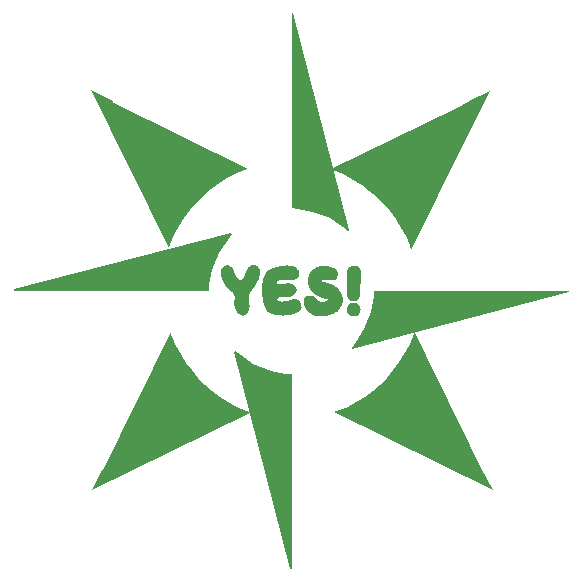
<source format=gtl>
G04*
G04 #@! TF.GenerationSoftware,Altium Limited,Altium Designer,21.8.1 (53)*
G04*
G04 Layer_Physical_Order=1*
G04 Layer_Color=255*
%FSLAX25Y25*%
%MOIN*%
G70*
G04*
G04 #@! TF.SameCoordinates,DAEDDD48-B243-4404-BE66-89772E550788*
G04*
G04*
G04 #@! TF.FilePolarity,Positive*
G04*
G01*
G75*
G36*
X160266Y180746D02*
X159852Y180465D01*
X157976Y181843D01*
X153805Y184791D01*
X148097Y186986D01*
X143110Y187927D01*
X140986Y188000D01*
Y253011D01*
X141486Y253075D01*
X160266Y180746D01*
D02*
G37*
G36*
X81395Y223842D02*
X81368Y223754D01*
X81410Y223517D01*
X81554Y223325D01*
X81662Y223272D01*
X81662D01*
X126542Y201279D01*
X125276Y200816D01*
X122281Y199524D01*
X119392Y198010D01*
X116625Y196283D01*
X113996Y194353D01*
X111520Y192231D01*
X109210Y189928D01*
X107080Y187458D01*
X105142Y184835D01*
X103407Y182073D01*
X101885Y179188D01*
X100584Y176197D01*
X100019Y174667D01*
X74000Y227500D01*
X81395Y223842D01*
D02*
G37*
G36*
X203820Y220573D02*
X203747Y220517D01*
X203694Y220409D01*
X198885Y210596D01*
X180876Y174193D01*
X180876Y174193D01*
X180316Y175724D01*
X179024Y178719D01*
X177510Y181608D01*
X175783Y184375D01*
X173853Y187004D01*
X171731Y189480D01*
X169428Y191790D01*
X166958Y193920D01*
X164334Y195858D01*
X161573Y197593D01*
X158688Y199115D01*
X155697Y200416D01*
X155102Y200636D01*
X154916Y201350D01*
X195469Y221321D01*
X200300Y223689D01*
X200292Y223696D01*
X207000Y227000D01*
X203820Y220573D01*
D02*
G37*
G36*
X139451Y168997D02*
X139492Y168996D01*
X139533Y168996D01*
X139574Y168995D01*
X139615Y168994D01*
X139656Y168993D01*
X139697Y168992D01*
X139738Y168991D01*
X139778Y168989D01*
X139819Y168987D01*
X139859Y168985D01*
X139900Y168983D01*
X139940Y168981D01*
X139980Y168979D01*
X140020Y168976D01*
X140060Y168973D01*
X140100Y168970D01*
X140140Y168967D01*
X140179Y168963D01*
X140219Y168960D01*
X140258Y168956D01*
X140297Y168952D01*
X140337Y168948D01*
X140376Y168943D01*
X140415Y168939D01*
X140453Y168934D01*
X140492Y168929D01*
X140531Y168924D01*
X140569Y168918D01*
X140607Y168913D01*
X140645Y168907D01*
X140683Y168901D01*
X140721Y168895D01*
X140759Y168888D01*
X140796Y168882D01*
X140834Y168875D01*
X140871Y168868D01*
X140908Y168861D01*
X140945Y168853D01*
X140982Y168846D01*
X141018Y168838D01*
X141055Y168830D01*
X141091Y168822D01*
X141127Y168813D01*
X141151Y168807D01*
X141175Y168802D01*
X141199Y168796D01*
X141223Y168790D01*
X141246Y168783D01*
X141270Y168777D01*
X141294Y168771D01*
X141317Y168764D01*
X141340Y168758D01*
X141364Y168751D01*
X141387Y168745D01*
X141410Y168738D01*
X141433Y168731D01*
X141456Y168724D01*
X141479Y168717D01*
X141502Y168710D01*
X141525Y168702D01*
X141547Y168695D01*
X141570Y168687D01*
X141592Y168680D01*
X141614Y168672D01*
X141637Y168664D01*
X141659Y168656D01*
X141681Y168648D01*
X141703Y168640D01*
X141725Y168632D01*
X141747Y168623D01*
X141769Y168615D01*
X141790Y168606D01*
X141812Y168598D01*
X141833Y168589D01*
X141855Y168580D01*
X141887Y168567D01*
X141918Y168553D01*
X141950Y168539D01*
X141981Y168525D01*
X142012Y168510D01*
X142043Y168496D01*
X142073Y168481D01*
X142104Y168466D01*
X142134Y168450D01*
X142164Y168435D01*
X142193Y168419D01*
X142223Y168403D01*
X142252Y168386D01*
X142281Y168370D01*
X142309Y168353D01*
X142338Y168336D01*
X142366Y168318D01*
X142394Y168301D01*
X142421Y168283D01*
X142449Y168265D01*
X142476Y168246D01*
X142503Y168228D01*
X142530Y168209D01*
X142556Y168190D01*
X142582Y168170D01*
X142608Y168151D01*
X142634Y168131D01*
X142659Y168111D01*
X142684Y168090D01*
X142717Y168063D01*
X142749Y168035D01*
X142781Y168006D01*
X142813Y167977D01*
X142844Y167947D01*
X142849Y167943D01*
X142856Y167935D01*
X143167Y167564D01*
D01*
X143300Y167325D01*
X143429Y167067D01*
X143433Y167059D01*
X143433Y167059D01*
X143569Y166586D01*
X143571Y166573D01*
X143578Y166537D01*
X143584Y166500D01*
X143590Y166464D01*
X143594Y166439D01*
X143597Y166414D01*
X143601Y166389D01*
X143604Y166364D01*
X143607Y166338D01*
X143610Y166313D01*
X143612Y166287D01*
X143615Y166262D01*
X143617Y166236D01*
X143619Y166210D01*
X143621Y166183D01*
X143623Y166157D01*
X143624Y166131D01*
X143626Y166104D01*
X143627Y166077D01*
X143628Y166051D01*
X143622Y166023D01*
X143618Y166004D01*
X143613Y165986D01*
X143609Y165968D01*
X143605Y165949D01*
X143600Y165932D01*
X143595Y165914D01*
X143591Y165896D01*
X143586Y165878D01*
X143581Y165861D01*
X143576Y165843D01*
X143571Y165826D01*
X143566Y165809D01*
X143561Y165792D01*
X143555Y165775D01*
X143550Y165758D01*
X143544Y165742D01*
X143539Y165725D01*
X143533Y165708D01*
X143527Y165692D01*
X143522Y165676D01*
X143513Y165652D01*
X143504Y165628D01*
X143494Y165604D01*
X143485Y165580D01*
X143481Y165570D01*
X143260Y165161D01*
D01*
X143043Y164918D01*
X142855Y164743D01*
X142657Y164608D01*
X142395Y164458D01*
X142394Y164458D01*
X142374Y164449D01*
X142353Y164440D01*
X142333Y164432D01*
X142313Y164423D01*
X142292Y164415D01*
X142272Y164407D01*
X142251Y164399D01*
X142230Y164391D01*
X142216Y164386D01*
X142202Y164381D01*
X142188Y164376D01*
X142174Y164371D01*
X142160Y164366D01*
X142146Y164361D01*
X142132Y164356D01*
X142117Y164352D01*
X142103Y164347D01*
X142089Y164342D01*
X142074Y164338D01*
X142060Y164333D01*
X142045Y164329D01*
X142031Y164325D01*
X142016Y164321D01*
X142002Y164316D01*
X141987Y164312D01*
X141972Y164308D01*
X141958Y164304D01*
X141943Y164300D01*
X141928Y164296D01*
X141913Y164292D01*
X141899Y164288D01*
X141884Y164285D01*
X141869Y164281D01*
X141854Y164277D01*
X141839Y164274D01*
X141823Y164270D01*
X141808Y164267D01*
X141793Y164263D01*
X141778Y164260D01*
X141763Y164257D01*
X141748Y164253D01*
X141732Y164250D01*
X141717Y164247D01*
X141702Y164244D01*
X141686Y164241D01*
X141671Y164238D01*
X141655Y164235D01*
X141640Y164232D01*
X141624Y164229D01*
X141609Y164226D01*
X141593Y164224D01*
X141577Y164221D01*
X141562Y164218D01*
X141546Y164216D01*
X141530Y164213D01*
X141514Y164210D01*
X141498Y164208D01*
X141483Y164206D01*
X141467Y164203D01*
X141451Y164201D01*
X141435Y164199D01*
X141419Y164196D01*
X141403Y164194D01*
X141387Y164192D01*
X141371Y164190D01*
X141355Y164188D01*
X141339Y164186D01*
X141322Y164184D01*
X141306Y164182D01*
X141290Y164180D01*
X141274Y164178D01*
X141257Y164176D01*
X141241Y164174D01*
X141225Y164173D01*
X141208Y164171D01*
X141192Y164169D01*
X141175Y164168D01*
X141159Y164166D01*
X141143Y164164D01*
X141126Y164163D01*
X141110Y164162D01*
X141093Y164160D01*
X141076Y164159D01*
X141060Y164157D01*
X141043Y164156D01*
X141026Y164155D01*
X141010Y164154D01*
X140993Y164152D01*
X140976Y164151D01*
X140960Y164150D01*
X140943Y164149D01*
X140926Y164148D01*
X140909Y164147D01*
X140892Y164146D01*
X140876Y164145D01*
X140859Y164144D01*
X140842Y164143D01*
X140825Y164142D01*
X140808Y164141D01*
X140791Y164140D01*
X140774Y164140D01*
X140757Y164139D01*
X140740Y164138D01*
X140723Y164137D01*
X140706Y164137D01*
X140689Y164136D01*
X140672Y164136D01*
X140654Y164135D01*
X140637Y164134D01*
X140620Y164134D01*
X140603Y164133D01*
X140586Y164133D01*
X140568Y164132D01*
X140551Y164132D01*
X140534Y164131D01*
X140517Y164131D01*
X140499Y164131D01*
X140482Y164130D01*
X140465Y164130D01*
X140447Y164130D01*
X140430Y164130D01*
X140413Y164129D01*
X140395Y164129D01*
X140378Y164129D01*
X140361Y164129D01*
X140326Y164129D01*
X140308Y164128D01*
X140291Y164128D01*
X140265Y164128D01*
X140256Y164128D01*
X140230Y164128D01*
X140212D01*
X140195Y164128D01*
X140168Y164128D01*
X140151Y164128D01*
X140133Y164128D01*
X140107Y164129D01*
X140089Y164129D01*
X140054Y164129D01*
X140028Y164129D01*
X139993Y164130D01*
X139957Y164130D01*
X139940Y164130D01*
X139904Y164131D01*
X139869Y164131D01*
X139834Y164132D01*
X139807Y164132D01*
X139763Y164133D01*
X139727Y164134D01*
X139674Y164135D01*
X139621Y164136D01*
X139586Y164137D01*
X139532Y164138D01*
X139462Y164140D01*
X139453Y164140D01*
X139435Y164141D01*
X139346Y164143D01*
X139329Y164144D01*
X139293Y164145D01*
X139258Y164146D01*
X139240Y164146D01*
X139231Y164146D01*
X139161Y164148D01*
X139152Y164148D01*
X139143Y164148D01*
X139134Y164149D01*
X139125Y164149D01*
X139090Y164150D01*
X139037Y164151D01*
X139028Y164151D01*
X139002Y164152D01*
X138967Y164152D01*
X138914Y164153D01*
X138896Y164154D01*
X138879Y164154D01*
X138870Y164154D01*
X138852Y164155D01*
X138817Y164155D01*
X138791Y164156D01*
X138774Y164156D01*
X138739Y164156D01*
X138704Y164157D01*
X138678Y164157D01*
X138660Y164157D01*
X138634Y164157D01*
X138608Y164158D01*
X138591Y164158D01*
X138565Y164158D01*
X138530Y164158D01*
X138504Y164158D01*
X138487Y164158D01*
X138470D01*
X138452Y164158D01*
X138435Y164158D01*
X138409Y164158D01*
X138383Y164158D01*
X138358Y164158D01*
X138349Y164158D01*
X138324Y164157D01*
X138315Y164157D01*
X138298Y164157D01*
X138272Y164157D01*
X138255Y164157D01*
X138238Y164156D01*
X138222Y164156D01*
X138205Y164156D01*
X138188Y164155D01*
X138171Y164155D01*
X138154Y164155D01*
X138137Y164154D01*
X138120Y164154D01*
X138103Y164153D01*
X138086Y164153D01*
X138070Y164152D01*
X138053Y164152D01*
X138036Y164151D01*
X138019Y164150D01*
X138003Y164150D01*
X137986Y164149D01*
X137970Y164148D01*
X137953Y164148D01*
X137936Y164147D01*
X137920Y164146D01*
X137903Y164145D01*
X137887Y164145D01*
X137870Y164144D01*
X137854Y164143D01*
X137837Y164142D01*
X137821Y164141D01*
X137804Y164140D01*
X137788Y164139D01*
X137772Y164138D01*
X137756Y164137D01*
X137739Y164135D01*
X137723Y164134D01*
X137707Y164133D01*
X137691Y164132D01*
X137674Y164130D01*
X137658Y164129D01*
X137642Y164128D01*
X137626Y164126D01*
X137610Y164125D01*
X137594Y164124D01*
X137578Y164122D01*
X137562Y164120D01*
X137547Y164119D01*
X137531Y164117D01*
X137515Y164116D01*
X137499Y164114D01*
X137483Y164112D01*
X137468Y164110D01*
X137452Y164109D01*
X137436Y164107D01*
X137420Y164105D01*
X137405Y164103D01*
X137389Y164101D01*
X137374Y164099D01*
X137358Y164097D01*
X137343Y164095D01*
X137327Y164093D01*
X137312Y164090D01*
X137297Y164088D01*
X137281Y164086D01*
X137266Y164084D01*
X137251Y164081D01*
X137236Y164079D01*
X137221Y164076D01*
X137205Y164074D01*
X137190Y164071D01*
X137175Y164068D01*
X137160Y164066D01*
X137145Y164063D01*
X137130Y164060D01*
X137116Y164058D01*
X137101Y164055D01*
X137086Y164052D01*
X137071Y164049D01*
X137056Y164046D01*
X137042Y164043D01*
X137027Y164040D01*
X137012Y164037D01*
X136998Y164033D01*
X136983Y164030D01*
X136969Y164027D01*
X136954Y164023D01*
X136940Y164020D01*
X136926Y164016D01*
X136911Y164013D01*
X136897Y164009D01*
X136883Y164006D01*
X136869Y164002D01*
X136855Y163998D01*
X136840Y163994D01*
X136826Y163991D01*
X136812Y163987D01*
X136799Y163983D01*
X136785Y163979D01*
X136771Y163974D01*
X136757Y163970D01*
X136743Y163966D01*
X136730Y163962D01*
X136716Y163958D01*
X136702Y163953D01*
X136689Y163949D01*
X136675Y163944D01*
X136662Y163940D01*
X136648Y163935D01*
X136635Y163930D01*
X136622Y163926D01*
X136608Y163921D01*
X136595Y163916D01*
X136582Y163911D01*
X136569Y163906D01*
X136556Y163901D01*
X136543Y163896D01*
X136530Y163891D01*
X136517Y163885D01*
X136504Y163880D01*
X136498Y163877D01*
X136483Y163867D01*
X136474Y163860D01*
X136469Y163857D01*
X136460Y163850D01*
X136456Y163847D01*
X136442Y163837D01*
X136433Y163830D01*
X136428Y163827D01*
X136420Y163820D01*
X136411Y163814D01*
X136407Y163810D01*
X136398Y163804D01*
X136394Y163800D01*
X136386Y163794D01*
X136377Y163787D01*
X136373Y163784D01*
X136369Y163781D01*
X136361Y163774D01*
X136357Y163771D01*
X136353Y163768D01*
X136345Y163761D01*
X136341Y163758D01*
X136337Y163755D01*
X136329Y163749D01*
X136325Y163745D01*
X136318Y163739D01*
X136314Y163736D01*
X136310Y163733D01*
X136303Y163726D01*
X136295Y163720D01*
X136288Y163714D01*
X136281Y163707D01*
X136277Y163704D01*
X136270Y163698D01*
X136267Y163695D01*
X136260Y163689D01*
X136253Y163682D01*
X136250Y163680D01*
X136243Y163673D01*
X136236Y163667D01*
X136230Y163661D01*
X136223Y163655D01*
X136217Y163649D01*
X136214Y163646D01*
X136208Y163640D01*
X136205Y163637D01*
X136202Y163634D01*
X136196Y163628D01*
X136190Y163622D01*
X136184Y163616D01*
X136181Y163613D01*
X136178Y163610D01*
X136172Y163604D01*
X136167Y163599D01*
X136167Y163598D01*
X136167Y163598D01*
X136164Y163595D01*
X136164Y163595D01*
X136161Y163592D01*
X136161Y163592D01*
X136158Y163589D01*
X136158Y163589D01*
X136156Y163586D01*
X136156Y163586D01*
X136153Y163584D01*
X136153Y163584D01*
X136150Y163581D01*
X136150Y163581D01*
X136148Y163578D01*
X136148Y163578D01*
X136145Y163575D01*
X136145Y163575D01*
X136142Y163572D01*
X136142Y163572D01*
X136140Y163569D01*
X136140Y163569D01*
X136137Y163566D01*
X136137Y163566D01*
X136135Y163563D01*
X136135Y163563D01*
X136132Y163560D01*
X136132Y163560D01*
X136130Y163558D01*
X136130Y163558D01*
X136127Y163555D01*
X136127Y163555D01*
X136125Y163552D01*
X136125Y163552D01*
X136122Y163549D01*
X136122Y163549D01*
X136120Y163546D01*
Y163546D01*
X136118Y163543D01*
X136117Y163543D01*
X136115Y163540D01*
X136115Y163540D01*
X136113Y163538D01*
X136113Y163538D01*
X136110Y163535D01*
X136110Y163535D01*
X136108Y163532D01*
X136108Y163532D01*
X136106Y163529D01*
X136106Y163529D01*
X136104Y163526D01*
X136104Y163526D01*
X136101Y163523D01*
X136101Y163523D01*
X136099Y163521D01*
X136099Y163521D01*
X136097Y163518D01*
X136097Y163518D01*
X136095Y163515D01*
X136095Y163515D01*
X136093Y163512D01*
X136093Y163512D01*
X136090Y163509D01*
X136090Y163509D01*
X136088Y163507D01*
X136088Y163507D01*
X136086Y163504D01*
X136086Y163504D01*
X136084Y163501D01*
X136084Y163501D01*
X136082Y163498D01*
X136082Y163498D01*
X136080Y163496D01*
X136080Y163496D01*
X136078Y163493D01*
X136078Y163493D01*
X136076Y163490D01*
X136076Y163490D01*
X136074Y163487D01*
X136074Y163487D01*
X136072Y163485D01*
X136072Y163485D01*
X136070Y163482D01*
X136070Y163482D01*
X136068Y163479D01*
X136068Y163479D01*
X136066Y163476D01*
X136066Y163476D01*
X136064Y163474D01*
X136064Y163474D01*
X136062Y163471D01*
X136062Y163471D01*
X136061Y163468D01*
X136061Y163468D01*
X136059Y163466D01*
X136059Y163465D01*
X136057Y163463D01*
X136057Y163463D01*
X136055Y163460D01*
X136055Y163460D01*
X136053Y163458D01*
X136053Y163458D01*
X136052Y163455D01*
X136052Y163455D01*
X136050Y163452D01*
X136050Y163452D01*
X136048Y163450D01*
X136048Y163449D01*
X136047Y163447D01*
X136047Y163447D01*
X136045Y163444D01*
X136045Y163444D01*
X136043Y163442D01*
X136043Y163441D01*
X136041Y163439D01*
X136041Y163439D01*
X136040Y163436D01*
X136040Y163436D01*
X136038Y163434D01*
X136038Y163434D01*
X136037Y163431D01*
X136037Y163431D01*
X136035Y163428D01*
X136035Y163428D01*
X136034Y163426D01*
X136034Y163426D01*
X136032Y163423D01*
X136032Y163423D01*
X136031Y163420D01*
X136031Y163420D01*
X136029Y163418D01*
X136029Y163418D01*
X136028Y163415D01*
X136028Y163415D01*
X136026Y163413D01*
X136026Y163412D01*
X136025Y163410D01*
X136025Y163410D01*
X136023Y163407D01*
X136023Y163407D01*
X136022Y163405D01*
X136022Y163405D01*
X136021Y163402D01*
X136021Y163402D01*
X136019Y163400D01*
X136019Y163400D01*
X136018Y163397D01*
X136018Y163397D01*
X136017Y163394D01*
X136017Y163394D01*
X136015Y163392D01*
X136015Y163392D01*
X136014Y163389D01*
X136014Y163389D01*
X136013Y163387D01*
X136013Y163387D01*
X136012Y163384D01*
X136012Y163384D01*
X136010Y163382D01*
X136010Y163382D01*
X136009Y163379D01*
X136009Y163379D01*
X136008Y163377D01*
X136008Y163377D01*
X136007Y163374D01*
X136007Y163374D01*
X136006Y163372D01*
X136006Y163372D01*
X136005Y163369D01*
X136005Y163369D01*
X136003Y163367D01*
X136003Y163366D01*
X136002Y163364D01*
X136002Y163364D01*
X136001Y163362D01*
X136001Y163362D01*
X136000Y163359D01*
Y163359D01*
X135999Y163357D01*
Y163356D01*
X135998Y163354D01*
Y163354D01*
X135997Y163352D01*
Y163352D01*
X135996Y163349D01*
Y163349D01*
X135995Y163347D01*
Y163347D01*
X135994Y163344D01*
Y163344D01*
X135994Y163342D01*
Y163342D01*
X135993Y163339D01*
Y163339D01*
X135992Y163337D01*
Y163337D01*
X135991Y163334D01*
Y163334D01*
X135990Y163332D01*
Y163332D01*
X135989Y163330D01*
Y163329D01*
X135988Y163327D01*
Y163327D01*
X135988Y163325D01*
Y163325D01*
X135987Y163322D01*
Y163322D01*
X135985Y163317D01*
Y163317D01*
X135984Y163313D01*
Y163312D01*
X135983Y163308D01*
Y163308D01*
X135981Y163303D01*
Y163303D01*
X135980Y163298D01*
Y163298D01*
X135979Y163294D01*
Y163294D01*
X135978Y163289D01*
Y163289D01*
X135977Y163284D01*
Y163284D01*
X135976Y163279D01*
Y163279D01*
X135975Y163275D01*
Y163275D01*
X135974Y163270D01*
Y163270D01*
X135973Y163266D01*
Y163265D01*
X135973Y163261D01*
Y163261D01*
X135972Y163256D01*
X135972Y163256D01*
X135972Y163252D01*
X135972Y163252D01*
X135971Y163247D01*
X135971Y163247D01*
X135971Y163243D01*
X135971Y163243D01*
X135971Y163243D01*
X135971Y163243D01*
X135970Y163238D01*
X135970Y163238D01*
X135970Y163238D01*
X135970Y163238D01*
X135970Y163234D01*
X135970Y163234D01*
X135970Y163234D01*
X135970Y163234D01*
X135970Y163229D01*
X135970Y163229D01*
Y163229D01*
Y163229D01*
X135970Y163225D01*
X135970Y163225D01*
Y163225D01*
Y163225D01*
X135970Y163224D01*
X135970Y163224D01*
Y163224D01*
Y163224D01*
X135970Y163222D01*
X135970Y163222D01*
Y163222D01*
X135970Y163222D01*
X135970Y163221D01*
X135970Y163221D01*
Y163221D01*
X135970Y163221D01*
X135970Y163219D01*
X135970Y163219D01*
Y163219D01*
X135970Y163219D01*
X135970Y163218D01*
X135970Y163218D01*
X135970Y163217D01*
X135970Y163217D01*
X135970Y163216D01*
X135970Y163216D01*
X135970Y163214D01*
X135970Y163214D01*
X135970Y163213D01*
X135970Y163212D01*
Y163212D01*
X135970Y163212D01*
Y163211D01*
X135970Y163211D01*
X135970Y163209D01*
X135970Y163209D01*
X135970Y163208D01*
X135970Y163207D01*
X135970Y163206D01*
X135970Y163206D01*
X135970Y163205D01*
X135970Y163205D01*
X135970Y163204D01*
X135970Y163204D01*
X135970Y163203D01*
X135970Y163203D01*
X135970Y163201D01*
X135970Y163201D01*
X135970Y163199D01*
X135970Y163199D01*
X135970Y163199D01*
X135970Y163198D01*
X135971Y163198D01*
X135971Y163197D01*
X135971Y163195D01*
X135971Y163195D01*
X135971Y163193D01*
X135971Y163193D01*
X135971Y163191D01*
X135971Y163191D01*
X135971Y163190D01*
X135971Y163190D01*
X135971Y163189D01*
X135971Y163189D01*
X135972Y163186D01*
X135972Y163186D01*
X135972Y163183D01*
X135972Y163183D01*
X135972Y163181D01*
X135972Y163181D01*
X135972Y163179D01*
X135972Y163179D01*
X135974Y163173D01*
X135974Y163173D01*
X135976Y163160D01*
X135976Y163160D01*
X135979Y163147D01*
X135979Y163147D01*
X135983Y163134D01*
X135983Y163134D01*
X135985Y163128D01*
X135985Y163128D01*
X135985Y163127D01*
X135985Y163127D01*
X135986Y163125D01*
X135986Y163125D01*
X135986Y163123D01*
X135986Y163123D01*
X135987Y163121D01*
X135987Y163121D01*
X135987Y163120D01*
X135988Y163120D01*
X135988Y163119D01*
X135988Y163119D01*
X135989Y163117D01*
X135989Y163117D01*
X135989Y163115D01*
X135989Y163115D01*
X135990Y163113D01*
X135990Y163113D01*
X135991Y163112D01*
X135991Y163112D01*
X135991Y163111D01*
X135991Y163111D01*
X135991Y163110D01*
X135992Y163110D01*
X135992Y163109D01*
X135992Y163108D01*
X135993Y163107D01*
X135993Y163107D01*
X135993Y163106D01*
X135994Y163105D01*
X135994Y163104D01*
X135994Y163103D01*
X135995Y163103D01*
X135995Y163102D01*
X135995Y163101D01*
X135995Y163101D01*
X135997Y163097D01*
X135997Y163097D01*
X135998Y163095D01*
X135999Y163094D01*
X136000Y163091D01*
X136001Y163089D01*
X136002Y163087D01*
X136004Y163084D01*
X136004Y163083D01*
X136006Y163080D01*
X136006Y163080D01*
X136008Y163076D01*
X136008Y163076D01*
X136010Y163073D01*
X136010Y163072D01*
X136012Y163069D01*
X136013Y163068D01*
X136015Y163065D01*
X136015Y163065D01*
X136017Y163061D01*
X136017Y163061D01*
X136019Y163058D01*
X136020Y163057D01*
X136022Y163054D01*
X136022Y163054D01*
X136024Y163050D01*
X136024Y163050D01*
X136027Y163047D01*
X136027Y163047D01*
X136030Y163043D01*
X136030Y163043D01*
X136032Y163040D01*
X136032Y163039D01*
X136035Y163036D01*
X136035Y163036D01*
X136038Y163032D01*
X136038Y163032D01*
X136040Y163029D01*
X136041Y163029D01*
X136043Y163025D01*
X136044Y163025D01*
X136046Y163022D01*
X136046Y163022D01*
X136049Y163019D01*
X136049Y163018D01*
X136052Y163015D01*
X136052Y163015D01*
X136055Y163012D01*
X136056Y163012D01*
X136059Y163008D01*
X136059Y163008D01*
X136062Y163005D01*
X136062Y163005D01*
X136065Y163001D01*
X136065Y163001D01*
X136068Y162998D01*
X136068Y162998D01*
X136072Y162995D01*
X136072Y162995D01*
X136075Y162991D01*
X136075Y162991D01*
X136078Y162988D01*
X136079Y162988D01*
X136082Y162985D01*
X136082Y162985D01*
X136085Y162982D01*
X136085Y162982D01*
X136089Y162978D01*
X136089Y162978D01*
X136093Y162975D01*
X136093Y162975D01*
X136096Y162972D01*
X136096Y162972D01*
X136100Y162969D01*
X136100Y162969D01*
X136104Y162966D01*
X136104Y162966D01*
X136108Y162962D01*
X136108Y162962D01*
X136111Y162959D01*
X136112Y162959D01*
X136115Y162956D01*
X136116Y162956D01*
X136119Y162953D01*
X136119Y162953D01*
X136123Y162950D01*
X136124Y162950D01*
X136127Y162947D01*
X136127Y162947D01*
X136132Y162944D01*
X136132Y162944D01*
X136136Y162941D01*
X136136Y162941D01*
X136140Y162938D01*
X136140Y162938D01*
X136144Y162935D01*
X136144Y162935D01*
X136148Y162932D01*
X136149Y162932D01*
X136153Y162929D01*
X136153Y162929D01*
X136157Y162926D01*
X136157Y162926D01*
X136162Y162923D01*
X136162Y162923D01*
X136166Y162920D01*
X136166Y162920D01*
X136170Y162917D01*
X136171Y162917D01*
X136175Y162915D01*
X136175Y162915D01*
X136180Y162912D01*
X136180Y162912D01*
X136184Y162909D01*
X136184Y162909D01*
X136189Y162906D01*
X136189Y162906D01*
X136194Y162903D01*
X136194Y162903D01*
X136198Y162901D01*
X136198Y162901D01*
X136203Y162898D01*
X136203Y162898D01*
X136208Y162895D01*
X136208Y162895D01*
X136213Y162892D01*
X136213Y162892D01*
X136218Y162890D01*
X136218Y162890D01*
X136223Y162887D01*
X136223Y162887D01*
X136228Y162884D01*
X136228Y162884D01*
X136233Y162882D01*
X136233Y162882D01*
X136238Y162879D01*
X136238Y162879D01*
X136243Y162876D01*
X136243Y162876D01*
X136248Y162874D01*
X136248Y162874D01*
X136254Y162871D01*
X136254Y162871D01*
X136259Y162869D01*
X136259Y162869D01*
X136264Y162866D01*
X136264Y162866D01*
X136269Y162864D01*
X136269Y162864D01*
X136275Y162861D01*
X136275Y162861D01*
X136280Y162859D01*
X136280Y162859D01*
X136286Y162856D01*
X136286Y162856D01*
X136291Y162854D01*
X136291Y162854D01*
X136297Y162851D01*
X136297Y162851D01*
X136302Y162849D01*
X136302Y162849D01*
X136308Y162847D01*
X136308Y162847D01*
X136313Y162844D01*
X136313Y162844D01*
X136319Y162842D01*
X136319Y162842D01*
X136325Y162839D01*
X136325Y162839D01*
X136330Y162837D01*
X136330Y162837D01*
X136336Y162835D01*
X136336Y162835D01*
X136342Y162832D01*
X136342Y162832D01*
X136348Y162830D01*
X136348Y162830D01*
X136354Y162828D01*
X136354Y162828D01*
X136360Y162826D01*
X136360Y162826D01*
X136366Y162823D01*
X136366Y162823D01*
X136372Y162821D01*
X136372Y162821D01*
X136384Y162817D01*
X136390Y162815D01*
X136396Y162812D01*
X136402Y162810D01*
X136408Y162808D01*
X136414Y162806D01*
X136421Y162804D01*
X136427Y162802D01*
X136433Y162800D01*
X136440Y162798D01*
X136446Y162796D01*
X136452Y162794D01*
X136459Y162792D01*
X136465Y162790D01*
X136472Y162788D01*
X136478Y162786D01*
X136485Y162784D01*
X136491Y162782D01*
X136498Y162780D01*
X136504Y162779D01*
X136511Y162777D01*
X136518Y162775D01*
X136524Y162773D01*
X136531Y162771D01*
X136538Y162770D01*
X136545Y162768D01*
X136551Y162766D01*
X136558Y162764D01*
X136565Y162763D01*
X136572Y162761D01*
X136579Y162759D01*
X136586Y162758D01*
X136593Y162756D01*
X136600Y162754D01*
X136607Y162753D01*
X136614Y162751D01*
X136621Y162750D01*
X136628Y162748D01*
X136635Y162746D01*
X136642Y162745D01*
X136650Y162743D01*
X136657Y162742D01*
X136664Y162740D01*
X136671Y162739D01*
X136678Y162737D01*
X136686Y162736D01*
X136693Y162735D01*
X136700Y162733D01*
X136707Y162732D01*
X136715Y162730D01*
X136722Y162729D01*
X136733Y162727D01*
X136744Y162725D01*
X136756Y162723D01*
X136767Y162721D01*
X136778Y162719D01*
X136789Y162718D01*
X136801Y162716D01*
X136812Y162714D01*
X136823Y162712D01*
X136835Y162711D01*
X136846Y162709D01*
X136858Y162707D01*
X136870Y162706D01*
X136881Y162704D01*
X136893Y162703D01*
X136904Y162701D01*
X136916Y162700D01*
X136928Y162698D01*
X136939Y162697D01*
X136951Y162696D01*
X136967Y162694D01*
X136983Y162692D01*
X136998Y162691D01*
X137014Y162689D01*
X137030Y162688D01*
X137046Y162686D01*
X137062Y162685D01*
X137082Y162683D01*
X137102Y162682D01*
X137122Y162680D01*
X137142Y162679D01*
X137167Y162678D01*
X137191Y162676D01*
X137219Y162675D01*
X137251Y162674D01*
X137292Y162672D01*
X137349Y162671D01*
X137373Y162671D01*
X137423Y162670D01*
X137472Y162671D01*
X137522Y162671D01*
X137546Y162672D01*
X137582Y162673D01*
X137614Y162674D01*
X137642Y162675D01*
X137665Y162677D01*
X137685Y162678D01*
X137704Y162679D01*
X137724Y162680D01*
X137739Y162681D01*
X137755Y162682D01*
X137770Y162684D01*
X137785Y162685D01*
X137801Y162686D01*
X137816Y162688D01*
X137831Y162689D01*
X137842Y162690D01*
X137853Y162691D01*
X137864Y162692D01*
X137876Y162694D01*
X137887Y162695D01*
X137898Y162696D01*
X137909Y162697D01*
X137920Y162699D01*
X137931Y162700D01*
X137942Y162701D01*
X137952Y162703D01*
X137963Y162704D01*
X137974Y162706D01*
X137992Y162708D01*
X137999Y162709D01*
X138013Y162711D01*
X138020Y162712D01*
X138034Y162714D01*
X138041Y162715D01*
X138048Y162716D01*
X138055Y162717D01*
X138061Y162719D01*
X138068Y162720D01*
X138075Y162721D01*
X138082Y162722D01*
X138089Y162723D01*
X138095Y162724D01*
X138102Y162726D01*
X138115Y162728D01*
X138122Y162729D01*
X138135Y162732D01*
X138142Y162733D01*
X138148Y162734D01*
X138155Y162736D01*
X138168Y162738D01*
X138180Y162741D01*
X138187Y162742D01*
X138193Y162744D01*
X138199Y162745D01*
X138205Y162747D01*
X138218Y162749D01*
X138224Y162751D01*
X138230Y162752D01*
X138242Y162755D01*
X138248Y162757D01*
X138254Y162758D01*
X138260Y162760D01*
X138272Y162763D01*
X138277Y162764D01*
X138283Y162766D01*
X138292Y162768D01*
X138303Y162773D01*
X138327Y162783D01*
X138350Y162793D01*
X138373Y162803D01*
X138397Y162812D01*
X138420Y162821D01*
X138443Y162830D01*
X138467Y162839D01*
X138491Y162848D01*
X138517Y162857D01*
X138542Y162867D01*
X138568Y162875D01*
X138596Y162885D01*
X138626Y162895D01*
X138657Y162905D01*
X138687Y162914D01*
X138702Y162919D01*
X138720Y162924D01*
X138754Y162934D01*
X138789Y162944D01*
X138824Y162953D01*
X138863Y162963D01*
X138904Y162973D01*
X138946Y162983D01*
X138988Y162993D01*
X139009Y162997D01*
X139035Y163002D01*
X139088Y163013D01*
X139142Y163022D01*
X139195Y163031D01*
X139261Y163040D01*
X139341Y163050D01*
X139421Y163058D01*
X139502Y163065D01*
X139606Y163070D01*
X139736Y163073D01*
X139865Y163071D01*
X139994Y163063D01*
X140059Y163057D01*
X140108Y163053D01*
X140207Y163041D01*
X140306Y163026D01*
X140392Y163011D01*
X140843Y162893D01*
Y162893D01*
X141080Y162794D01*
X141316Y162692D01*
Y162692D01*
X141714Y162446D01*
X141717Y162445D01*
X141754Y162417D01*
X141790Y162389D01*
X141826Y162361D01*
X141861Y162332D01*
X141890Y162307D01*
X141919Y162283D01*
X141947Y162258D01*
X141974Y162232D01*
X142001Y162207D01*
X142028Y162181D01*
X142054Y162155D01*
X142080Y162129D01*
X142105Y162102D01*
X142130Y162075D01*
X142155Y162048D01*
X142178Y162021D01*
X142197Y161998D01*
X142216Y161976D01*
X142234Y161954D01*
X142251Y161931D01*
X142269Y161908D01*
X142286Y161886D01*
X142303Y161863D01*
X142319Y161839D01*
X142335Y161816D01*
X142351Y161793D01*
X142367Y161769D01*
X142380Y161748D01*
X142500Y161500D01*
X142591Y161285D01*
X142635Y161062D01*
X142663Y160854D01*
X142648Y160577D01*
X142626Y160462D01*
X142593Y160317D01*
X142533Y160141D01*
X142469Y160011D01*
X142333Y159764D01*
X142329Y159757D01*
X142315Y159738D01*
X142300Y159718D01*
X142285Y159698D01*
X142270Y159678D01*
X142254Y159659D01*
X142238Y159639D01*
X142222Y159620D01*
X142206Y159600D01*
X142189Y159581D01*
X142172Y159561D01*
X142160Y159548D01*
X142148Y159535D01*
X142137Y159522D01*
X142124Y159510D01*
X142112Y159497D01*
X142100Y159484D01*
X142088Y159471D01*
X142075Y159458D01*
X142062Y159445D01*
X142049Y159433D01*
X142036Y159420D01*
X142023Y159407D01*
X142010Y159395D01*
X141996Y159382D01*
X141983Y159369D01*
X141969Y159357D01*
X141955Y159344D01*
X141941Y159331D01*
X141927Y159319D01*
X141912Y159306D01*
X141898Y159294D01*
X141883Y159281D01*
X141868Y159269D01*
X141853Y159256D01*
X141838Y159244D01*
X141823Y159232D01*
X141808Y159219D01*
X141792Y159207D01*
X141776Y159195D01*
X141761Y159183D01*
X141744Y159170D01*
X141728Y159158D01*
X141712Y159146D01*
X141696Y159134D01*
X141679Y159122D01*
X141662Y159110D01*
X141645Y159098D01*
X141628Y159086D01*
X141611Y159074D01*
X141594Y159062D01*
X141576Y159050D01*
X141558Y159038D01*
X141541Y159026D01*
X141522Y159014D01*
X141504Y159002D01*
X141486Y158991D01*
X141467Y158979D01*
X141449Y158967D01*
X141430Y158956D01*
X141411Y158944D01*
X141392Y158932D01*
X141373Y158921D01*
X141353Y158909D01*
X141334Y158898D01*
X141314Y158886D01*
X141294Y158875D01*
X141274Y158863D01*
X141254Y158852D01*
X141233Y158841D01*
X141213Y158829D01*
X141192Y158818D01*
X141171Y158807D01*
X141161Y158801D01*
X141152Y158794D01*
X141146Y158789D01*
X141140Y158784D01*
X141134Y158779D01*
X141128Y158774D01*
X141122Y158770D01*
X141116Y158765D01*
X141109Y158760D01*
X141103Y158756D01*
X141097Y158751D01*
X141090Y158746D01*
X141084Y158742D01*
X141077Y158737D01*
X141071Y158733D01*
X141064Y158729D01*
X141057Y158724D01*
X141051Y158720D01*
X141044Y158716D01*
X141037Y158712D01*
X141030Y158707D01*
X141023Y158703D01*
X141016Y158699D01*
X141009Y158695D01*
X141001Y158691D01*
X140994Y158687D01*
X140987Y158683D01*
X140980Y158679D01*
X140972Y158676D01*
X140965Y158672D01*
X140957Y158668D01*
X140950Y158664D01*
X140942Y158661D01*
X140934Y158657D01*
X140927Y158653D01*
X140919Y158650D01*
X140911Y158647D01*
X140903Y158643D01*
X140895Y158640D01*
X140887Y158636D01*
X140879Y158633D01*
X140871Y158630D01*
X140863Y158626D01*
X140855Y158623D01*
X140846Y158620D01*
X140838Y158617D01*
X140830Y158614D01*
X140821Y158610D01*
X140813Y158607D01*
X140804Y158604D01*
X140796Y158601D01*
X140787Y158598D01*
X140779Y158596D01*
X140770Y158593D01*
X140761Y158590D01*
X140752Y158587D01*
X140744Y158584D01*
X140735Y158582D01*
X140726Y158579D01*
X140717Y158576D01*
X140708Y158574D01*
X140699Y158571D01*
X140690Y158569D01*
X140680Y158566D01*
X140671Y158563D01*
X140662Y158561D01*
X140653Y158559D01*
X140643Y158556D01*
X140634Y158554D01*
X140624Y158552D01*
X140615Y158549D01*
X140605Y158547D01*
X140596Y158545D01*
X140586Y158543D01*
X140577Y158540D01*
X140567Y158538D01*
X140557Y158536D01*
X140548Y158534D01*
X140538Y158532D01*
X140528Y158530D01*
X140518Y158528D01*
X140508Y158526D01*
X140498Y158524D01*
X140488Y158522D01*
X140478Y158521D01*
X140468Y158519D01*
X140458Y158517D01*
X140448Y158515D01*
X140437Y158513D01*
X140427Y158512D01*
X140417Y158510D01*
X140407Y158508D01*
X140396Y158507D01*
X140386Y158505D01*
X140375Y158503D01*
X140365Y158502D01*
X140354Y158501D01*
X140344Y158499D01*
X140333Y158498D01*
X140323Y158496D01*
X140312Y158495D01*
X140301Y158493D01*
X140291Y158492D01*
X140280Y158491D01*
X140269Y158489D01*
X140258Y158488D01*
X140247Y158487D01*
X140237Y158485D01*
X140226Y158484D01*
X140215Y158483D01*
X140204Y158482D01*
X140193Y158481D01*
X140182Y158480D01*
X140171Y158478D01*
X140159Y158477D01*
X140148Y158476D01*
X140137Y158475D01*
X140126Y158474D01*
X140115Y158473D01*
X140103Y158472D01*
X140092Y158471D01*
X140081Y158470D01*
X140069Y158470D01*
X140058Y158469D01*
X140047Y158468D01*
X140035Y158467D01*
X140024Y158466D01*
X140012Y158465D01*
X140001Y158465D01*
X139989Y158464D01*
X139978Y158463D01*
X139966Y158463D01*
X139954Y158462D01*
X139943Y158461D01*
X139931Y158460D01*
X139919Y158460D01*
X139908Y158459D01*
X139896Y158459D01*
X139884Y158458D01*
X139872Y158457D01*
X139860Y158457D01*
X139848Y158456D01*
X139837Y158456D01*
X139825Y158455D01*
X139813Y158455D01*
X139801Y158454D01*
X139789Y158454D01*
X139777Y158454D01*
X139765Y158453D01*
X139753Y158453D01*
X139741Y158452D01*
X139729Y158452D01*
X139717Y158452D01*
X139704Y158451D01*
X139692Y158451D01*
X139680Y158451D01*
X139668Y158450D01*
X139656Y158450D01*
X139644Y158450D01*
X139631Y158449D01*
X139619Y158449D01*
X139594Y158449D01*
X139576Y158449D01*
X139557Y158448D01*
X139526Y158448D01*
X139514Y158448D01*
X139489Y158448D01*
X139477Y158447D01*
X139471Y158447D01*
X139464Y158447D01*
X139439Y158447D01*
X139427Y158447D01*
X139408Y158447D01*
X139389Y158447D01*
X139370Y158447D01*
X139339D01*
X139307Y158447D01*
X139276Y158447D01*
X139244Y158447D01*
X139237Y158447D01*
X139231Y158447D01*
X139218Y158447D01*
X139180Y158448D01*
X139148Y158448D01*
X139123Y158448D01*
X139091Y158449D01*
X139072Y158449D01*
X139065Y158449D01*
X139052Y158449D01*
X139046Y158449D01*
X139026Y158449D01*
X138988Y158450D01*
X138982Y158450D01*
X138969Y158450D01*
X138962Y158450D01*
X138943Y158450D01*
X138930Y158450D01*
X138917Y158451D01*
X138827Y158452D01*
X138814Y158452D01*
X138730Y158453D01*
X138698Y158454D01*
X138685Y158454D01*
X138672Y158454D01*
X138666Y158454D01*
X138653Y158454D01*
X138647Y158454D01*
X138621Y158455D01*
X138614Y158455D01*
X138589Y158455D01*
X138576Y158455D01*
X138569Y158455D01*
X138556Y158455D01*
X138550Y158456D01*
X138537Y158456D01*
X138531Y158456D01*
X138524Y158456D01*
X138492Y158456D01*
X138479Y158456D01*
X138441Y158457D01*
X138435Y158457D01*
X138428Y158457D01*
X138409Y158457D01*
X138402Y158457D01*
X138396Y158457D01*
X138358Y158457D01*
X138332Y158457D01*
X138301Y158457D01*
X138275D01*
X138262Y158457D01*
X138250Y158457D01*
X138237Y158457D01*
X138224Y158457D01*
X138212Y158457D01*
X138199Y158457D01*
X138187Y158457D01*
X138161Y158457D01*
X138149Y158457D01*
X138124Y158456D01*
X138099Y158456D01*
X138080Y158456D01*
X138061Y158456D01*
X138042Y158455D01*
X138017Y158455D01*
X138005Y158455D01*
X137993Y158454D01*
X137980Y158454D01*
X137968Y158454D01*
X137955Y158453D01*
X137943Y158453D01*
X137931Y158453D01*
X137919Y158452D01*
X137906Y158452D01*
X137894Y158452D01*
X137882Y158451D01*
X137870Y158451D01*
X137857Y158450D01*
X137845Y158450D01*
X137833Y158450D01*
X137821Y158449D01*
X137809Y158449D01*
X137797Y158448D01*
X137785Y158448D01*
X137773Y158447D01*
X137760Y158447D01*
X137749Y158446D01*
X137736Y158445D01*
X137725Y158445D01*
X137713Y158444D01*
X137701Y158444D01*
X137689Y158443D01*
X137677Y158442D01*
X137665Y158441D01*
X137653Y158441D01*
X137641Y158440D01*
X137630Y158439D01*
X137618Y158439D01*
X137606Y158438D01*
X137594Y158437D01*
X137583Y158436D01*
X137571Y158435D01*
X137559Y158434D01*
X137548Y158433D01*
X137536Y158433D01*
X137525Y158432D01*
X137513Y158431D01*
X137502Y158430D01*
X137490Y158429D01*
X137479Y158428D01*
X137468Y158427D01*
X137456Y158425D01*
X137445Y158424D01*
X137434Y158423D01*
X137422Y158422D01*
X137411Y158421D01*
X137400Y158420D01*
X137389Y158419D01*
X137377Y158417D01*
X137366Y158416D01*
X137355Y158415D01*
X137344Y158413D01*
X137333Y158412D01*
X137322Y158411D01*
X137311Y158409D01*
X137300Y158408D01*
X137289Y158406D01*
X137278Y158405D01*
X137267Y158404D01*
X137257Y158402D01*
X137246Y158400D01*
X137235Y158399D01*
X137224Y158397D01*
X137214Y158396D01*
X137203Y158394D01*
X137192Y158392D01*
X137182Y158391D01*
X137171Y158389D01*
X137161Y158387D01*
X137150Y158385D01*
X137140Y158383D01*
X137130Y158382D01*
X137119Y158380D01*
X137109Y158378D01*
X137099Y158376D01*
X137088Y158374D01*
X137078Y158372D01*
X137068Y158370D01*
X137058Y158368D01*
X137048Y158366D01*
X137038Y158363D01*
X137028Y158361D01*
X137018Y158359D01*
X137008Y158357D01*
X136998Y158355D01*
X136988Y158352D01*
X136978Y158350D01*
X136969Y158348D01*
X136959Y158345D01*
X136949Y158343D01*
X136940Y158341D01*
X136930Y158338D01*
X136920Y158335D01*
X136911Y158333D01*
X136902Y158330D01*
X136892Y158328D01*
X136883Y158325D01*
X136873Y158322D01*
X136864Y158320D01*
X136855Y158317D01*
X136846Y158314D01*
X136837Y158311D01*
X136828Y158308D01*
X136819Y158306D01*
X136809Y158302D01*
X136801Y158300D01*
X136792Y158297D01*
X136783Y158293D01*
X136774Y158290D01*
X136765Y158287D01*
X136756Y158284D01*
X136748Y158281D01*
X136739Y158278D01*
X136731Y158274D01*
X136722Y158271D01*
X136714Y158268D01*
X136705Y158264D01*
X136697Y158261D01*
X136688Y158257D01*
X136680Y158254D01*
X136672Y158250D01*
X136664Y158247D01*
X136655Y158243D01*
X136647Y158240D01*
X136639Y158236D01*
X136631Y158232D01*
X136624Y158228D01*
X136616Y158224D01*
X136608Y158221D01*
X136600Y158217D01*
X136592Y158213D01*
X136585Y158209D01*
X136577Y158205D01*
X136569Y158201D01*
X136562Y158197D01*
X136555Y158192D01*
X136547Y158188D01*
X136540Y158184D01*
X136532Y158180D01*
X136525Y158175D01*
X136518Y158171D01*
X136511Y158167D01*
X136504Y158162D01*
X136497Y158158D01*
X136490Y158153D01*
X136483Y158149D01*
X136476Y158144D01*
X136470Y158139D01*
X136463Y158134D01*
X136463Y158134D01*
X136456Y158130D01*
X136456Y158130D01*
X136450Y158125D01*
X136450Y158125D01*
X136443Y158120D01*
X136443Y158120D01*
X136437Y158115D01*
X136436Y158115D01*
X136430Y158110D01*
X136430Y158110D01*
X136424Y158105D01*
X136424Y158105D01*
X136417Y158100D01*
X136417Y158100D01*
X136411Y158095D01*
X136411Y158095D01*
X136405Y158090D01*
X136405Y158090D01*
X136399Y158084D01*
X136399Y158084D01*
X136393Y158079D01*
X136393Y158079D01*
X136384Y158071D01*
X136384Y158071D01*
X136375Y158063D01*
X136375Y158063D01*
X136366Y158055D01*
X136366Y158055D01*
X136358Y158047D01*
X136358Y158047D01*
X136349Y158038D01*
X136349Y158038D01*
X136341Y158030D01*
X136341Y158030D01*
X136333Y158021D01*
X136333Y158021D01*
X136325Y158013D01*
X136325Y158012D01*
X136324Y158011D01*
X136324Y158011D01*
X136321Y158008D01*
X136321Y158008D01*
X136319Y158005D01*
X136319Y158005D01*
X136316Y158002D01*
X136316Y158002D01*
X136315Y158001D01*
X136315Y158001D01*
X136313Y157999D01*
X136313Y157999D01*
X136311Y157996D01*
X136311Y157996D01*
X136308Y157993D01*
X136308Y157993D01*
X136306Y157990D01*
X136306Y157990D01*
X136305Y157989D01*
X136305Y157989D01*
X136303Y157987D01*
X136303Y157987D01*
X136300Y157983D01*
X136300Y157983D01*
X136297Y157979D01*
X136297Y157979D01*
X136294Y157975D01*
X136294Y157975D01*
X136292Y157973D01*
X136292Y157973D01*
X136291Y157971D01*
X136291Y157971D01*
X136287Y157966D01*
X136287Y157966D01*
X136283Y157962D01*
X136283Y157962D01*
X136280Y157957D01*
X136280Y157957D01*
X136278Y157955D01*
X136278Y157955D01*
X136276Y157951D01*
X136275Y157951D01*
X136270Y157944D01*
X136270Y157944D01*
X136265Y157937D01*
X136265Y157936D01*
X136260Y157929D01*
X136260Y157929D01*
X136258Y157925D01*
X136258Y157925D01*
X136251Y157915D01*
X136251Y157915D01*
X136239Y157895D01*
X136239Y157895D01*
X136227Y157875D01*
X136227Y157874D01*
X136216Y157853D01*
X136216Y157853D01*
X136211Y157843D01*
X136211Y157842D01*
X136210Y157840D01*
X136210Y157840D01*
X136207Y157834D01*
X136207Y157834D01*
X136205Y157829D01*
X136205Y157828D01*
X136202Y157824D01*
X136202Y157823D01*
X136201Y157821D01*
X136201Y157820D01*
X136200Y157818D01*
X136200Y157818D01*
X136198Y157814D01*
X136198Y157813D01*
X136196Y157809D01*
X136196Y157808D01*
X136194Y157804D01*
X136194Y157804D01*
X136193Y157802D01*
X136193Y157801D01*
X136192Y157800D01*
X136192Y157799D01*
X136191Y157796D01*
X136190Y157795D01*
X136189Y157792D01*
X136189Y157791D01*
X136188Y157789D01*
X136187Y157788D01*
X136187Y157787D01*
X136187Y157786D01*
X136186Y157785D01*
X136186Y157783D01*
X136185Y157781D01*
X136184Y157779D01*
X136183Y157777D01*
X136182Y157773D01*
X136181Y157771D01*
X136181Y157771D01*
X136179Y157764D01*
X136186Y157744D01*
X136186Y157744D01*
X136192Y157730D01*
X136192Y157730D01*
X136198Y157716D01*
X136199Y157716D01*
X136205Y157702D01*
X136205Y157702D01*
X136211Y157688D01*
X136211Y157688D01*
X136218Y157675D01*
X136218Y157674D01*
X136225Y157661D01*
X136225Y157661D01*
X136234Y157643D01*
X136234Y157643D01*
X136243Y157626D01*
X136243Y157626D01*
X136253Y157608D01*
X136253Y157608D01*
X136263Y157591D01*
X136263Y157591D01*
X136264Y157589D01*
X136264Y157589D01*
X136268Y157583D01*
X136268Y157583D01*
X136271Y157578D01*
X136274Y157573D01*
X136277Y157568D01*
X136280Y157563D01*
X136284Y157558D01*
X136287Y157553D01*
X136289Y157550D01*
X136291Y157547D01*
X136295Y157541D01*
X136299Y157535D01*
X136303Y157529D01*
X136308Y157522D01*
X136313Y157514D01*
X136319Y157507D01*
X136324Y157499D01*
X136327Y157495D01*
X136332Y157488D01*
X136343Y157474D01*
X136354Y157460D01*
X136366Y157446D01*
X136372Y157440D01*
X136380Y157429D01*
X136398Y157409D01*
X136417Y157390D01*
X136425Y157381D01*
X136436Y157371D01*
X136436Y157370D01*
X136445Y157361D01*
X136446Y157361D01*
X136449Y157358D01*
X136449Y157358D01*
X136456Y157352D01*
X136456Y157352D01*
X136463Y157345D01*
X136463Y157345D01*
X136469Y157339D01*
X136470Y157339D01*
X136473Y157336D01*
X136473Y157336D01*
X136476Y157334D01*
X136476Y157333D01*
X136481Y157329D01*
X136481Y157329D01*
X136486Y157324D01*
X136486Y157324D01*
X136491Y157320D01*
X136492Y157320D01*
X136494Y157317D01*
X136494Y157317D01*
X136497Y157315D01*
X136497Y157315D01*
X136502Y157311D01*
X136502Y157310D01*
X136507Y157306D01*
X136508Y157306D01*
X136513Y157302D01*
X136513Y157302D01*
X136516Y157300D01*
X136516Y157299D01*
X136518Y157298D01*
X136518Y157298D01*
X136522Y157294D01*
X136523Y157294D01*
X136527Y157291D01*
X136528Y157290D01*
X136532Y157287D01*
X136532Y157287D01*
X136534Y157285D01*
X136535Y157284D01*
X136536Y157283D01*
X136537Y157283D01*
X136541Y157280D01*
X136543Y157279D01*
X136546Y157276D01*
X136552Y157271D01*
X136553Y157271D01*
X136553Y157271D01*
X136568Y157260D01*
X136582Y157250D01*
X136583Y157249D01*
X136598Y157239D01*
X136598Y157239D01*
X136614Y157229D01*
X136614Y157228D01*
X136626Y157221D01*
X136626Y157221D01*
X136638Y157213D01*
X136638Y157213D01*
X136650Y157206D01*
X136650Y157206D01*
X136662Y157199D01*
X136662Y157199D01*
X136674Y157192D01*
X136675Y157192D01*
X136687Y157185D01*
X136687Y157185D01*
X136699Y157178D01*
X136700Y157178D01*
X136712Y157171D01*
X136712Y157171D01*
X136725Y157165D01*
X136725Y157164D01*
X136738Y157158D01*
X136738Y157158D01*
X136751Y157152D01*
X136751Y157151D01*
X136764Y157145D01*
X136764Y157145D01*
X136777Y157139D01*
X136777Y157139D01*
X136790Y157133D01*
X136790Y157133D01*
X136803Y157127D01*
X136804Y157127D01*
X136817Y157122D01*
X136817Y157121D01*
X136830Y157116D01*
X136831Y157116D01*
X136844Y157110D01*
X136844Y157110D01*
X136853Y157107D01*
X136853Y157106D01*
X136862Y157103D01*
X136863Y157103D01*
X136872Y157099D01*
X136872Y157099D01*
X136881Y157096D01*
X136881Y157096D01*
X136890Y157092D01*
X136890Y157092D01*
X136900Y157089D01*
X136900Y157089D01*
X136909Y157086D01*
X136909Y157086D01*
X136918Y157082D01*
X136918Y157082D01*
X136928Y157079D01*
X136928Y157079D01*
X136937Y157076D01*
X136937Y157076D01*
X136947Y157073D01*
X136947Y157073D01*
X136957Y157070D01*
X136957Y157070D01*
X136966Y157067D01*
X136966Y157067D01*
X136968Y157066D01*
X136976Y157064D01*
X136986Y157061D01*
X136995Y157058D01*
X137005Y157055D01*
X137015Y157052D01*
X137025Y157050D01*
X137035Y157047D01*
X137045Y157044D01*
X137055Y157042D01*
X137065Y157039D01*
X137075Y157037D01*
X137085Y157034D01*
X137095Y157032D01*
X137105Y157029D01*
X137115Y157027D01*
X137126Y157025D01*
X137136Y157023D01*
X137146Y157020D01*
X137157Y157018D01*
X137167Y157016D01*
X137177Y157014D01*
X137188Y157012D01*
X137198Y157010D01*
X137209Y157008D01*
X137220Y157006D01*
X137230Y157004D01*
X137241Y157003D01*
X137251Y157001D01*
X137262Y156999D01*
X137273Y156998D01*
X137284Y156996D01*
X137294Y156994D01*
X137305Y156993D01*
X137316Y156991D01*
X137327Y156990D01*
X137338Y156989D01*
X137349Y156987D01*
X137360Y156986D01*
X137371Y156985D01*
X137382Y156983D01*
X137393Y156982D01*
X137404Y156981D01*
X137416Y156980D01*
X137427Y156979D01*
X137438Y156978D01*
X137449Y156977D01*
X137460Y156976D01*
X137472Y156975D01*
X137483Y156974D01*
X137495Y156973D01*
X137506Y156973D01*
X137517Y156972D01*
X137529Y156971D01*
X137540Y156970D01*
X137552Y156970D01*
X137563Y156969D01*
X137575Y156969D01*
X137586Y156968D01*
X137598Y156968D01*
X137610Y156967D01*
X137621Y156967D01*
X137633Y156966D01*
X137645Y156966D01*
X137657Y156966D01*
X137669Y156966D01*
X137680Y156965D01*
X137692Y156965D01*
X137704Y156965D01*
X137716Y156965D01*
X137728Y156965D01*
X137740Y156965D01*
X137752Y156965D01*
X137764Y156965D01*
X137776Y156965D01*
X137788Y156965D01*
X137800Y156965D01*
X137812Y156965D01*
X137824Y156966D01*
X137836Y156966D01*
X137848Y156966D01*
X137861Y156966D01*
X137873Y156967D01*
X137885Y156967D01*
X137898Y156967D01*
X137910Y156968D01*
X137922Y156968D01*
X137934Y156969D01*
X137947Y156969D01*
X137959Y156970D01*
X137971Y156971D01*
X137984Y156971D01*
X137996Y156972D01*
X138009Y156973D01*
X138021Y156974D01*
X138034Y156974D01*
X138046Y156975D01*
X138059Y156976D01*
X138072Y156977D01*
X138084Y156978D01*
X138097Y156979D01*
X138109Y156980D01*
X138122Y156981D01*
X138135Y156982D01*
X138147Y156983D01*
X138160Y156984D01*
X138173Y156985D01*
X138186Y156986D01*
X138198Y156987D01*
X138211Y156988D01*
X138224Y156989D01*
X138237Y156991D01*
X138249Y156992D01*
X138262Y156993D01*
X138275Y156995D01*
X138288Y156996D01*
X138301Y156997D01*
X138314Y156999D01*
X138327Y157000D01*
X138340Y157002D01*
X138353Y157003D01*
X138366Y157005D01*
X138379Y157006D01*
X138392Y157008D01*
X138405Y157009D01*
X138418Y157011D01*
X138431Y157013D01*
X138444Y157014D01*
X138457Y157016D01*
X138470Y157018D01*
X138483Y157019D01*
X138496Y157021D01*
X138509Y157023D01*
X138522Y157025D01*
X138535Y157027D01*
X138549Y157029D01*
X138562Y157030D01*
X138575Y157032D01*
X138588Y157034D01*
X138601Y157036D01*
X138615Y157038D01*
X138628Y157040D01*
X138641Y157042D01*
X138654Y157044D01*
X138668Y157046D01*
X138681Y157049D01*
X138694Y157051D01*
X138707Y157053D01*
X138734Y157057D01*
X138748Y157060D01*
X138761Y157062D01*
X138774Y157064D01*
X138801Y157069D01*
X138814Y157071D01*
X138828Y157073D01*
X138841Y157076D01*
X138868Y157080D01*
X138881Y157083D01*
X138895Y157085D01*
X138921Y157090D01*
X138948Y157095D01*
X138962Y157097D01*
X138975Y157100D01*
X138989Y157103D01*
X139016Y157108D01*
X139029Y157110D01*
X139043Y157113D01*
X139056Y157116D01*
X139083Y157121D01*
X139097Y157124D01*
X139124Y157129D01*
X139151Y157135D01*
X139178Y157140D01*
X139191Y157143D01*
X139218Y157149D01*
X139245Y157154D01*
X139259Y157157D01*
X139286Y157163D01*
X139300Y157166D01*
X139327Y157172D01*
X139354Y157178D01*
X139367Y157181D01*
X139394Y157187D01*
X139421Y157193D01*
X139435Y157196D01*
X139462Y157202D01*
X139489Y157208D01*
X139516Y157214D01*
X139543Y157221D01*
X139557Y157224D01*
X139584Y157230D01*
X139597Y157233D01*
X139624Y157240D01*
X139651Y157246D01*
X139678Y157252D01*
X139705Y157259D01*
X139732Y157265D01*
X139746Y157269D01*
X139773Y157275D01*
X139799Y157282D01*
X139826Y157288D01*
X139853Y157295D01*
X139893Y157305D01*
X139933Y157315D01*
X139960Y157322D01*
X139987Y157328D01*
X140027Y157338D01*
X140080Y157352D01*
X140086Y157354D01*
X140093Y157355D01*
X140100Y157357D01*
X140120Y157362D01*
X140139Y157367D01*
X140146Y157369D01*
X140192Y157381D01*
X140231Y157391D01*
X140264Y157399D01*
X140271Y157401D01*
X140284Y157405D01*
X140336Y157418D01*
X140342Y157420D01*
X140368Y157427D01*
X140375Y157429D01*
X140407Y157437D01*
X140471Y157454D01*
X140497Y157461D01*
X140504Y157462D01*
X140516Y157466D01*
X140529Y157469D01*
X140535Y157471D01*
X140567Y157479D01*
X140637Y157498D01*
X140718Y157519D01*
X140749Y157527D01*
X140793Y157539D01*
X140842Y157552D01*
X140854Y157555D01*
X140884Y157563D01*
X140896Y157566D01*
X140903Y157568D01*
X140951Y157580D01*
X140975Y157586D01*
X140981Y157588D01*
X140993Y157591D01*
X140999Y157592D01*
X141017Y157597D01*
X141040Y157603D01*
X141058Y157608D01*
X141087Y157615D01*
X141093Y157617D01*
X141117Y157623D01*
X141146Y157630D01*
X141169Y157636D01*
X141186Y157640D01*
X141203Y157645D01*
X141232Y157652D01*
X141249Y157656D01*
X141266Y157660D01*
X141283Y157665D01*
X141299Y157669D01*
X141322Y157674D01*
X141349Y157681D01*
X141360Y157683D01*
X141383Y157689D01*
X141404Y157694D01*
X141415Y157696D01*
X141421Y157698D01*
X141442Y157703D01*
X141464Y157708D01*
X141480Y157712D01*
X141496Y157715D01*
X141511Y157719D01*
X141517Y157720D01*
X141527Y157722D01*
X141553Y157728D01*
X141559Y157729D01*
X141564Y157731D01*
X141579Y157734D01*
X141600Y157739D01*
X141610Y157741D01*
X141630Y157745D01*
X141646Y157748D01*
X141671Y157754D01*
X141685Y157757D01*
X141695Y157759D01*
X141705Y157761D01*
X141715Y157763D01*
X141746Y157770D01*
X141773Y157776D01*
X141804Y157783D01*
X141835Y157789D01*
X141866Y157794D01*
X141871Y157795D01*
X141880Y157796D01*
X141889Y157798D01*
X141898Y157799D01*
X141902Y157800D01*
X141907Y157800D01*
X141916Y157802D01*
X141925Y157803D01*
X141934Y157804D01*
X141943Y157805D01*
X141954Y157807D01*
X141964Y157808D01*
X141974Y157809D01*
X141979Y157809D01*
X141985Y157810D01*
X141996Y157811D01*
X142008Y157812D01*
X142019Y157813D01*
X142025Y157813D01*
X142025Y157813D01*
X142349Y157791D01*
X142572Y157757D01*
X142726Y157703D01*
X142801Y157676D01*
X142999Y157588D01*
X143327Y157374D01*
X143332Y157369D01*
X143355Y157350D01*
X143377Y157331D01*
X143399Y157312D01*
X143421Y157292D01*
X143442Y157272D01*
X143464Y157251D01*
X143488Y157227D01*
X143513Y157202D01*
X143537Y157177D01*
X143561Y157152D01*
X143584Y157126D01*
X143607Y157100D01*
X143630Y157074D01*
X143656Y157043D01*
X143681Y157012D01*
X143706Y156981D01*
X143730Y156949D01*
X143757Y156913D01*
X143783Y156876D01*
X143787Y156870D01*
X143794Y156860D01*
X143801Y156850D01*
X143809Y156839D01*
X143816Y156828D01*
X143824Y156817D01*
X143831Y156805D01*
X143839Y156793D01*
X143847Y156781D01*
X143855Y156768D01*
X143863Y156755D01*
X143871Y156743D01*
X143880Y156729D01*
X143888Y156715D01*
X143897Y156701D01*
X143905Y156687D01*
X143914Y156671D01*
X143924Y156655D01*
X143933Y156638D01*
X143942Y156622D01*
X143953Y156603D01*
X143964Y156581D01*
X143976Y156560D01*
X143987Y156538D01*
X144002Y156508D01*
X144021Y156469D01*
X144031Y156448D01*
X144031Y156448D01*
X144021Y156469D01*
X144034Y156440D01*
X144040Y156424D01*
X144029Y156448D01*
X144021Y156469D01*
X144002Y156508D01*
X144029Y156448D01*
X144034Y156434D01*
X144011Y156485D01*
X144002Y156508D01*
X143987Y156538D01*
X144011Y156485D01*
X144016Y156472D01*
X143995Y156518D01*
X144002Y156500D01*
X143986Y156535D01*
X143976Y156560D01*
X143964Y156581D01*
X143986Y156535D01*
X143994Y156513D01*
X143977Y156550D01*
X143964Y156581D01*
X143953Y156603D01*
X143977Y156550D01*
X143987Y156527D01*
X143968Y156567D01*
X143953Y156603D01*
X143942Y156622D01*
X143968Y156567D01*
X143979Y156541D01*
X143960Y156581D01*
X143942Y156622D01*
X143933Y156638D01*
X143960Y156581D01*
X143975Y156548D01*
X143957Y156585D01*
X143933Y156638D01*
X143924Y156655D01*
X143957Y156585D01*
X143976Y156544D01*
X143959Y156578D01*
X143971Y156553D01*
X143947Y156603D01*
X143991Y156508D01*
X144003Y156482D01*
X144015Y156455D01*
X144029Y156425D01*
X144042Y156393D01*
X144056Y156358D01*
X144070Y156323D01*
X144089Y156277D01*
X144109Y156222D01*
X144109Y156221D01*
X144177Y156024D01*
X144186Y155995D01*
X144196Y155960D01*
X144250Y155686D01*
X144290Y155452D01*
X144301Y155313D01*
X144309Y155187D01*
X144309Y155165D01*
X144308Y155130D01*
X144306Y155101D01*
X144304Y155071D01*
X144302Y155042D01*
X144299Y155012D01*
X144296Y154983D01*
X144293Y154954D01*
X144289Y154925D01*
X144288Y154922D01*
X144238Y154723D01*
X144134Y154422D01*
X143934Y154183D01*
X143787Y154024D01*
X143768Y154006D01*
X143737Y153977D01*
X143706Y153949D01*
X143674Y153921D01*
X143642Y153893D01*
X143610Y153866D01*
X143577Y153838D01*
X143544Y153811D01*
X143511Y153784D01*
X143485Y153764D01*
X143460Y153745D01*
X143434Y153725D01*
X143409Y153706D01*
X143383Y153686D01*
X143356Y153667D01*
X143330Y153648D01*
X143303Y153629D01*
X143277Y153611D01*
X143249Y153592D01*
X143222Y153574D01*
X143195Y153555D01*
X143167Y153537D01*
X143140Y153519D01*
X143112Y153501D01*
X143084Y153483D01*
X143056Y153466D01*
X143027Y153448D01*
X142999Y153431D01*
X142970Y153414D01*
X142941Y153397D01*
X142912Y153380D01*
X142883Y153363D01*
X142853Y153347D01*
X142824Y153330D01*
X142794Y153314D01*
X142764Y153298D01*
X142734Y153282D01*
X142704Y153266D01*
X142674Y153250D01*
X142643Y153234D01*
X142612Y153219D01*
X142581Y153203D01*
X142551Y153188D01*
X142519Y153173D01*
X142488Y153158D01*
X142457Y153144D01*
X142425Y153129D01*
X142393Y153114D01*
X142361Y153100D01*
X142330Y153086D01*
X142297Y153072D01*
X142265Y153058D01*
X142233Y153044D01*
X142189Y153026D01*
X142145Y153008D01*
X142102Y152990D01*
X142057Y152972D01*
X142013Y152955D01*
X141968Y152938D01*
X141923Y152921D01*
X141878Y152905D01*
X141833Y152889D01*
X141788Y152873D01*
X141742Y152857D01*
X141696Y152841D01*
X141650Y152826D01*
X141604Y152811D01*
X141557Y152796D01*
X141510Y152781D01*
X141463Y152767D01*
X141416Y152753D01*
X141369Y152739D01*
X141321Y152725D01*
X141274Y152712D01*
X141226Y152699D01*
X141178Y152686D01*
X141130Y152673D01*
X141081Y152660D01*
X141033Y152648D01*
X140984Y152636D01*
X140935Y152624D01*
X140886Y152613D01*
X140825Y152599D01*
X140763Y152585D01*
X140701Y152571D01*
X140639Y152558D01*
X140577Y152546D01*
X140514Y152533D01*
X140451Y152521D01*
X140388Y152510D01*
X140325Y152498D01*
X140262Y152487D01*
X140198Y152477D01*
X140122Y152465D01*
X140045Y152453D01*
X139968Y152442D01*
X139891Y152431D01*
X139814Y152421D01*
X139736Y152411D01*
X139646Y152400D01*
X139555Y152390D01*
X139464Y152381D01*
X139359Y152371D01*
X139255Y152362D01*
X139137Y152353D01*
X139006Y152344D01*
X138861Y152336D01*
X138703Y152329D01*
X138505Y152323D01*
X138473Y152322D01*
X138407Y152321D01*
X138341Y152320D01*
X138275Y152319D01*
X138102Y152319D01*
X137824Y152323D01*
X137616Y152331D01*
X137128Y152361D01*
X137128Y152361D01*
X136648Y152409D01*
X136551Y152420D01*
X136450Y152434D01*
X136349Y152447D01*
X136261Y152460D01*
X136174Y152473D01*
X136099Y152485D01*
X136025Y152498D01*
X135951Y152510D01*
X135878Y152524D01*
X135804Y152537D01*
X135744Y152549D01*
X135683Y152561D01*
X135623Y152573D01*
X135563Y152586D01*
X135503Y152599D01*
X135444Y152612D01*
X135385Y152625D01*
X135338Y152636D01*
X135291Y152647D01*
X135244Y152658D01*
X135197Y152670D01*
X135151Y152682D01*
X135105Y152694D01*
X135059Y152706D01*
X135013Y152718D01*
X134968Y152730D01*
X134923Y152743D01*
X134878Y152755D01*
X134833Y152769D01*
X134788Y152782D01*
X134744Y152795D01*
X134700Y152808D01*
X134667Y152819D01*
X134634Y152829D01*
X134601Y152839D01*
X134569Y152850D01*
X134536Y152860D01*
X134504Y152871D01*
X134472Y152882D01*
X134440Y152893D01*
X134408Y152904D01*
X134376Y152915D01*
X134345Y152926D01*
X134313Y152937D01*
X134282Y152949D01*
X134251Y152960D01*
X134220Y152972D01*
X134189Y152984D01*
X134159Y152995D01*
X134128Y153007D01*
X134098Y153019D01*
X134068Y153031D01*
X134038Y153044D01*
X134008Y153056D01*
X133978Y153068D01*
X133948Y153081D01*
X133919Y153093D01*
X133890Y153106D01*
X133861Y153119D01*
X133832Y153131D01*
X133803Y153144D01*
X133775Y153157D01*
X133746Y153171D01*
X133718Y153184D01*
X133690Y153197D01*
X133662Y153210D01*
X133635Y153224D01*
X133607Y153238D01*
X133580Y153251D01*
X133553Y153265D01*
X133526Y153279D01*
X133499Y153293D01*
X133472Y153307D01*
X133446Y153321D01*
X133429Y153331D01*
X133411Y153340D01*
X133394Y153350D01*
X133377Y153359D01*
X133359Y153369D01*
X133342Y153379D01*
X133325Y153388D01*
X133308Y153398D01*
X133292Y153408D01*
X133275Y153418D01*
X133258Y153428D01*
X133242Y153438D01*
X133225Y153448D01*
X133209Y153458D01*
X133193Y153468D01*
X133177Y153478D01*
X133160Y153488D01*
X133144Y153498D01*
X133128Y153508D01*
X133113Y153518D01*
X133097Y153529D01*
X133081Y153539D01*
X133066Y153550D01*
X133050Y153560D01*
X133029Y153583D01*
X133015Y153598D01*
X133001Y153613D01*
X132987Y153629D01*
X132974Y153644D01*
X132960Y153660D01*
X132946Y153676D01*
X132932Y153692D01*
X132919Y153709D01*
X132905Y153725D01*
X132891Y153742D01*
X132878Y153758D01*
X132864Y153775D01*
X132851Y153792D01*
X132837Y153809D01*
X132824Y153827D01*
X132811Y153844D01*
X132798Y153862D01*
X132784Y153879D01*
X132771Y153897D01*
X132758Y153915D01*
X132745Y153934D01*
X132732Y153952D01*
X132719Y153970D01*
X132706Y153989D01*
X132694Y154007D01*
X132681Y154026D01*
X132668Y154045D01*
X132655Y154065D01*
X132643Y154084D01*
X132630Y154103D01*
X132617Y154123D01*
X132605Y154142D01*
X132592Y154162D01*
X132580Y154182D01*
X132568Y154202D01*
X132555Y154222D01*
X132543Y154243D01*
X132531Y154263D01*
X132519Y154283D01*
X132507Y154304D01*
X132495Y154325D01*
X132483Y154346D01*
X132471Y154367D01*
X132459Y154388D01*
X132447Y154409D01*
X132435Y154431D01*
X132423Y154452D01*
X132412Y154474D01*
X132400Y154496D01*
X132388Y154518D01*
X132377Y154540D01*
X132365Y154562D01*
X132354Y154584D01*
X132342Y154607D01*
X132331Y154629D01*
X132320Y154652D01*
X132308Y154675D01*
X132297Y154698D01*
X132286Y154721D01*
X132275Y154744D01*
X132264Y154767D01*
X132253Y154790D01*
X132242Y154814D01*
X132231Y154837D01*
X132220Y154861D01*
X132210Y154885D01*
X132199Y154909D01*
X132188Y154933D01*
X132177Y154957D01*
X132167Y154981D01*
X132156Y155005D01*
X132146Y155030D01*
X132135Y155054D01*
X132125Y155079D01*
X132115Y155104D01*
X132104Y155129D01*
X132094Y155154D01*
X132084Y155179D01*
X132074Y155204D01*
X132064Y155229D01*
X132054Y155254D01*
X132044Y155280D01*
X132034Y155306D01*
X132024Y155331D01*
X132014Y155357D01*
X132004Y155383D01*
X131990Y155422D01*
X131975Y155461D01*
X131961Y155501D01*
X131947Y155540D01*
X131933Y155580D01*
X131919Y155620D01*
X131905Y155661D01*
X131891Y155701D01*
X131878Y155742D01*
X131864Y155783D01*
X131851Y155824D01*
X131838Y155865D01*
X131825Y155907D01*
X131811Y155949D01*
X131799Y155991D01*
X131786Y156033D01*
X131773Y156075D01*
X131761Y156117D01*
X131748Y156160D01*
X131736Y156203D01*
X131724Y156246D01*
X131712Y156289D01*
X131700Y156333D01*
X131688Y156376D01*
X131676Y156420D01*
X131665Y156464D01*
X131653Y156508D01*
X131642Y156552D01*
X131631Y156597D01*
X131620Y156641D01*
X131609Y156686D01*
X131595Y156746D01*
X131580Y156806D01*
X131566Y156866D01*
X131553Y156927D01*
X131539Y156988D01*
X131526Y157049D01*
X131513Y157111D01*
X131500Y157172D01*
X131487Y157234D01*
X131475Y157296D01*
X131463Y157359D01*
X131451Y157422D01*
X131436Y157500D01*
X131422Y157579D01*
X131408Y157658D01*
X131394Y157738D01*
X131381Y157818D01*
X131368Y157898D01*
X131353Y157995D01*
X131339Y158092D01*
X131325Y158189D01*
X131311Y158287D01*
X131296Y158401D01*
X131282Y158516D01*
X131266Y158648D01*
X131250Y158797D01*
X131233Y158963D01*
X131215Y159163D01*
X131194Y159432D01*
X131182Y159600D01*
X131164Y159938D01*
X131152Y160276D01*
X131146Y160614D01*
X131147Y160784D01*
X131148Y160986D01*
X131150Y161155D01*
X131154Y161306D01*
X131159Y161441D01*
X131164Y161575D01*
X131170Y161692D01*
X131176Y161809D01*
X131182Y161908D01*
X131189Y162008D01*
X131196Y162107D01*
X131202Y162190D01*
X131209Y162272D01*
X131216Y162354D01*
X131224Y162436D01*
X131232Y162518D01*
X131240Y162599D01*
X131249Y162680D01*
X131256Y162745D01*
X131264Y162810D01*
X131272Y162874D01*
X131280Y162938D01*
X131288Y163002D01*
X131297Y163066D01*
X131306Y163129D01*
X131315Y163193D01*
X131325Y163256D01*
X131334Y163319D01*
X131344Y163382D01*
X131354Y163444D01*
X131365Y163506D01*
X131376Y163569D01*
X131384Y163615D01*
X131392Y163661D01*
X131401Y163707D01*
X131409Y163753D01*
X131418Y163799D01*
X131427Y163845D01*
X131436Y163890D01*
X131446Y163936D01*
X131455Y163981D01*
X131465Y164026D01*
X131474Y164071D01*
X131484Y164116D01*
X131494Y164160D01*
X131504Y164205D01*
X131515Y164249D01*
X131525Y164293D01*
X131536Y164337D01*
X131546Y164381D01*
X131557Y164425D01*
X131568Y164468D01*
X131580Y164511D01*
X131591Y164555D01*
X131603Y164597D01*
X131614Y164640D01*
X131626Y164683D01*
X131638Y164725D01*
X131650Y164767D01*
X131662Y164809D01*
X131675Y164851D01*
X131687Y164893D01*
X131700Y164934D01*
X131713Y164975D01*
X131726Y165016D01*
X131739Y165057D01*
X131753Y165098D01*
X131766Y165138D01*
X131780Y165178D01*
X131794Y165218D01*
X131808Y165258D01*
X131822Y165297D01*
X131836Y165337D01*
X131846Y165363D01*
X131855Y165389D01*
X131865Y165415D01*
X131875Y165440D01*
X131885Y165466D01*
X131895Y165492D01*
X131905Y165517D01*
X131915Y165543D01*
X131925Y165568D01*
X131935Y165593D01*
X131946Y165618D01*
X131956Y165643D01*
X131966Y165668D01*
X131977Y165693D01*
X131988Y165718D01*
X131998Y165742D01*
X132009Y165767D01*
X132020Y165791D01*
X132031Y165815D01*
X132042Y165839D01*
X132053Y165863D01*
X132064Y165887D01*
X132075Y165911D01*
X132086Y165935D01*
X132097Y165958D01*
X132109Y165982D01*
X132120Y166005D01*
X132132Y166028D01*
X132143Y166051D01*
X132155Y166074D01*
X132167Y166097D01*
X132178Y166120D01*
X132190Y166143D01*
X132202Y166165D01*
X132214Y166188D01*
X132226Y166210D01*
X132238Y166232D01*
X132251Y166254D01*
X132263Y166276D01*
X132275Y166298D01*
X132288Y166320D01*
X132300Y166341D01*
X132313Y166363D01*
X132325Y166384D01*
X132338Y166405D01*
X132351Y166426D01*
X132364Y166447D01*
X132377Y166468D01*
X132390Y166489D01*
X132403Y166509D01*
X132416Y166530D01*
X132429Y166550D01*
X132442Y166570D01*
X132456Y166590D01*
X132469Y166610D01*
X132483Y166630D01*
X132496Y166649D01*
X132510Y166669D01*
X132524Y166688D01*
X132537Y166708D01*
X132551Y166727D01*
X132565Y166746D01*
X132579Y166764D01*
X132593Y166783D01*
X132607Y166802D01*
X132622Y166820D01*
X132636Y166838D01*
X132650Y166857D01*
X132665Y166875D01*
X132679Y166892D01*
X132694Y166910D01*
X132708Y166928D01*
X132723Y166945D01*
X132738Y166963D01*
X132753Y166980D01*
X132768Y166997D01*
X132783Y167014D01*
X132798Y167030D01*
X132813Y167047D01*
X132828Y167063D01*
X132844Y167080D01*
X132859Y167096D01*
X132875Y167112D01*
X132890Y167128D01*
X132906Y167143D01*
X132921Y167159D01*
X132937Y167174D01*
X132953Y167190D01*
X132969Y167205D01*
X132993Y167227D01*
X133017Y167249D01*
X133041Y167271D01*
X133049Y167278D01*
X133072Y167293D01*
X133087Y167304D01*
X133103Y167314D01*
X133118Y167324D01*
X133134Y167334D01*
X133149Y167345D01*
X133165Y167355D01*
X133181Y167365D01*
X133197Y167376D01*
X133213Y167386D01*
X133230Y167396D01*
X133246Y167406D01*
X133263Y167417D01*
X133280Y167427D01*
X133296Y167437D01*
X133313Y167447D01*
X133330Y167458D01*
X133348Y167468D01*
X133365Y167478D01*
X133382Y167488D01*
X133400Y167498D01*
X133417Y167509D01*
X133435Y167519D01*
X133453Y167529D01*
X133471Y167539D01*
X133489Y167549D01*
X133508Y167559D01*
X133526Y167569D01*
X133544Y167579D01*
X133563Y167589D01*
X133582Y167600D01*
X133600Y167610D01*
X133619Y167620D01*
X133638Y167630D01*
X133658Y167640D01*
X133677Y167650D01*
X133696Y167660D01*
X133715Y167670D01*
X133735Y167680D01*
X133755Y167690D01*
X133774Y167699D01*
X133794Y167709D01*
X133814Y167719D01*
X133834Y167729D01*
X133855Y167739D01*
X133875Y167749D01*
X133895Y167759D01*
X133916Y167768D01*
X133936Y167778D01*
X133957Y167788D01*
X133978Y167798D01*
X133999Y167807D01*
X134020Y167817D01*
X134041Y167827D01*
X134062Y167836D01*
X134083Y167846D01*
X134115Y167861D01*
X134148Y167875D01*
X134180Y167889D01*
X134213Y167904D01*
X134246Y167918D01*
X134279Y167932D01*
X134312Y167946D01*
X134346Y167960D01*
X134379Y167974D01*
X134413Y167988D01*
X134447Y168002D01*
X134482Y168016D01*
X134516Y168030D01*
X134551Y168044D01*
X134585Y168058D01*
X134620Y168071D01*
X134656Y168085D01*
X134691Y168098D01*
X134739Y168116D01*
X134786Y168134D01*
X134834Y168152D01*
X134883Y168169D01*
X134931Y168187D01*
X134980Y168204D01*
X135029Y168221D01*
X135079Y168238D01*
X135141Y168260D01*
X135204Y168281D01*
X135267Y168301D01*
X135330Y168322D01*
X135407Y168346D01*
X135484Y168370D01*
X135575Y168398D01*
X135679Y168429D01*
X135798Y168463D01*
X135944Y168504D01*
X136159Y168561D01*
X136261Y168587D01*
X136468Y168637D01*
X136675Y168684D01*
X136882Y168728D01*
X136986Y168748D01*
X136986Y168748D01*
X137155Y168780D01*
X137295Y168805D01*
X137408Y168824D01*
X137522Y168842D01*
X137621Y168858D01*
X137706Y168870D01*
X137791Y168882D01*
X137876Y168894D01*
X137961Y168904D01*
X138032Y168913D01*
X138103Y168921D01*
X138174Y168929D01*
X138245Y168936D01*
X138316Y168943D01*
X138387Y168950D01*
X138444Y168955D01*
X138500Y168960D01*
X138557Y168964D01*
X138613Y168968D01*
X138670Y168972D01*
X138726Y168976D01*
X138782Y168979D01*
X138839Y168982D01*
X138895Y168985D01*
X138951Y168988D01*
X139007Y168990D01*
X139063Y168992D01*
X139118Y168993D01*
X139160Y168994D01*
X139202Y168995D01*
X139243Y168996D01*
X139285Y168996D01*
X139327Y168997D01*
X139368Y168997D01*
X139409Y168997D01*
X139451Y168997D01*
D02*
G37*
G36*
X128475Y169096D02*
X128493Y169096D01*
X128510Y169096D01*
X128528Y169095D01*
X128546Y169095D01*
X128563Y169094D01*
X128581Y169093D01*
X128598Y169093D01*
X128615Y169092D01*
X128632Y169091D01*
X128649Y169089D01*
X128666Y169088D01*
X128683Y169087D01*
X128700Y169086D01*
X128717Y169084D01*
X128733Y169082D01*
X128750Y169081D01*
X128766Y169079D01*
X128782Y169077D01*
X128799Y169075D01*
X128815Y169073D01*
X128831Y169071D01*
X128847Y169069D01*
X128863Y169066D01*
X128878Y169064D01*
X128894Y169061D01*
X128910Y169059D01*
X128925Y169056D01*
X128940Y169053D01*
X128956Y169050D01*
X128971Y169047D01*
X128986Y169044D01*
X129001Y169041D01*
X129016Y169038D01*
X129038Y169032D01*
X129060Y169027D01*
X129082Y169022D01*
X129104Y169016D01*
X129125Y169010D01*
X129147Y169004D01*
X129167Y168998D01*
X129188Y168991D01*
X129209Y168984D01*
X129229Y168977D01*
X129250Y168970D01*
X129270Y168963D01*
X129290Y168955D01*
X129309Y168948D01*
X129329Y168940D01*
X129348Y168932D01*
X129374Y168921D01*
X129399Y168909D01*
X129423Y168898D01*
X129448Y168886D01*
X129525Y168840D01*
X129696Y168708D01*
X129783Y168638D01*
X129950Y168478D01*
X130069Y168300D01*
X130096Y168257D01*
X130100Y168250D01*
X130242Y167996D01*
X130249Y167978D01*
X130256Y167959D01*
X130263Y167940D01*
X130270Y167921D01*
X130277Y167902D01*
X130284Y167883D01*
X130290Y167864D01*
X130297Y167844D01*
X130303Y167825D01*
X130309Y167805D01*
X130315Y167786D01*
X130321Y167766D01*
X130326Y167746D01*
X130332Y167726D01*
X130337Y167706D01*
X130343Y167686D01*
X130348Y167665D01*
X130353Y167645D01*
X130358Y167624D01*
X130362Y167604D01*
X130367Y167583D01*
X130371Y167562D01*
X130375Y167542D01*
X130379Y167521D01*
X130383Y167500D01*
X130387Y167479D01*
X130391Y167457D01*
X130394Y167436D01*
X130398Y167414D01*
X130401Y167393D01*
X130404Y167371D01*
X130407Y167350D01*
X130410Y167328D01*
X130413Y167306D01*
X130416Y167284D01*
X130418Y167262D01*
X130420Y167240D01*
X130423Y167218D01*
X130425Y167196D01*
X130427Y167174D01*
X130429Y167151D01*
X130430Y167129D01*
X130432Y167106D01*
X130433Y167084D01*
X130435Y167061D01*
X130436Y167039D01*
X130437Y167016D01*
X130438Y166993D01*
X130439Y166970D01*
X130439Y166947D01*
X130440Y166924D01*
X130440Y166901D01*
X130441Y166878D01*
X130441Y166855D01*
X130441Y166832D01*
X130441Y166808D01*
X130441Y166785D01*
X130440Y166761D01*
X130440Y166738D01*
X130440Y166714D01*
X130439Y166691D01*
X130438Y166667D01*
X130437Y166644D01*
X130436Y166620D01*
X130435Y166596D01*
X130434Y166572D01*
X130433Y166548D01*
X130431Y166524D01*
X130430Y166500D01*
X130428Y166476D01*
X130426Y166452D01*
X130424Y166428D01*
X130423Y166404D01*
X130420Y166380D01*
X130418Y166356D01*
X130416Y166332D01*
X130413Y166299D01*
X130409Y166267D01*
X130406Y166234D01*
X130402Y166202D01*
X130398Y166169D01*
X130394Y166136D01*
X130389Y166104D01*
X130385Y166071D01*
X130380Y166038D01*
X130375Y166005D01*
X130370Y165973D01*
X130365Y165940D01*
X130359Y165907D01*
X130354Y165874D01*
X130348Y165841D01*
X130342Y165808D01*
X130334Y165767D01*
X130326Y165725D01*
X130318Y165684D01*
X130309Y165643D01*
X130301Y165601D01*
X130292Y165560D01*
X130282Y165519D01*
X130271Y165469D01*
X130259Y165419D01*
X130247Y165370D01*
X130235Y165320D01*
X130220Y165262D01*
X130204Y165205D01*
X130186Y165139D01*
X130165Y165065D01*
X130141Y164983D01*
X130113Y164893D01*
X130074Y164771D01*
X130048Y164692D01*
X130017Y164603D01*
X129840Y164146D01*
X129839Y164146D01*
X129839D01*
X129639Y163708D01*
X129635Y163698D01*
X129617Y163662D01*
X129599Y163626D01*
X129580Y163591D01*
X129562Y163556D01*
X129547Y163528D01*
X129533Y163500D01*
X129499Y163437D01*
X129472Y163388D01*
X129446Y163338D01*
X129419Y163290D01*
X129393Y163242D01*
X129367Y163195D01*
X129341Y163148D01*
X129315Y163101D01*
X129289Y163056D01*
X129263Y163011D01*
X129237Y162966D01*
X129212Y162922D01*
X129186Y162878D01*
X129161Y162834D01*
X129136Y162792D01*
X129111Y162749D01*
X129080Y162697D01*
X129049Y162646D01*
X129018Y162595D01*
X128987Y162545D01*
X128957Y162496D01*
X128920Y162438D01*
X128884Y162381D01*
X128849Y162325D01*
X128807Y162260D01*
X128761Y162188D01*
X128703Y162101D01*
X128584Y161925D01*
X128463Y161751D01*
X128420Y161691D01*
X128388Y161646D01*
X128361Y161610D01*
X128335Y161574D01*
X128314Y161545D01*
X128294Y161517D01*
X128278Y161496D01*
X128263Y161476D01*
X128247Y161455D01*
X128232Y161434D01*
X128217Y161414D01*
X128197Y161388D01*
X128177Y161361D01*
X128167Y161348D01*
X128157Y161335D01*
X128147Y161322D01*
X128137Y161309D01*
X128128Y161296D01*
X128118Y161283D01*
X128108Y161271D01*
X128098Y161258D01*
X128089Y161245D01*
X128079Y161233D01*
X128069Y161220D01*
X128050Y161196D01*
X128031Y161171D01*
X128008Y161141D01*
X127989Y161117D01*
X127975Y161099D01*
X127961Y161081D01*
X127943Y161058D01*
X127920Y161029D01*
X127897Y161000D01*
X127870Y160966D01*
X127866Y160960D01*
X127861Y160955D01*
X127853Y160943D01*
X127792Y160866D01*
X127787Y160861D01*
X127775Y160845D01*
X127766Y160834D01*
X127762Y160828D01*
X127745Y160807D01*
X127736Y160797D01*
X127724Y160781D01*
X127707Y160760D01*
X127695Y160744D01*
X127687Y160734D01*
X127658Y160697D01*
X127642Y160677D01*
X127630Y160662D01*
X127615Y160642D01*
X127595Y160616D01*
X127583Y160601D01*
X127564Y160576D01*
X127557Y160567D01*
X127545Y160552D01*
X127534Y160537D01*
X127519Y160517D01*
X127508Y160503D01*
X127497Y160488D01*
X127486Y160474D01*
X127475Y160459D01*
X127471Y160454D01*
X127464Y160445D01*
X127453Y160430D01*
X127443Y160416D01*
X127436Y160406D01*
X127429Y160397D01*
X127422Y160387D01*
X127411Y160373D01*
X127404Y160363D01*
X127397Y160354D01*
X127391Y160344D01*
X127384Y160335D01*
X127377Y160325D01*
X127370Y160316D01*
X127364Y160306D01*
X127354Y160292D01*
X127347Y160283D01*
X127340Y160273D01*
X127334Y160264D01*
X127327Y160254D01*
X127324Y160249D01*
X127318Y160240D01*
X127311Y160231D01*
X127305Y160221D01*
X127299Y160212D01*
X127292Y160202D01*
X127286Y160193D01*
X127280Y160183D01*
X127274Y160174D01*
X127268Y160164D01*
X127261Y160155D01*
X127255Y160146D01*
X127249Y160136D01*
X127243Y160127D01*
X127237Y160117D01*
X127231Y160108D01*
X127225Y160098D01*
X127219Y160089D01*
X127214Y160079D01*
X127208Y160070D01*
X127202Y160060D01*
X127202Y160060D01*
X127196Y160051D01*
X127196Y160051D01*
X127191Y160041D01*
X127191Y160041D01*
X127185Y160032D01*
X127185Y160032D01*
X127179Y160022D01*
X127179Y160022D01*
X127174Y160013D01*
X127174Y160013D01*
X127168Y160003D01*
X127168Y160003D01*
X127163Y159994D01*
X127163Y159994D01*
X127157Y159984D01*
X127157Y159984D01*
X127152Y159974D01*
X127152Y159974D01*
X127144Y159960D01*
X127144Y159960D01*
X127136Y159945D01*
X127136Y159945D01*
X127128Y159931D01*
X127128Y159931D01*
X127120Y159916D01*
X127120Y159916D01*
X127112Y159902D01*
X127112Y159902D01*
X127104Y159887D01*
X127104Y159887D01*
X127097Y159873D01*
X127097Y159872D01*
X127087Y159853D01*
X127087Y159853D01*
X127077Y159833D01*
X127077Y159833D01*
X127067Y159813D01*
X127067Y159813D01*
X127056Y159788D01*
X127055Y159788D01*
X127041Y159758D01*
X127041Y159758D01*
X127026Y159723D01*
X127025Y159722D01*
X127022Y159715D01*
X127022Y159713D01*
X127015Y159698D01*
X127014Y159696D01*
X127008Y159681D01*
X127006Y159678D01*
X127001Y159664D01*
X126999Y159660D01*
X126997Y159656D01*
X126991Y159640D01*
X126978Y159608D01*
X126966Y159576D01*
X126955Y159544D01*
X126949Y159528D01*
X126936Y159490D01*
X126926Y159458D01*
X126925Y159457D01*
X126917Y159429D01*
X126917Y159429D01*
X126908Y159401D01*
X126908Y159400D01*
X126902Y159378D01*
X126901Y159377D01*
X126895Y159354D01*
X126895Y159354D01*
X126889Y159331D01*
X126889Y159331D01*
X126884Y159313D01*
X126884Y159313D01*
X126880Y159296D01*
X126880Y159295D01*
X126875Y159278D01*
X126875Y159278D01*
X126871Y159260D01*
X126871Y159260D01*
X126866Y159242D01*
X126866Y159241D01*
X126862Y159223D01*
X126862Y159223D01*
X126858Y159205D01*
X126858Y159205D01*
X126854Y159186D01*
X126854Y159186D01*
X126850Y159168D01*
X126850Y159168D01*
X126846Y159149D01*
X126846Y159149D01*
X126843Y159130D01*
X126843Y159130D01*
X126839Y159111D01*
X126839Y159111D01*
X126837Y159098D01*
X126837Y159098D01*
X126834Y159085D01*
X126834Y159085D01*
X126832Y159072D01*
X126830Y159059D01*
X126827Y159046D01*
X126825Y159033D01*
X126823Y159020D01*
X126821Y159006D01*
X126819Y158993D01*
X126817Y158979D01*
X126815Y158966D01*
X126813Y158952D01*
X126811Y158939D01*
X126809Y158925D01*
X126807Y158911D01*
X126805Y158897D01*
X126804Y158884D01*
X126802Y158870D01*
X126800Y158855D01*
X126798Y158841D01*
X126797Y158827D01*
X126795Y158813D01*
X126794Y158798D01*
X126792Y158784D01*
X126791Y158769D01*
X126789Y158755D01*
X126788Y158740D01*
X126787Y158725D01*
X126785Y158710D01*
X126784Y158695D01*
X126783Y158680D01*
X126782Y158665D01*
X126782Y158665D01*
X126780Y158650D01*
X126780Y158650D01*
X126779Y158634D01*
X126779Y158634D01*
X126778Y158619D01*
X126778Y158619D01*
X126777Y158604D01*
X126777Y158603D01*
X126776Y158588D01*
X126776Y158588D01*
X126776Y158572D01*
X126776Y158572D01*
X126775Y158557D01*
X126775Y158556D01*
X126774Y158541D01*
X126774Y158540D01*
X126773Y158525D01*
X126773Y158525D01*
X126772Y158509D01*
X126772Y158508D01*
X126771Y158493D01*
X126771Y158492D01*
X126771Y158476D01*
X126771Y158476D01*
X126770Y158460D01*
X126770Y158460D01*
X126769Y158444D01*
X126769Y158443D01*
X126769Y158427D01*
X126769Y158427D01*
X126768Y158411D01*
X126768Y158410D01*
X126768Y158394D01*
X126768Y158393D01*
X126767Y158377D01*
X126767Y158377D01*
X126767Y158361D01*
X126767Y158360D01*
X126767Y158344D01*
X126767Y158343D01*
X126766Y158326D01*
X126766Y158325D01*
X126766Y158309D01*
X126766Y158308D01*
X126766Y158292D01*
X126766Y158291D01*
X126766Y158275D01*
X126766Y158273D01*
X126765Y158257D01*
X126765Y158255D01*
X126765Y158240D01*
X126765Y158237D01*
X126765Y158222D01*
Y158218D01*
X126765Y158204D01*
X126765Y158195D01*
X126765Y158193D01*
X126765Y158189D01*
X126765Y158186D01*
X126765Y158168D01*
X126765Y158156D01*
X126765Y158150D01*
X126765Y158135D01*
X126766Y158132D01*
X126766Y158116D01*
X126766Y158114D01*
X126766Y158098D01*
X126766Y158096D01*
X126766Y158079D01*
X126766Y158077D01*
X126766Y158060D01*
X126766Y158059D01*
X126767Y158041D01*
X126767Y158040D01*
X126767Y158022D01*
X126767Y158021D01*
X126768Y158003D01*
X126768Y158002D01*
X126768Y157984D01*
X126768Y157983D01*
X126768Y157965D01*
X126768Y157964D01*
X126769Y157945D01*
X126769Y157945D01*
X126769Y157926D01*
X126770Y157925D01*
X126770Y157906D01*
X126770Y157906D01*
X126771Y157887D01*
X126771Y157886D01*
X126771Y157867D01*
X126771Y157867D01*
X126772Y157847D01*
X126772Y157847D01*
X126773Y157827D01*
X126773Y157827D01*
X126774Y157807D01*
X126774Y157807D01*
X126775Y157787D01*
X126775Y157787D01*
X126776Y157767D01*
X126776Y157766D01*
X126777Y157746D01*
X126777Y157746D01*
X126778Y157726D01*
X126778Y157725D01*
X126779Y157705D01*
X126779Y157705D01*
X126780Y157684D01*
X126781Y157663D01*
X126782Y157642D01*
X126783Y157621D01*
X126785Y157600D01*
X126786Y157578D01*
X126787Y157557D01*
X126788Y157535D01*
X126790Y157514D01*
X126791Y157492D01*
X126793Y157470D01*
X126794Y157448D01*
X126796Y157425D01*
X126798Y157403D01*
X126799Y157380D01*
X126801Y157358D01*
X126803Y157335D01*
X126804Y157312D01*
X126806Y157289D01*
X126808Y157266D01*
X126810Y157243D01*
X126812Y157220D01*
X126814Y157196D01*
X126816Y157172D01*
X126818Y157149D01*
X126820Y157125D01*
X126823Y157100D01*
X126825Y157076D01*
X126827Y157052D01*
X126829Y157027D01*
X126832Y157003D01*
X126834Y156978D01*
X126837Y156953D01*
X126839Y156928D01*
X126842Y156903D01*
X126844Y156878D01*
X126847Y156852D01*
X126849Y156827D01*
X126852Y156801D01*
X126855Y156775D01*
X126858Y156749D01*
X126860Y156723D01*
X126863Y156696D01*
X126866Y156670D01*
X126869Y156643D01*
X126872Y156617D01*
X126875Y156590D01*
X126878Y156563D01*
X126881Y156535D01*
X126885Y156508D01*
X126888Y156481D01*
X126891Y156453D01*
X126894Y156425D01*
X126898Y156397D01*
X126901Y156369D01*
X126904Y156341D01*
X126908Y156312D01*
X126911Y156284D01*
X126915Y156255D01*
X126919Y156226D01*
X126922Y156197D01*
X126926Y156168D01*
X126930Y156139D01*
X126934Y156109D01*
X126937Y156079D01*
X126941Y156050D01*
X126945Y156020D01*
X126949Y155989D01*
X126953Y155959D01*
X126957Y155929D01*
X126961Y155898D01*
X126965Y155867D01*
X126970Y155836D01*
X126974Y155805D01*
X126978Y155774D01*
X126982Y155742D01*
X126987Y155711D01*
X126991Y155679D01*
X126996Y155647D01*
X127000Y155615D01*
X127005Y155582D01*
X127009Y155550D01*
X127014Y155517D01*
X127018Y155484D01*
X127023Y155451D01*
X127028Y155418D01*
X127030Y155402D01*
X127020Y155347D01*
X127013Y155311D01*
X127006Y155275D01*
X126999Y155239D01*
X126992Y155203D01*
X126984Y155168D01*
X126977Y155133D01*
X126970Y155099D01*
X126962Y155064D01*
X126954Y155030D01*
X126947Y154996D01*
X126939Y154962D01*
X126931Y154928D01*
X126923Y154895D01*
X126915Y154862D01*
X126907Y154829D01*
X126898Y154797D01*
X126890Y154764D01*
X126882Y154732D01*
X126873Y154700D01*
X126865Y154668D01*
X126856Y154637D01*
X126847Y154606D01*
X126838Y154575D01*
X126830Y154544D01*
X126821Y154514D01*
X126812Y154483D01*
X126802Y154453D01*
X126793Y154423D01*
X126784Y154394D01*
X126775Y154364D01*
X126765Y154335D01*
X126756Y154306D01*
X126746Y154278D01*
X126736Y154249D01*
X126727Y154221D01*
X126717Y154193D01*
X126707Y154165D01*
X126697Y154138D01*
X126687Y154110D01*
X126677Y154083D01*
X126667Y154056D01*
X126656Y154030D01*
X126646Y154003D01*
X126636Y153977D01*
X126625Y153951D01*
X126615Y153925D01*
X126604Y153900D01*
X126594Y153874D01*
X126583Y153849D01*
X126572Y153824D01*
X126561Y153800D01*
X126550Y153775D01*
X126539Y153751D01*
X126528Y153727D01*
X126517Y153703D01*
X126506Y153680D01*
X126495Y153656D01*
X126484Y153633D01*
X126472Y153610D01*
X126461Y153587D01*
X126449Y153565D01*
X126438Y153542D01*
X126426Y153520D01*
X126414Y153498D01*
X126403Y153477D01*
X126391Y153455D01*
X126379Y153434D01*
X126367Y153413D01*
X126355Y153392D01*
X126343Y153372D01*
X126331Y153351D01*
X126319Y153331D01*
X126307Y153311D01*
X126295Y153291D01*
X126282Y153272D01*
X126270Y153252D01*
X126257Y153233D01*
X126245Y153215D01*
X126232Y153196D01*
X126220Y153177D01*
X126207Y153159D01*
X126195Y153141D01*
X126182Y153123D01*
X126169Y153105D01*
X126156Y153088D01*
X126143Y153070D01*
X126130Y153053D01*
X126117Y153036D01*
X126104Y153020D01*
X126091Y153003D01*
X126078Y152987D01*
X126065Y152971D01*
X126052Y152955D01*
X126039Y152939D01*
X126025Y152924D01*
X126012Y152909D01*
X125998Y152893D01*
X125985Y152878D01*
X125971Y152864D01*
X125958Y152849D01*
X125944Y152835D01*
X125931Y152821D01*
X125917Y152807D01*
X125903Y152793D01*
X125890Y152780D01*
X125876Y152767D01*
X125862Y152753D01*
X125848Y152740D01*
X125834Y152728D01*
X125820Y152715D01*
X125806Y152703D01*
X125792Y152691D01*
X125790Y152689D01*
X125578Y152550D01*
X125526Y152518D01*
X125391Y152444D01*
X125260Y152392D01*
X125094Y152344D01*
X125086Y152342D01*
X124999Y152326D01*
X124947Y152319D01*
X124873Y152311D01*
X124867Y152310D01*
X124726Y152306D01*
X124618Y152306D01*
X124453Y152335D01*
X124377Y152350D01*
X124305Y152369D01*
X124079Y152436D01*
X124060Y152444D01*
X124037Y152454D01*
X124014Y152464D01*
X123992Y152475D01*
X123969Y152487D01*
X123946Y152498D01*
X123923Y152510D01*
X123900Y152522D01*
X123878Y152534D01*
X123855Y152547D01*
X123832Y152560D01*
X123810Y152574D01*
X123787Y152587D01*
X123765Y152601D01*
X123742Y152616D01*
X123720Y152630D01*
X123698Y152645D01*
X123676Y152660D01*
X123653Y152675D01*
X123631Y152691D01*
X123609Y152707D01*
X123587Y152723D01*
X123565Y152740D01*
X123544Y152757D01*
X123522Y152774D01*
X123500Y152791D01*
X123479Y152809D01*
X123457Y152827D01*
X123436Y152845D01*
X123414Y152863D01*
X123393Y152882D01*
X123372Y152901D01*
X123351Y152920D01*
X123329Y152940D01*
X123309Y152960D01*
X123288Y152980D01*
X123267Y153000D01*
X123246Y153021D01*
X123225Y153042D01*
X123205Y153063D01*
X123185Y153084D01*
X123164Y153106D01*
X123144Y153127D01*
X123124Y153149D01*
X123104Y153172D01*
X123084Y153194D01*
X123064Y153217D01*
X123044Y153240D01*
X123025Y153264D01*
X123005Y153287D01*
X122986Y153311D01*
X122960Y153343D01*
X122935Y153376D01*
X122909Y153409D01*
X122885Y153442D01*
X122860Y153476D01*
X122835Y153510D01*
X122811Y153545D01*
X122786Y153579D01*
X122763Y153615D01*
X122739Y153651D01*
X122715Y153687D01*
X122692Y153723D01*
X122669Y153760D01*
X122641Y153807D01*
X122613Y153854D01*
X122585Y153902D01*
X122558Y153950D01*
X122531Y153999D01*
X122505Y154049D01*
X122474Y154109D01*
X122444Y154170D01*
X122414Y154231D01*
X122385Y154294D01*
X122352Y154367D01*
X122320Y154442D01*
X122315Y154453D01*
X122306Y154474D01*
X122297Y154496D01*
X122288Y154517D01*
X122284Y154528D01*
X122250Y154616D01*
X122245Y154629D01*
X122236Y154654D01*
X122226Y154679D01*
X122217Y154704D01*
X122208Y154730D01*
X122198Y154759D01*
X122188Y154787D01*
X122178Y154815D01*
X122168Y154845D01*
X122158Y154876D01*
X122148Y154908D01*
X122138Y154940D01*
X122128Y154973D01*
X122117Y155008D01*
X122115Y155016D01*
X122001Y155468D01*
X122001Y155468D01*
X121923Y155936D01*
X121915Y156004D01*
X121904Y156110D01*
X121899Y156163D01*
X121891Y156259D01*
X121881Y156451D01*
X121877Y156644D01*
X121879Y156837D01*
X121883Y156933D01*
X121883Y156933D01*
X121887Y157023D01*
X121900Y157202D01*
X121919Y157380D01*
X121943Y157558D01*
X121958Y157647D01*
X121964Y157684D01*
X121977Y157757D01*
X121991Y157830D01*
X122005Y157903D01*
X122013Y157940D01*
X122016Y157963D01*
X122018Y157982D01*
X122019Y158001D01*
X122021Y158019D01*
X122022Y158038D01*
X122024Y158056D01*
X122025Y158074D01*
X122026Y158092D01*
X122027Y158111D01*
X122028Y158129D01*
X122029Y158147D01*
X122030Y158164D01*
X122030Y158182D01*
X122031Y158200D01*
X122031Y158217D01*
X122031Y158235D01*
X122032Y158252D01*
X122032Y158270D01*
X122032Y158287D01*
X122032Y158304D01*
X122031Y158321D01*
X122031Y158338D01*
X122031Y158355D01*
X122030Y158372D01*
X122029Y158388D01*
X122029Y158409D01*
X122028Y158430D01*
X122027Y158443D01*
X122026Y158450D01*
X122026Y158450D01*
X122025Y158471D01*
X122025Y158471D01*
X122023Y158491D01*
X122023Y158491D01*
X122022Y158511D01*
X122022Y158511D01*
X122020Y158531D01*
X122020Y158531D01*
X122018Y158551D01*
X122018Y158551D01*
X122016Y158571D01*
X122016Y158571D01*
X122013Y158595D01*
X122013Y158595D01*
X122010Y158618D01*
X122010Y158618D01*
X122007Y158641D01*
X122007Y158642D01*
X122004Y158665D01*
X122004Y158665D01*
X122000Y158687D01*
X122000Y158688D01*
X121996Y158714D01*
X121995Y158714D01*
X121991Y158740D01*
X121991Y158741D01*
X121985Y158770D01*
X121985Y158771D01*
X121979Y158800D01*
X121979Y158800D01*
X121972Y158833D01*
X121971Y158834D01*
X121963Y158869D01*
X121963Y158870D01*
X121962Y158874D01*
X121961Y158875D01*
X121959Y158885D01*
X121958Y158887D01*
X121956Y158895D01*
X121955Y158899D01*
X121953Y158906D01*
X121953Y158906D01*
X121952Y158912D01*
X121950Y158918D01*
X121947Y158932D01*
X121943Y158945D01*
X121939Y158958D01*
X121937Y158964D01*
X121934Y158976D01*
X121927Y158998D01*
X121920Y159020D01*
X121912Y159043D01*
X121908Y159053D01*
X121900Y159075D01*
X121885Y159119D01*
X121868Y159161D01*
X121850Y159204D01*
X121841Y159225D01*
X121840Y159225D01*
X121838Y159231D01*
X121832Y159243D01*
X121827Y159255D01*
X121821Y159267D01*
X121818Y159273D01*
X121818Y159273D01*
X121816Y159277D01*
X121811Y159287D01*
X121807Y159296D01*
X121804Y159302D01*
X121800Y159310D01*
X121784Y159341D01*
X121770Y159368D01*
X121769Y159369D01*
X121756Y159393D01*
X121756Y159393D01*
X121743Y159417D01*
X121742Y159417D01*
X121730Y159438D01*
X121730Y159439D01*
X121718Y159459D01*
X121718Y159459D01*
X121707Y159477D01*
X121707Y159477D01*
X121696Y159495D01*
X121696Y159495D01*
X121685Y159512D01*
X121685Y159512D01*
X121674Y159530D01*
X121674Y159530D01*
X121665Y159544D01*
X121664Y159545D01*
X121655Y159559D01*
X121655Y159559D01*
X121645Y159573D01*
X121645Y159573D01*
X121635Y159588D01*
X121635Y159588D01*
X121625Y159602D01*
X121625Y159602D01*
X121616Y159616D01*
X121615Y159616D01*
X121605Y159630D01*
X121605Y159630D01*
X121595Y159644D01*
X121595Y159644D01*
X121587Y159655D01*
X121587Y159655D01*
X121579Y159667D01*
X121579Y159667D01*
X121570Y159678D01*
X121570Y159678D01*
X121562Y159689D01*
X121562Y159689D01*
X121553Y159700D01*
X121553Y159700D01*
X121550Y159705D01*
X121545Y159711D01*
X121536Y159722D01*
X121528Y159733D01*
X121519Y159744D01*
X121510Y159755D01*
X121501Y159766D01*
X121492Y159777D01*
X121483Y159788D01*
X121474Y159798D01*
X121465Y159809D01*
X121456Y159820D01*
X121449Y159828D01*
X121442Y159836D01*
X121435Y159844D01*
X121428Y159852D01*
X121421Y159860D01*
X121414Y159868D01*
X121407Y159876D01*
X121400Y159884D01*
X121393Y159892D01*
X121386Y159900D01*
X121378Y159907D01*
X121371Y159915D01*
X121364Y159923D01*
X121357Y159931D01*
X121349Y159939D01*
X121342Y159947D01*
X121335Y159955D01*
X121327Y159962D01*
X121320Y159970D01*
X121312Y159978D01*
X121305Y159986D01*
X121297Y159993D01*
X121290Y160001D01*
X121282Y160009D01*
X121274Y160017D01*
X121267Y160024D01*
X121259Y160032D01*
X121251Y160040D01*
X121244Y160047D01*
X121236Y160055D01*
X121228Y160063D01*
X121220Y160070D01*
X121212Y160078D01*
X121204Y160086D01*
X121197Y160093D01*
X121189Y160101D01*
X121181Y160108D01*
X121173Y160116D01*
X121165Y160124D01*
X121157Y160131D01*
X121146Y160141D01*
X121141Y160146D01*
X121130Y160157D01*
X121119Y160167D01*
X121113Y160172D01*
X121102Y160182D01*
X121091Y160192D01*
X121081Y160202D01*
X121064Y160217D01*
X121053Y160227D01*
X121042Y160237D01*
X121025Y160252D01*
X121019Y160257D01*
X121008Y160267D01*
X120997Y160277D01*
X120985Y160287D01*
X120974Y160296D01*
X120968Y160301D01*
X120951Y160316D01*
X120934Y160331D01*
X120922Y160341D01*
X120905Y160356D01*
X120887Y160371D01*
X120869Y160386D01*
X120864Y160391D01*
X120846Y160406D01*
X120834Y160416D01*
X120816Y160431D01*
X120804Y160441D01*
X120792Y160450D01*
X120768Y160470D01*
X120753Y160483D01*
X120741Y160493D01*
X120735Y160498D01*
X120732Y160500D01*
X120717Y160513D01*
X120707Y160520D01*
X120698Y160528D01*
X120677Y160545D01*
X120674Y160547D01*
X120671Y160550D01*
X120652Y160565D01*
X120649Y160567D01*
X120627Y160585D01*
X120621Y160590D01*
X120618Y160592D01*
X120606Y160602D01*
X120578Y160625D01*
X120571Y160630D01*
X120568Y160633D01*
X120565Y160635D01*
X120562Y160638D01*
X120559Y160640D01*
X120549Y160648D01*
X120534Y160660D01*
X120530Y160663D01*
X120512Y160678D01*
X120477Y160706D01*
X120467Y160714D01*
X120461Y160719D01*
X120451Y160726D01*
X120442Y160734D01*
X120429Y160744D01*
X120400Y160767D01*
X120397Y160770D01*
X120394Y160772D01*
X120381Y160783D01*
X120374Y160788D01*
X120371Y160790D01*
X120352Y160806D01*
X120349Y160808D01*
X120345Y160811D01*
X120319Y160832D01*
X120316Y160834D01*
X120303Y160845D01*
X120300Y160847D01*
X120293Y160852D01*
X120287Y160858D01*
X120267Y160873D01*
X120245Y160892D01*
X120238Y160897D01*
X120235Y160899D01*
X120212Y160918D01*
X120209Y160921D01*
X120195Y160931D01*
X120192Y160934D01*
X120185Y160939D01*
X120182Y160942D01*
X120169Y160952D01*
X120153Y160966D01*
X120143Y160974D01*
X120139Y160977D01*
X120126Y160987D01*
X120100Y161009D01*
X120082Y161023D01*
X120070Y161033D01*
X120058Y161042D01*
X120046Y161052D01*
X120034Y161062D01*
X120022Y161072D01*
X120010Y161082D01*
X119999Y161093D01*
X119987Y161103D01*
X119975Y161113D01*
X119963Y161124D01*
X119951Y161134D01*
X119939Y161145D01*
X119927Y161156D01*
X119915Y161166D01*
X119903Y161177D01*
X119891Y161188D01*
X119879Y161199D01*
X119868Y161210D01*
X119856Y161222D01*
X119844Y161233D01*
X119832Y161244D01*
X119820Y161256D01*
X119808Y161267D01*
X119796Y161279D01*
X119784Y161291D01*
X119772Y161302D01*
X119761Y161314D01*
X119749Y161326D01*
X119737Y161338D01*
X119725Y161350D01*
X119713Y161362D01*
X119701Y161375D01*
X119689Y161387D01*
X119677Y161399D01*
X119666Y161412D01*
X119654Y161425D01*
X119642Y161437D01*
X119630Y161450D01*
X119618Y161463D01*
X119606Y161476D01*
X119594Y161488D01*
X119583Y161501D01*
X119571Y161514D01*
X119553Y161534D01*
X119535Y161554D01*
X119518Y161574D01*
X119500Y161594D01*
X119483Y161615D01*
X119465Y161635D01*
X119447Y161656D01*
X119430Y161677D01*
X119412Y161698D01*
X119395Y161719D01*
X119377Y161741D01*
X119360Y161762D01*
X119342Y161784D01*
X119325Y161805D01*
X119307Y161827D01*
X119290Y161849D01*
X119273Y161872D01*
X119255Y161894D01*
X119238Y161916D01*
X119221Y161939D01*
X119204Y161962D01*
X119186Y161985D01*
X119169Y162008D01*
X119152Y162031D01*
X119135Y162054D01*
X119112Y162086D01*
X119090Y162117D01*
X119067Y162149D01*
X119045Y162181D01*
X119022Y162213D01*
X119000Y162245D01*
X118978Y162278D01*
X118955Y162311D01*
X118933Y162344D01*
X118911Y162377D01*
X118884Y162419D01*
X118856Y162461D01*
X118829Y162503D01*
X118802Y162546D01*
X118775Y162589D01*
X118743Y162641D01*
X118711Y162694D01*
X118675Y162755D01*
X118638Y162817D01*
X118597Y162889D01*
X118551Y162970D01*
X118500Y163061D01*
X118436Y163181D01*
X118422Y163207D01*
X118395Y163258D01*
X118369Y163309D01*
X118343Y163361D01*
X118300Y163446D01*
X118243Y163565D01*
X118186Y163685D01*
X118132Y163806D01*
X118105Y163866D01*
X118051Y163993D01*
X118006Y164101D01*
X117970Y164189D01*
X117939Y164268D01*
X117913Y164337D01*
X117887Y164407D01*
X117865Y164466D01*
X117844Y164525D01*
X117823Y164585D01*
X117803Y164645D01*
X117786Y164694D01*
X117770Y164744D01*
X117754Y164793D01*
X117738Y164843D01*
X117723Y164893D01*
X117708Y164942D01*
X117696Y164982D01*
X117684Y165022D01*
X117673Y165061D01*
X117662Y165101D01*
X117651Y165140D01*
X117640Y165180D01*
X117630Y165219D01*
X117619Y165259D01*
X117609Y165298D01*
X117599Y165338D01*
X117590Y165377D01*
X117580Y165417D01*
X117571Y165456D01*
X117565Y165485D01*
X117558Y165515D01*
X117552Y165544D01*
X117545Y165573D01*
X117539Y165603D01*
X117533Y165632D01*
X117528Y165661D01*
X117522Y165690D01*
X117516Y165719D01*
X117511Y165748D01*
X117506Y165777D01*
X117500Y165806D01*
X117496Y165835D01*
X117491Y165864D01*
X117486Y165893D01*
X117481Y165922D01*
X117477Y165951D01*
X117473Y165979D01*
X117469Y166008D01*
X117465Y166036D01*
X117461Y166065D01*
X117457Y166093D01*
X117454Y166122D01*
X117450Y166150D01*
X117447Y166178D01*
X117444Y166207D01*
X117441Y166235D01*
X117438Y166263D01*
X117436Y166291D01*
X117433Y166319D01*
X117431Y166347D01*
X117429Y166374D01*
X117427Y166402D01*
X117425Y166430D01*
X117424Y166457D01*
X117422Y166485D01*
X117421Y166512D01*
X117420Y166539D01*
X117419Y166567D01*
X117418Y166594D01*
X117417Y166621D01*
X117417Y166648D01*
X117416Y166675D01*
X117416Y166702D01*
X117416Y166712D01*
X117416Y166718D01*
X117416Y166728D01*
X117416Y166728D01*
X117416Y166746D01*
X117417Y166764D01*
X117417Y166781D01*
X117417Y166799D01*
X117418Y166817D01*
X117418Y166834D01*
X117419Y166852D01*
X117419Y166869D01*
X117420Y166887D01*
X117421Y166904D01*
X117422Y166921D01*
X117423Y166939D01*
X117424Y166956D01*
X117425Y166973D01*
X117426Y166990D01*
X117427Y167008D01*
X117429Y167025D01*
X117430Y167042D01*
X117432Y167059D01*
X117433Y167076D01*
X117435Y167092D01*
X117437Y167109D01*
X117439Y167126D01*
X117440Y167143D01*
X117443Y167159D01*
X117445Y167176D01*
X117447Y167192D01*
X117449Y167209D01*
X117451Y167226D01*
X117454Y167242D01*
X117456Y167258D01*
X117459Y167275D01*
X117462Y167291D01*
X117464Y167307D01*
X117467Y167323D01*
X117470Y167339D01*
X117473Y167355D01*
X117476Y167371D01*
X117479Y167387D01*
X117482Y167403D01*
X117486Y167419D01*
X117489Y167435D01*
X117493Y167450D01*
X117496Y167466D01*
X117500Y167482D01*
X117504Y167497D01*
X117508Y167513D01*
X117512Y167528D01*
X117516Y167544D01*
X117520Y167559D01*
X117524Y167574D01*
X117531Y167597D01*
X117537Y167619D01*
X117544Y167642D01*
X117551Y167664D01*
X117558Y167686D01*
X117566Y167709D01*
X117574Y167730D01*
X117581Y167752D01*
X117589Y167774D01*
X117598Y167795D01*
X117606Y167816D01*
X117615Y167838D01*
X117624Y167859D01*
X117633Y167879D01*
X117642Y167900D01*
X117652Y167921D01*
X117662Y167941D01*
X117672Y167961D01*
X117682Y167981D01*
X117692Y168001D01*
X117703Y168021D01*
X117714Y168041D01*
X117725Y168060D01*
X117740Y168086D01*
X117755Y168111D01*
X117771Y168136D01*
X117787Y168161D01*
X117804Y168185D01*
X117806Y168189D01*
X117812Y168196D01*
X117817Y168204D01*
X117822Y168211D01*
X117828Y168219D01*
X117833Y168226D01*
X117839Y168234D01*
X117844Y168241D01*
X117847Y168245D01*
X117850Y168249D01*
X117857Y168258D01*
X117864Y168266D01*
X117871Y168275D01*
X117878Y168284D01*
X117886Y168294D01*
X117894Y168304D01*
X118083Y168472D01*
X118322Y168658D01*
X118599Y168792D01*
X118767Y168868D01*
X118769Y168869D01*
X118790Y168878D01*
X118811Y168887D01*
X118832Y168896D01*
X118853Y168904D01*
X118873Y168912D01*
X118894Y168921D01*
X118914Y168928D01*
X118935Y168936D01*
X118955Y168944D01*
X118975Y168951D01*
X118995Y168958D01*
X119015Y168965D01*
X119035Y168972D01*
X119054Y168978D01*
X119074Y168985D01*
X119094Y168991D01*
X119113Y168997D01*
X119132Y169002D01*
X119151Y169008D01*
X119171Y169014D01*
X119190Y169019D01*
X119209Y169024D01*
X119228Y169029D01*
X119246Y169033D01*
X119265Y169038D01*
X119284Y169042D01*
X119302Y169046D01*
X119321Y169050D01*
X119339Y169054D01*
X119357Y169058D01*
X119375Y169061D01*
X119394Y169064D01*
X119412Y169068D01*
X119429Y169070D01*
X119447Y169073D01*
X119465Y169076D01*
X119483Y169078D01*
X119500Y169080D01*
X119518Y169082D01*
X119535Y169084D01*
X119552Y169086D01*
X119569Y169087D01*
X119587Y169089D01*
X119604Y169090D01*
X119621Y169091D01*
X119637Y169092D01*
X119654Y169092D01*
X119671Y169093D01*
X119687Y169093D01*
X119704Y169094D01*
X119720Y169094D01*
X119902Y169080D01*
X120141Y169015D01*
X120359Y168946D01*
X120541Y168827D01*
X120591Y168792D01*
X120809Y168631D01*
X120820Y168620D01*
X120831Y168609D01*
X120842Y168598D01*
X120853Y168587D01*
X120863Y168576D01*
X120874Y168565D01*
X120885Y168554D01*
X120896Y168542D01*
X120906Y168531D01*
X120917Y168519D01*
X120927Y168508D01*
X120938Y168496D01*
X120948Y168484D01*
X120958Y168472D01*
X120969Y168460D01*
X120979Y168448D01*
X120989Y168436D01*
X120999Y168423D01*
X121009Y168411D01*
X121019Y168399D01*
X121029Y168386D01*
X121039Y168373D01*
X121049Y168361D01*
X121059Y168348D01*
X121069Y168335D01*
X121079Y168322D01*
X121089Y168309D01*
X121099Y168296D01*
X121108Y168283D01*
X121118Y168269D01*
X121127Y168256D01*
X121137Y168243D01*
X121147Y168229D01*
X121156Y168215D01*
X121166Y168202D01*
X121175Y168188D01*
X121184Y168174D01*
X121194Y168160D01*
X121203Y168146D01*
X121212Y168132D01*
X121221Y168118D01*
X121231Y168104D01*
X121240Y168089D01*
X121249Y168075D01*
X121258Y168061D01*
X121267Y168046D01*
X121276Y168032D01*
X121285Y168017D01*
X121294Y168002D01*
X121303Y167988D01*
X121312Y167973D01*
X121320Y167958D01*
X121329Y167943D01*
X121338Y167928D01*
X121347Y167913D01*
X121355Y167898D01*
X121364Y167883D01*
X121373Y167868D01*
X121381Y167852D01*
X121390Y167837D01*
X121398Y167822D01*
X121407Y167806D01*
X121415Y167791D01*
X121424Y167775D01*
X121432Y167760D01*
X121441Y167744D01*
X121449Y167728D01*
X121457Y167713D01*
X121466Y167697D01*
X121474Y167681D01*
X121482Y167665D01*
X121491Y167649D01*
X121495Y167641D01*
X121503Y167625D01*
X121507Y167617D01*
X121511Y167609D01*
X121515Y167601D01*
X121523Y167585D01*
X121531Y167569D01*
X121543Y167544D01*
X121547Y167536D01*
X121555Y167520D01*
X121560Y167512D01*
X121567Y167495D01*
X121580Y167471D01*
X121587Y167454D01*
X121599Y167429D01*
X121607Y167413D01*
X121615Y167396D01*
X121623Y167379D01*
X121631Y167363D01*
X121639Y167346D01*
X121646Y167329D01*
X121654Y167313D01*
X121662Y167296D01*
X121674Y167271D01*
X121681Y167254D01*
X121689Y167237D01*
X121697Y167220D01*
X121704Y167203D01*
X121712Y167186D01*
X121716Y167177D01*
X121731Y167143D01*
X121739Y167126D01*
X121750Y167101D01*
X121761Y167075D01*
X121773Y167049D01*
X121784Y167023D01*
X121799Y166989D01*
X121806Y166972D01*
X121818Y166946D01*
X121821Y166937D01*
X121829Y166920D01*
X121844Y166885D01*
X121859Y166850D01*
X121873Y166816D01*
X121881Y166798D01*
X121895Y166763D01*
X121903Y166746D01*
X121906Y166737D01*
X121914Y166720D01*
X121917Y166711D01*
X121929Y166685D01*
X121947Y166641D01*
X121958Y166615D01*
X121998Y166519D01*
X122002Y166510D01*
X122009Y166493D01*
X122013Y166484D01*
X122020Y166467D01*
X122024Y166458D01*
X122035Y166432D01*
X122042Y166415D01*
X122046Y166406D01*
X122053Y166389D01*
X122057Y166380D01*
X122075Y166336D01*
X122086Y166310D01*
X122097Y166284D01*
X122104Y166267D01*
X122112Y166250D01*
X122126Y166215D01*
X122141Y166181D01*
X122148Y166163D01*
X122159Y166138D01*
X122170Y166112D01*
X122181Y166086D01*
X122193Y166060D01*
X122200Y166043D01*
X122211Y166018D01*
X122219Y166001D01*
X122226Y165984D01*
X122233Y165967D01*
X122237Y165958D01*
X122245Y165941D01*
X122256Y165916D01*
X122263Y165899D01*
X122271Y165882D01*
X122278Y165865D01*
X122286Y165849D01*
X122293Y165832D01*
X122301Y165815D01*
X122309Y165798D01*
X122316Y165782D01*
X122324Y165765D01*
X122331Y165749D01*
X122339Y165732D01*
X122347Y165716D01*
X122354Y165699D01*
X122366Y165675D01*
X122374Y165658D01*
X122385Y165634D01*
X122389Y165626D01*
X122397Y165609D01*
X122405Y165593D01*
X122412Y165577D01*
X122416Y165569D01*
X122424Y165553D01*
X122436Y165529D01*
X122444Y165513D01*
X122452Y165497D01*
X122463Y165473D01*
X122471Y165457D01*
X122479Y165442D01*
X122487Y165426D01*
X122491Y165418D01*
X122499Y165403D01*
X122507Y165387D01*
X122515Y165372D01*
X122520Y165364D01*
X122528Y165348D01*
X122536Y165333D01*
X122540Y165325D01*
X122548Y165310D01*
X122556Y165295D01*
X122560Y165287D01*
X122568Y165272D01*
X122577Y165257D01*
X122589Y165235D01*
X122597Y165220D01*
X122606Y165205D01*
X122614Y165190D01*
X122623Y165175D01*
X122631Y165161D01*
X122639Y165146D01*
X122648Y165131D01*
X122656Y165117D01*
X122665Y165103D01*
X122673Y165088D01*
X122682Y165074D01*
X122691Y165060D01*
X122699Y165046D01*
X122708Y165032D01*
X122717Y165018D01*
X122726Y165004D01*
X122734Y164990D01*
X122743Y164976D01*
X122752Y164962D01*
X122761Y164949D01*
X122770Y164935D01*
X122779Y164922D01*
X122788Y164908D01*
X122797Y164895D01*
X122806Y164882D01*
X122815Y164869D01*
X122824Y164856D01*
X122833Y164843D01*
X122843Y164830D01*
X122852Y164817D01*
X122861Y164804D01*
X122871Y164792D01*
X122880Y164779D01*
X122889Y164767D01*
X122899Y164754D01*
X122908Y164742D01*
X122918Y164730D01*
X122927Y164717D01*
X122937Y164705D01*
X122947Y164693D01*
X122956Y164682D01*
X122966Y164670D01*
X122976Y164658D01*
X122986Y164647D01*
X122995Y164635D01*
X123005Y164624D01*
X123015Y164612D01*
X123025Y164601D01*
X123035Y164590D01*
X123045Y164579D01*
X123056Y164568D01*
X123066Y164557D01*
X123076Y164547D01*
X123086Y164536D01*
X123097Y164526D01*
X123107Y164515D01*
X123117Y164505D01*
X123128Y164495D01*
X123138Y164485D01*
X123149Y164475D01*
X123159Y164465D01*
X123159Y164465D01*
X123170Y164455D01*
X123170Y164455D01*
X123181Y164445D01*
X123181Y164445D01*
X123191Y164436D01*
X123191Y164436D01*
X123202Y164426D01*
X123202Y164426D01*
X123213Y164417D01*
X123213Y164417D01*
X123224Y164408D01*
X123224Y164408D01*
X123235Y164399D01*
X123235Y164399D01*
X123246Y164390D01*
X123246Y164390D01*
X123257Y164381D01*
X123257Y164381D01*
X123268Y164372D01*
X123268Y164372D01*
X123279Y164364D01*
X123279Y164364D01*
X123290Y164355D01*
X123291Y164355D01*
X123302Y164347D01*
X123302Y164347D01*
X123313Y164338D01*
X123313Y164338D01*
X123324Y164330D01*
X123325Y164330D01*
X123336Y164322D01*
X123336Y164322D01*
X123347Y164314D01*
X123347Y164314D01*
X123359Y164306D01*
X123359Y164306D01*
X123370Y164298D01*
X123371Y164298D01*
X123382Y164291D01*
X123382Y164291D01*
X123394Y164284D01*
X123394Y164283D01*
X123412Y164272D01*
X123412Y164272D01*
X123429Y164262D01*
X123430Y164262D01*
X123447Y164251D01*
X123448Y164251D01*
X123465Y164241D01*
X123466Y164241D01*
X123484Y164232D01*
X123484Y164231D01*
X123502Y164222D01*
X123503Y164222D01*
X123520Y164213D01*
X123521Y164212D01*
X123523Y164211D01*
X123523Y164211D01*
X123530Y164208D01*
X123530Y164208D01*
X123536Y164205D01*
X123536Y164205D01*
X123542Y164202D01*
X123542Y164202D01*
X123545Y164201D01*
X123545Y164201D01*
X123548Y164199D01*
X123548Y164199D01*
X123554Y164197D01*
X123555Y164197D01*
X123561Y164194D01*
X123561Y164194D01*
X123567Y164191D01*
X123567Y164191D01*
X123570Y164190D01*
X123570Y164190D01*
X123574Y164188D01*
X123574Y164188D01*
X123582Y164184D01*
X123582Y164184D01*
X123590Y164181D01*
X123590Y164181D01*
X123598Y164178D01*
X123598Y164178D01*
X123602Y164176D01*
X123602Y164176D01*
X123607Y164174D01*
X123607Y164174D01*
X123616Y164170D01*
X123616Y164170D01*
X123626Y164167D01*
X123626Y164167D01*
X123635Y164163D01*
X123636Y164163D01*
X123640Y164161D01*
X123641Y164161D01*
X123668Y164151D01*
X123668Y164151D01*
X123723Y164134D01*
X123723Y164134D01*
X123778Y164119D01*
X123779Y164119D01*
X123835Y164107D01*
X123863Y164101D01*
X123865Y164101D01*
X123867Y164101D01*
X123874Y164100D01*
X123876Y164099D01*
X123883Y164098D01*
X123885Y164098D01*
X123893Y164097D01*
X123894Y164097D01*
X123897Y164096D01*
X123898Y164096D01*
X123901Y164095D01*
X123902Y164095D01*
X123909Y164094D01*
X123909Y164094D01*
X123916Y164094D01*
X123916Y164093D01*
X123923Y164093D01*
X123923Y164093D01*
X123930Y164092D01*
X123931Y164092D01*
X123937Y164091D01*
X123938Y164091D01*
X123945Y164090D01*
X123945Y164090D01*
X123952Y164089D01*
X123952Y164089D01*
X123956Y164089D01*
X123956Y164089D01*
X123977Y164087D01*
X123978Y164087D01*
X124000Y164085D01*
X124000Y164085D01*
X124022Y164084D01*
X124022Y164084D01*
X124044Y164083D01*
X124044Y164083D01*
X124067Y164083D01*
X124067Y164083D01*
X124090Y164083D01*
X124105Y164083D01*
X124120Y164083D01*
X124135Y164084D01*
X124151Y164084D01*
X124167Y164085D01*
X124182Y164086D01*
X124198Y164087D01*
X124214Y164088D01*
X124229Y164090D01*
X124245Y164091D01*
X124261Y164093D01*
X124277Y164095D01*
X124294Y164097D01*
X124310Y164099D01*
X124326Y164102D01*
X124351Y164124D01*
X124367Y164140D01*
X124384Y164155D01*
X124400Y164171D01*
X124416Y164187D01*
X124432Y164203D01*
X124448Y164219D01*
X124463Y164235D01*
X124479Y164252D01*
X124494Y164269D01*
X124509Y164285D01*
X124524Y164302D01*
X124536Y164315D01*
X124547Y164328D01*
X124558Y164341D01*
X124569Y164354D01*
X124580Y164367D01*
X124591Y164380D01*
X124602Y164393D01*
X124613Y164406D01*
X124624Y164420D01*
X124634Y164433D01*
X124645Y164446D01*
X124655Y164460D01*
X124666Y164474D01*
X124676Y164487D01*
X124687Y164501D01*
X124697Y164515D01*
X124707Y164529D01*
X124717Y164543D01*
X124727Y164557D01*
X124738Y164571D01*
X124748Y164585D01*
X124758Y164600D01*
X124767Y164614D01*
X124777Y164628D01*
X124787Y164643D01*
X124797Y164657D01*
X124806Y164672D01*
X124816Y164686D01*
X124826Y164701D01*
X124835Y164716D01*
X124845Y164730D01*
X124854Y164745D01*
X124863Y164760D01*
X124873Y164775D01*
X124882Y164790D01*
X124891Y164805D01*
X124900Y164820D01*
X124909Y164836D01*
X124919Y164851D01*
X124928Y164866D01*
X124934Y164876D01*
X124940Y164887D01*
X124945Y164897D01*
X124952Y164907D01*
X124957Y164918D01*
X124963Y164928D01*
X124969Y164938D01*
X124975Y164949D01*
X124981Y164959D01*
X124987Y164969D01*
X124992Y164980D01*
X124998Y164990D01*
X125004Y165001D01*
X125010Y165011D01*
X125015Y165022D01*
X125021Y165032D01*
X125027Y165043D01*
X125032Y165054D01*
X125038Y165064D01*
X125044Y165075D01*
X125049Y165086D01*
X125055Y165096D01*
X125060Y165107D01*
X125066Y165118D01*
X125072Y165129D01*
X125077Y165139D01*
X125083Y165150D01*
X125088Y165161D01*
X125093Y165172D01*
X125099Y165182D01*
X125104Y165193D01*
X125110Y165204D01*
X125115Y165215D01*
X125121Y165226D01*
X125126Y165237D01*
X125131Y165248D01*
X125137Y165259D01*
X125147Y165281D01*
X125158Y165303D01*
X125168Y165325D01*
X125174Y165336D01*
X125179Y165347D01*
X125184Y165358D01*
X125189Y165369D01*
X125194Y165380D01*
X125200Y165392D01*
X125205Y165403D01*
X125210Y165414D01*
X125215Y165425D01*
X125220Y165436D01*
X125225Y165447D01*
X125235Y165470D01*
X125241Y165481D01*
X125251Y165504D01*
X125261Y165526D01*
X125266Y165538D01*
X125271Y165549D01*
X125276Y165560D01*
X125281Y165572D01*
X125291Y165595D01*
X125301Y165617D01*
X125305Y165629D01*
X125310Y165640D01*
X125320Y165663D01*
X125325Y165675D01*
X125335Y165698D01*
X125340Y165709D01*
X125349Y165732D01*
X125357Y165749D01*
X125364Y165767D01*
X125366Y165772D01*
X125369Y165778D01*
X125376Y165796D01*
X125388Y165824D01*
X125390Y165830D01*
X125393Y165836D01*
X125397Y165848D01*
X125400Y165854D01*
X125407Y165871D01*
X125412Y165883D01*
X125423Y165912D01*
X125433Y165935D01*
X125440Y165952D01*
X125449Y165976D01*
X125461Y166005D01*
X125468Y166023D01*
X125470Y166028D01*
X125475Y166040D01*
X125480Y166052D01*
X125482Y166058D01*
X125489Y166075D01*
X125494Y166087D01*
X125498Y166099D01*
X125503Y166110D01*
X125505Y166116D01*
X125522Y166157D01*
X125524Y166163D01*
X125533Y166186D01*
X125538Y166198D01*
X125540Y166204D01*
X125563Y166263D01*
X125568Y166275D01*
X125575Y166292D01*
X125577Y166298D01*
X125582Y166310D01*
X125589Y166328D01*
X125591Y166333D01*
X125593Y166339D01*
X125598Y166351D01*
X125605Y166369D01*
X125607Y166375D01*
X125609Y166380D01*
X125619Y166404D01*
X125621Y166410D01*
X125623Y166416D01*
X125626Y166422D01*
X125630Y166433D01*
X125632Y166439D01*
X125637Y166451D01*
X125644Y166469D01*
X125660Y166510D01*
X125662Y166516D01*
X125669Y166533D01*
X125672Y166539D01*
X125679Y166557D01*
X125683Y166568D01*
X125688Y166580D01*
X125692Y166592D01*
X125707Y166627D01*
X125709Y166633D01*
X125711Y166639D01*
X125725Y166674D01*
X125734Y166697D01*
X125744Y166720D01*
X125746Y166726D01*
X125751Y166738D01*
X125760Y166761D01*
X125770Y166784D01*
X125781Y166813D01*
X125786Y166825D01*
X125793Y166842D01*
X125800Y166859D01*
X125807Y166877D01*
X125815Y166894D01*
X125824Y166917D01*
X125829Y166929D01*
X125831Y166935D01*
X125839Y166952D01*
X125848Y166975D01*
X125853Y166986D01*
X125858Y166998D01*
X125863Y167009D01*
X125868Y167021D01*
X125877Y167043D01*
X125887Y167066D01*
X125892Y167078D01*
X125902Y167100D01*
X125907Y167112D01*
X125912Y167123D01*
X125922Y167146D01*
X125932Y167168D01*
X125937Y167180D01*
X125942Y167191D01*
X125947Y167202D01*
X125952Y167213D01*
X125957Y167225D01*
X125967Y167247D01*
X125972Y167258D01*
X125977Y167269D01*
X125982Y167280D01*
X125987Y167291D01*
X125992Y167303D01*
X125997Y167314D01*
X126003Y167325D01*
X126013Y167347D01*
X126023Y167369D01*
X126029Y167380D01*
X126039Y167402D01*
X126044Y167413D01*
X126050Y167424D01*
X126055Y167435D01*
X126060Y167446D01*
X126066Y167456D01*
X126071Y167467D01*
X126076Y167478D01*
X126082Y167489D01*
X126087Y167500D01*
X126092Y167511D01*
X126098Y167521D01*
X126103Y167532D01*
X126109Y167543D01*
X126114Y167554D01*
X126120Y167564D01*
X126125Y167575D01*
X126131Y167586D01*
X126136Y167596D01*
X126142Y167607D01*
X126147Y167617D01*
X126153Y167628D01*
X126158Y167639D01*
X126164Y167649D01*
X126170Y167660D01*
X126175Y167670D01*
X126181Y167681D01*
X126187Y167691D01*
X126192Y167701D01*
X126198Y167712D01*
X126204Y167722D01*
X126210Y167733D01*
X126215Y167743D01*
X126221Y167753D01*
X126227Y167764D01*
X126233Y167774D01*
X126239Y167784D01*
X126245Y167794D01*
X126251Y167805D01*
X126256Y167815D01*
X126262Y167825D01*
X126268Y167835D01*
X126274Y167845D01*
X126280Y167855D01*
X126286Y167865D01*
X126292Y167875D01*
X126298Y167885D01*
X126308Y167900D01*
X126317Y167915D01*
X126326Y167930D01*
X126335Y167945D01*
X126345Y167959D01*
X126354Y167974D01*
X126363Y167989D01*
X126373Y168003D01*
X126382Y168018D01*
X126392Y168032D01*
X126402Y168046D01*
X126411Y168061D01*
X126421Y168075D01*
X126431Y168089D01*
X126441Y168103D01*
X126451Y168117D01*
X126461Y168131D01*
X126471Y168145D01*
X126481Y168159D01*
X126491Y168173D01*
X126501Y168186D01*
X126512Y168200D01*
X126522Y168214D01*
X126532Y168227D01*
X126543Y168240D01*
X126553Y168254D01*
X126564Y168267D01*
X126574Y168280D01*
X126585Y168293D01*
X126596Y168306D01*
X126607Y168319D01*
X126618Y168332D01*
X126629Y168345D01*
X126640Y168358D01*
X126651Y168370D01*
X126662Y168383D01*
X126673Y168395D01*
X126684Y168408D01*
X126699Y168424D01*
X126715Y168441D01*
X126730Y168457D01*
X126746Y168473D01*
X126761Y168489D01*
X126762Y168489D01*
X127136Y168793D01*
X127136Y168794D01*
X127554Y168992D01*
X127569Y168995D01*
X127591Y169000D01*
X127613Y169004D01*
X127636Y169009D01*
X127658Y169013D01*
X127680Y169017D01*
X127701Y169021D01*
X127723Y169025D01*
X127745Y169029D01*
X127766Y169033D01*
X127788Y169037D01*
X127809Y169040D01*
X127830Y169044D01*
X127851Y169047D01*
X127872Y169050D01*
X127893Y169053D01*
X127914Y169056D01*
X127935Y169059D01*
X127955Y169062D01*
X127976Y169065D01*
X127996Y169067D01*
X128017Y169070D01*
X128037Y169072D01*
X128057Y169074D01*
X128077Y169076D01*
X128097Y169078D01*
X128117Y169080D01*
X128136Y169082D01*
X128156Y169084D01*
X128175Y169085D01*
X128195Y169087D01*
X128214Y169088D01*
X128234Y169089D01*
X128253Y169090D01*
X128272Y169091D01*
X128291Y169092D01*
X128310Y169093D01*
X128328Y169094D01*
X128347Y169095D01*
X128366Y169095D01*
X128384Y169096D01*
X128402Y169096D01*
X128421Y169096D01*
X128439Y169096D01*
X128457D01*
X128475Y169096D01*
D02*
G37*
G36*
X151835Y168852D02*
X151907Y168851D01*
X151979Y168849D01*
X152051Y168846D01*
X152124Y168843D01*
X152197Y168839D01*
X152271Y168834D01*
X152345Y168828D01*
X152419Y168822D01*
X152494Y168815D01*
X152569Y168807D01*
X152645Y168799D01*
X152721Y168789D01*
X152797Y168779D01*
X152874Y168768D01*
X152951Y168756D01*
X153029Y168744D01*
X153107Y168730D01*
X153185Y168716D01*
X153264Y168702D01*
X153343Y168686D01*
X153423Y168669D01*
X153503Y168652D01*
X153583Y168634D01*
X153664Y168615D01*
X153745Y168595D01*
X153826Y168574D01*
X153908Y168553D01*
X153990Y168530D01*
X154073Y168507D01*
X154156Y168483D01*
X154239Y168458D01*
X154323Y168432D01*
X154407Y168406D01*
X154491Y168378D01*
X154576Y168350D01*
X154661Y168321D01*
X154747Y168290D01*
X154833Y168259D01*
X154919Y168227D01*
X155006Y168194D01*
X155093Y168161D01*
X155180Y168126D01*
X155268Y168090D01*
X155356Y168054D01*
X155444Y168017D01*
X155533Y167978D01*
X155622Y167939D01*
X155629Y167935D01*
X155641Y167927D01*
X155654Y167919D01*
X155666Y167911D01*
X155680Y167902D01*
X155694Y167892D01*
X155708Y167883D01*
X155722Y167873D01*
X155729Y167868D01*
X155740Y167859D01*
X155764Y167841D01*
X155787Y167824D01*
X155809Y167805D01*
X155821Y167796D01*
D01*
X156038Y167552D01*
X156171Y167370D01*
X156239Y167235D01*
X156280Y167151D01*
X156350Y166971D01*
X156385Y166839D01*
X156439Y166612D01*
X156454Y166261D01*
X156430Y165889D01*
X156342Y165545D01*
X156263Y165334D01*
X156165Y165126D01*
X155973Y164816D01*
X155971Y164813D01*
X155656Y164505D01*
X155344Y164307D01*
X155315Y164290D01*
X155306Y164284D01*
X154877Y164112D01*
X154875Y164111D01*
X154870Y164110D01*
X154865Y164109D01*
X154860Y164108D01*
X154855Y164107D01*
X154850Y164107D01*
X154845Y164106D01*
X154840Y164105D01*
X154830Y164103D01*
X154821Y164102D01*
X154815Y164101D01*
X154805Y164099D01*
X154800Y164098D01*
X154795Y164098D01*
X154790Y164097D01*
X154785Y164096D01*
X154780Y164095D01*
X154770Y164094D01*
X154760Y164093D01*
X154754Y164092D01*
X154744Y164091D01*
X154734Y164089D01*
X154723Y164088D01*
X154712Y164087D01*
X154702Y164086D01*
X154691Y164084D01*
X154681Y164083D01*
X154670Y164082D01*
X154659Y164081D01*
X154648Y164080D01*
X154638Y164079D01*
X154627Y164079D01*
X154616Y164078D01*
X154605Y164077D01*
X154594Y164076D01*
X154583Y164075D01*
X154571Y164075D01*
X154560Y164074D01*
X154549Y164073D01*
X154538Y164073D01*
X154526Y164072D01*
X154515Y164072D01*
X154504Y164071D01*
X154492Y164071D01*
X154481Y164070D01*
X154469Y164070D01*
X154458Y164069D01*
X154446Y164069D01*
X154435Y164069D01*
X154423Y164069D01*
X154411Y164068D01*
X154400Y164068D01*
X154388Y164068D01*
X154376Y164068D01*
X154364Y164068D01*
X154352Y164068D01*
X154340Y164068D01*
X154328Y164068D01*
X154316Y164068D01*
X154304Y164068D01*
X154292Y164068D01*
X154280Y164068D01*
X154268Y164068D01*
X154256Y164068D01*
X154244Y164068D01*
X154232Y164069D01*
X154219Y164069D01*
X154207Y164069D01*
X154195Y164069D01*
X154182Y164070D01*
X154170Y164070D01*
X154157Y164071D01*
X154145Y164071D01*
X154133Y164072D01*
X154120Y164072D01*
X154108Y164072D01*
X154095Y164073D01*
X154083Y164074D01*
X154070Y164074D01*
X154057Y164075D01*
X154045Y164075D01*
X154032Y164076D01*
X154019Y164076D01*
X154007Y164077D01*
X153994Y164078D01*
X153981Y164079D01*
X153968Y164079D01*
X153955Y164080D01*
X153943Y164081D01*
X153917Y164083D01*
X153904Y164084D01*
X153891Y164084D01*
X153865Y164086D01*
X153839Y164088D01*
X153813Y164090D01*
X153787Y164092D01*
X153761Y164094D01*
X153748Y164095D01*
X153721Y164097D01*
X153708Y164099D01*
X153682Y164101D01*
X153655Y164103D01*
X153629Y164106D01*
X153616Y164107D01*
X153596Y164109D01*
X153576Y164111D01*
X153563Y164112D01*
X153556Y164113D01*
X153549Y164113D01*
X153536Y164115D01*
X153516Y164117D01*
X153489Y164120D01*
X153469Y164121D01*
X153443Y164124D01*
X153416Y164127D01*
X153389Y164130D01*
X153362Y164133D01*
X153329Y164137D01*
X153282Y164142D01*
X153255Y164145D01*
X153222Y164149D01*
X153202Y164151D01*
X153175Y164154D01*
X153168Y164155D01*
X153148Y164157D01*
X153108Y164162D01*
X153101Y164163D01*
X153068Y164167D01*
X153014Y164173D01*
X152941Y164182D01*
X152935Y164183D01*
X152895Y164188D01*
X152888Y164189D01*
X152822Y164197D01*
X152816Y164197D01*
X152789Y164201D01*
X152743Y164206D01*
X152737Y164207D01*
X152717Y164209D01*
X152691Y164212D01*
X152685Y164213D01*
X152678Y164214D01*
X152639Y164218D01*
X152607Y164222D01*
X152601Y164223D01*
X152594Y164224D01*
X152556Y164228D01*
X152537Y164231D01*
X152511Y164233D01*
X152486Y164236D01*
X152461Y164239D01*
X152429Y164243D01*
X152410Y164245D01*
X152398Y164246D01*
X152373Y164249D01*
X152355Y164251D01*
X152336Y164253D01*
X152311Y164255D01*
X152293Y164257D01*
X152269Y164260D01*
X152251Y164261D01*
X152238Y164262D01*
X152220Y164264D01*
X152196Y164267D01*
X152173Y164269D01*
X152149Y164271D01*
X152131Y164272D01*
X152114Y164274D01*
X152102Y164275D01*
X152079Y164277D01*
X152061Y164278D01*
X152050Y164279D01*
X152044Y164279D01*
X152021Y164281D01*
X152010Y164282D01*
X151993Y164283D01*
X151982Y164284D01*
X151971Y164285D01*
X151959Y164286D01*
X151948Y164286D01*
X151932Y164287D01*
X151921Y164288D01*
X151910Y164288D01*
X151899Y164289D01*
X151888Y164290D01*
X151877Y164290D01*
X151866Y164291D01*
X151856Y164291D01*
X151845Y164292D01*
X151840Y164292D01*
X151834Y164292D01*
X151824Y164293D01*
X151813Y164293D01*
X151808Y164293D01*
X151797Y164294D01*
X151792Y164294D01*
X151787Y164294D01*
X151777Y164294D01*
X151766Y164295D01*
X151756Y164295D01*
X151746Y164295D01*
X151736Y164295D01*
X151726Y164295D01*
X151716Y164295D01*
X151706Y164295D01*
X151696Y164296D01*
X151686Y164296D01*
X151676Y164296D01*
X151661Y164296D01*
X151652Y164296D01*
X151647Y164296D01*
X151637Y164295D01*
X151628Y164295D01*
X151623Y164295D01*
X151613Y164295D01*
X151604Y164295D01*
X151595Y164295D01*
X151585Y164294D01*
X151576Y164294D01*
X151567Y164294D01*
X151558Y164293D01*
X151553Y164293D01*
X151544Y164293D01*
X151540Y164292D01*
X151531Y164292D01*
X151522Y164291D01*
X151518Y164291D01*
X151513Y164291D01*
X151504Y164290D01*
X151500Y164290D01*
X151491Y164289D01*
X151487Y164289D01*
X151483Y164289D01*
X151470Y164288D01*
X151466Y164287D01*
X151462Y164287D01*
X151453Y164286D01*
X151449Y164286D01*
X151449Y164286D01*
X151445Y164285D01*
X151445Y164285D01*
X151441Y164285D01*
X151441Y164285D01*
X151437Y164284D01*
X151437Y164284D01*
X151433Y164284D01*
X151433Y164284D01*
X151429Y164283D01*
X151429Y164283D01*
X151425Y164283D01*
X151425Y164283D01*
X151420Y164282D01*
X151420Y164282D01*
X151417Y164282D01*
X151417Y164282D01*
X151412Y164281D01*
X151412Y164281D01*
X151409Y164281D01*
X151409Y164281D01*
X151405Y164280D01*
X151405Y164280D01*
X151401Y164280D01*
X151400Y164280D01*
X151397Y164279D01*
X151397Y164279D01*
X151393Y164279D01*
X151393Y164279D01*
X151389Y164278D01*
X151389Y164278D01*
X151385Y164278D01*
X151385Y164278D01*
X151381Y164277D01*
X151381Y164277D01*
X151377Y164277D01*
X151377Y164277D01*
X151373Y164276D01*
X151373Y164276D01*
X151370Y164275D01*
X151370Y164275D01*
X151366Y164275D01*
X151366Y164275D01*
X151362Y164274D01*
X151362Y164274D01*
X151358Y164273D01*
X151358Y164273D01*
X151354Y164273D01*
X151354Y164273D01*
X151351Y164272D01*
X151351Y164272D01*
X151351Y164272D01*
X151347Y164271D01*
X151347Y164271D01*
X151343Y164271D01*
X151343Y164271D01*
X151340Y164270D01*
X151340Y164270D01*
X151336Y164269D01*
X151336Y164269D01*
X151332Y164269D01*
X151332Y164269D01*
X151329Y164268D01*
X151329Y164268D01*
X151325Y164267D01*
X151325Y164267D01*
X151321Y164267D01*
X151321Y164267D01*
X151318Y164266D01*
X151318Y164266D01*
X151314Y164265D01*
X151314Y164265D01*
X151311Y164264D01*
X151311Y164264D01*
X151307Y164263D01*
X151307Y164263D01*
X151304Y164263D01*
X151304Y164263D01*
X151300Y164262D01*
X151300Y164262D01*
X151294Y164260D01*
X151294Y164260D01*
X151293Y164260D01*
X151289Y164259D01*
X151289D01*
X151284Y164258D01*
X151284Y164258D01*
X151281Y164257D01*
X151281Y164257D01*
X151278Y164256D01*
X151278Y164256D01*
X151274Y164255D01*
Y164255D01*
X151273Y164255D01*
X151267Y164253D01*
X151261Y164251D01*
X151256Y164250D01*
X151250Y164248D01*
X151245Y164247D01*
X151242Y164246D01*
X151235Y164244D01*
X151229Y164242D01*
X151224Y164240D01*
X151220Y164238D01*
X151218Y164237D01*
X151211Y164235D01*
X151205Y164233D01*
X151200Y164230D01*
X151197Y164229D01*
X151191Y164227D01*
X151188Y164225D01*
X151183Y164223D01*
X151178Y164221D01*
X151174Y164219D01*
X151174Y164219D01*
X151172Y164218D01*
X151172Y164218D01*
X151169Y164217D01*
X151169Y164217D01*
X151166Y164215D01*
X151166Y164215D01*
X151164Y164214D01*
X151164Y164214D01*
X151161Y164213D01*
X151161Y164213D01*
X151159Y164211D01*
X151159Y164211D01*
X151156Y164210D01*
X151156Y164210D01*
X151154Y164208D01*
X151154Y164208D01*
X151151Y164207D01*
X151151Y164207D01*
X151149Y164206D01*
X151149Y164206D01*
X151146Y164204D01*
X151146Y164204D01*
X151144Y164203D01*
X151144Y164203D01*
X151142Y164201D01*
X151142Y164201D01*
X151139Y164200D01*
X151139Y164200D01*
X151137Y164199D01*
X151137Y164199D01*
X151135Y164197D01*
X151135Y164197D01*
X151132Y164196D01*
X151132Y164196D01*
X151130Y164194D01*
X151130Y164194D01*
X151128Y164193D01*
X151128Y164193D01*
X151125Y164191D01*
X151125Y164191D01*
X151123Y164190D01*
X151123Y164190D01*
X151121Y164188D01*
X151121Y164188D01*
X151119Y164187D01*
X151119Y164186D01*
X151117Y164185D01*
X151117Y164185D01*
X151114Y164183D01*
X151114Y164183D01*
X151112Y164182D01*
X151112Y164182D01*
X151110Y164180D01*
X151110Y164180D01*
X151108Y164179D01*
X151108Y164178D01*
X151106Y164177D01*
X151106Y164177D01*
X151104Y164175D01*
X151104Y164175D01*
X151102Y164173D01*
X151102Y164173D01*
X151100Y164172D01*
X151100Y164172D01*
X151098Y164170D01*
X151098Y164170D01*
X151096Y164168D01*
X151096Y164168D01*
X151094Y164167D01*
X151094Y164167D01*
X151092Y164165D01*
X151092Y164165D01*
X151091Y164163D01*
X151091Y164163D01*
X151089Y164162D01*
X151089Y164161D01*
X151087Y164160D01*
X151087Y164160D01*
X151085Y164158D01*
X151085Y164158D01*
X151083Y164156D01*
X151083Y164156D01*
X151083Y164156D01*
X151083Y164156D01*
X151082Y164155D01*
X151082Y164155D01*
X151081Y164154D01*
X151081Y164154D01*
X151080Y164153D01*
X151080Y164153D01*
X151080Y164152D01*
X151080Y164152D01*
X151079Y164152D01*
X151079Y164152D01*
X151078Y164151D01*
X151078Y164151D01*
X151078Y164150D01*
X151077Y164150D01*
X151077Y164149D01*
X151077Y164149D01*
X151076Y164149D01*
X151076Y164149D01*
X151076Y164148D01*
X151076Y164148D01*
X151075Y164147D01*
X151075Y164147D01*
X151074Y164146D01*
X151074Y164146D01*
X151073Y164146D01*
X151073Y164145D01*
X151073Y164145D01*
X151073Y164145D01*
X151073Y164145D01*
X151073Y164145D01*
X151072Y164144D01*
X151072Y164144D01*
X151071Y164143D01*
X151071Y164143D01*
X151070Y164142D01*
X151070Y164142D01*
X151070Y164141D01*
X151070Y164141D01*
X151069Y164141D01*
X151069Y164141D01*
X151069Y164140D01*
X151068Y164140D01*
X151068Y164139D01*
X151068Y164139D01*
X151067Y164138D01*
X151067Y164138D01*
X151067Y164137D01*
X151067Y164137D01*
X151066Y164137D01*
X151066Y164137D01*
X151066Y164136D01*
X151066Y164136D01*
X151065Y164135D01*
X151065Y164135D01*
X151064Y164134D01*
X151064Y164134D01*
X151064Y164133D01*
X151064Y164133D01*
X151063Y164133D01*
X151063Y164133D01*
X151063Y164132D01*
X151062Y164132D01*
X151062Y164131D01*
X151062Y164131D01*
X151061Y164130D01*
X151061Y164130D01*
X151061Y164129D01*
X151061Y164129D01*
X151060Y164129D01*
X151060Y164129D01*
X151059Y164127D01*
X151059Y164127D01*
X151058Y164126D01*
X151058Y164126D01*
X151057Y164124D01*
X151057Y164124D01*
X151057Y164123D01*
X151056Y164123D01*
X151056Y164123D01*
X151056Y164122D01*
X151055Y164121D01*
X151055Y164121D01*
X151054Y164120D01*
X151054Y164119D01*
X151053Y164118D01*
X151053Y164118D01*
X151052Y164117D01*
X151052Y164117D01*
X151051Y164116D01*
X151051Y164116D01*
X151049Y164112D01*
X151049Y164112D01*
X151048Y164109D01*
X151048Y164109D01*
X151046Y164106D01*
X151046Y164106D01*
X151045Y164104D01*
X151045Y164104D01*
X151044Y164102D01*
X151044Y164102D01*
X151041Y164097D01*
X151041Y164096D01*
X151039Y164092D01*
X151038Y164091D01*
X151037Y164087D01*
X151036Y164084D01*
X151034Y164082D01*
X151034Y164080D01*
X151032Y164076D01*
X151032Y164075D01*
X151031Y164073D01*
X151030Y164070D01*
X151030Y164069D01*
X151029Y164067D01*
X151029Y164066D01*
X151029Y164065D01*
X151029Y164065D01*
X151028Y164062D01*
X151028Y164061D01*
X151026Y164057D01*
X151026Y164056D01*
X151026Y164056D01*
X151026Y164055D01*
X151025Y164052D01*
X151025Y164051D01*
X151025Y164051D01*
X151024Y164049D01*
X151024Y164046D01*
X151024Y164046D01*
X151023Y164043D01*
X151023Y164040D01*
X151023Y164039D01*
X151022Y164038D01*
X151022Y164035D01*
X151021Y164032D01*
X151021Y164031D01*
X151021Y164030D01*
X151021Y164028D01*
X151021Y164027D01*
X151020Y164025D01*
X151020Y164025D01*
X151020Y164022D01*
X151020Y164022D01*
X151020Y164020D01*
X151020Y164019D01*
X151019Y164017D01*
X151019Y164016D01*
X151019Y164014D01*
X151019Y164014D01*
X151019Y164011D01*
X151019Y164011D01*
X151019Y164008D01*
X151019Y164008D01*
X151019Y164006D01*
X151019Y164005D01*
X151018Y164003D01*
X151018Y164003D01*
X151018Y164000D01*
X151018Y164000D01*
X151018Y163997D01*
X151018Y163997D01*
X151018Y163994D01*
X151018Y163994D01*
X151018Y163991D01*
X151018Y163991D01*
X151018Y163991D01*
X151018Y163991D01*
Y163990D01*
X151018Y163990D01*
X151018Y163990D01*
X151018Y163990D01*
X151018Y163989D01*
X151018Y163989D01*
X151018Y163989D01*
X151018Y163988D01*
X151018Y163986D01*
X151018Y163986D01*
X151018Y163983D01*
X151018Y163983D01*
X151018Y163980D01*
X151018Y163980D01*
X151018Y163977D01*
X151018Y163977D01*
X151019Y163974D01*
X151019Y163974D01*
X151019Y163971D01*
Y163971D01*
X151019Y163968D01*
Y163968D01*
X151019Y163965D01*
Y163965D01*
X151019Y163962D01*
Y163962D01*
X151020Y163959D01*
Y163959D01*
X151020Y163956D01*
Y163956D01*
X151020Y163953D01*
Y163953D01*
X151021Y163950D01*
Y163950D01*
X151021Y163947D01*
Y163947D01*
X151021Y163944D01*
Y163944D01*
X151022Y163940D01*
Y163940D01*
X151022Y163937D01*
Y163937D01*
X151023Y163934D01*
Y163934D01*
X151023Y163931D01*
Y163931D01*
X151024Y163928D01*
Y163928D01*
X151024Y163928D01*
X151024Y163924D01*
X151024Y163924D01*
X151025Y163921D01*
X151025Y163921D01*
X151025Y163918D01*
X151025Y163918D01*
X151026Y163915D01*
X151026Y163915D01*
X151027Y163911D01*
X151027Y163911D01*
X151028Y163908D01*
X151028Y163908D01*
X151028Y163905D01*
X151028Y163905D01*
X151029Y163901D01*
X151029Y163901D01*
X151030Y163898D01*
X151030Y163898D01*
X151031Y163895D01*
X151031Y163895D01*
X151031Y163891D01*
X151031Y163891D01*
X151032Y163888D01*
X151032Y163888D01*
X151033Y163884D01*
X151033Y163884D01*
X151034Y163881D01*
X151034Y163881D01*
X151035Y163878D01*
X151035Y163878D01*
X151036Y163874D01*
X151036Y163874D01*
X151037Y163871D01*
X151037Y163871D01*
X151038Y163867D01*
X151038Y163867D01*
X151039Y163864D01*
X151039Y163864D01*
X151040Y163860D01*
X151040Y163860D01*
X151041Y163856D01*
X151041Y163856D01*
X151043Y163853D01*
X151043Y163853D01*
X151044Y163849D01*
X151044Y163849D01*
X151045Y163846D01*
X151045Y163846D01*
X151046Y163842D01*
X151046Y163842D01*
X151048Y163838D01*
X151048Y163838D01*
X151049Y163835D01*
X151049Y163835D01*
X151050Y163831D01*
X151050Y163831D01*
X151052Y163827D01*
X151052Y163827D01*
X151053Y163824D01*
X151053Y163824D01*
X151054Y163820D01*
X151054Y163820D01*
X151056Y163816D01*
X151056Y163816D01*
X151057Y163812D01*
X151057Y163812D01*
X151059Y163809D01*
X151059Y163809D01*
X151060Y163805D01*
X151060Y163805D01*
X151062Y163801D01*
X151062Y163801D01*
X151064Y163797D01*
X151064Y163797D01*
X151065Y163793D01*
X151065Y163793D01*
X151067Y163789D01*
X151067Y163789D01*
X151068Y163785D01*
X151068Y163785D01*
X151070Y163781D01*
X151070Y163781D01*
X151072Y163777D01*
X151072Y163777D01*
X151074Y163774D01*
X151074Y163774D01*
X151076Y163770D01*
X151076Y163770D01*
X151077Y163766D01*
X151077Y163766D01*
X151079Y163762D01*
X151079Y163761D01*
X151081Y163758D01*
X151081Y163758D01*
X151083Y163753D01*
X151083Y163753D01*
X151085Y163749D01*
X151085Y163749D01*
X151087Y163745D01*
X151087Y163745D01*
X151089Y163741D01*
X151089Y163741D01*
X151091Y163737D01*
X151091Y163737D01*
X151093Y163733D01*
X151093Y163733D01*
X151095Y163729D01*
X151095Y163729D01*
X151098Y163725D01*
X151098Y163725D01*
X151100Y163720D01*
X151100Y163720D01*
X151102Y163716D01*
X151102Y163716D01*
X151104Y163712D01*
X151104Y163712D01*
X151106Y163708D01*
X151106Y163708D01*
X151109Y163703D01*
X151109Y163703D01*
X151111Y163699D01*
X151111Y163699D01*
X151113Y163695D01*
X151113Y163695D01*
X151116Y163690D01*
X151116Y163690D01*
X151118Y163686D01*
X151118Y163686D01*
X151121Y163682D01*
X151121Y163682D01*
X151123Y163677D01*
X151123Y163677D01*
X151126Y163673D01*
X151126Y163673D01*
X151128Y163669D01*
X151128Y163669D01*
X151131Y163664D01*
X151131Y163664D01*
X151133Y163660D01*
X151133Y163660D01*
X151136Y163655D01*
X151136Y163655D01*
X151139Y163651D01*
X151139Y163651D01*
X151141Y163646D01*
X151141Y163646D01*
X151144Y163642D01*
X151144Y163642D01*
X151147Y163637D01*
X151147Y163637D01*
X151150Y163632D01*
X151150Y163632D01*
X151152Y163628D01*
X151152Y163628D01*
X151155Y163623D01*
X151155Y163623D01*
X151158Y163619D01*
X151158Y163619D01*
X151161Y163614D01*
X151161Y163614D01*
X151164Y163609D01*
X151164Y163609D01*
X151167Y163604D01*
X151167Y163604D01*
X151170Y163600D01*
X151170Y163600D01*
X151176Y163590D01*
X151182Y163581D01*
X151186Y163576D01*
X151192Y163566D01*
X151199Y163556D01*
X151205Y163546D01*
X151209Y163541D01*
X151216Y163531D01*
X151219Y163526D01*
X151223Y163521D01*
X151226Y163516D01*
X151230Y163511D01*
X151230Y163511D01*
X151339Y163498D01*
X151339Y163498D01*
X151420Y163488D01*
X151420Y163488D01*
X151458Y163483D01*
X151501Y163477D01*
X151581Y163466D01*
X151661Y163454D01*
X151740Y163442D01*
X151819Y163429D01*
X151897Y163416D01*
X152001Y163398D01*
X152103Y163379D01*
X152205Y163359D01*
X152306Y163338D01*
X152406Y163317D01*
X152506Y163294D01*
X152604Y163271D01*
X152701Y163247D01*
X152798Y163223D01*
X152893Y163197D01*
X152988Y163171D01*
X153082Y163144D01*
X153175Y163117D01*
X153267Y163088D01*
X153358Y163059D01*
X153449Y163029D01*
X153538Y162999D01*
X153627Y162967D01*
X153715Y162935D01*
X153801Y162903D01*
X153887Y162869D01*
X153972Y162835D01*
X154057Y162801D01*
X154140Y162766D01*
X154222Y162730D01*
X154304Y162693D01*
X154384Y162656D01*
X154464Y162618D01*
X154543Y162579D01*
X154621Y162540D01*
X154698Y162500D01*
X154774Y162460D01*
X154850Y162419D01*
X154924Y162378D01*
X154998Y162335D01*
X155071Y162293D01*
X155142Y162250D01*
X155231Y162195D01*
X155318Y162139D01*
X155404Y162082D01*
X155488Y162025D01*
X155571Y161967D01*
X155653Y161908D01*
X155733Y161848D01*
X155812Y161787D01*
X155890Y161726D01*
X155966Y161664D01*
X156041Y161601D01*
X156114Y161538D01*
X156186Y161474D01*
X156256Y161409D01*
X156267Y161399D01*
X156288Y161380D01*
X156308Y161360D01*
X156329Y161340D01*
X156350Y161320D01*
X156370Y161300D01*
X156390Y161280D01*
X156410Y161260D01*
X156430Y161240D01*
X156450Y161220D01*
X156470Y161200D01*
X156490Y161180D01*
X156499Y161170D01*
X156509Y161160D01*
X156528Y161139D01*
X156548Y161119D01*
X156567Y161099D01*
X156576Y161088D01*
X156576D01*
X156586Y161078D01*
X156605Y161057D01*
X156623Y161037D01*
X156642Y161016D01*
X156660Y160996D01*
X156679Y160975D01*
X156697Y160954D01*
X156715Y160933D01*
X156733Y160912D01*
X156751Y160891D01*
X156769Y160870D01*
X156786Y160849D01*
X156795Y160839D01*
X156795D01*
X156804Y160828D01*
X156821Y160807D01*
X156838Y160786D01*
X156856Y160764D01*
X156874Y160741D01*
X156894Y160716D01*
X156913Y160691D01*
X156932Y160666D01*
X156942Y160654D01*
X156942D01*
X156952Y160641D01*
X156971Y160616D01*
X156989Y160591D01*
X157008Y160566D01*
X157027Y160540D01*
X157045Y160515D01*
X157063Y160489D01*
X157081Y160464D01*
X157099Y160438D01*
X157116Y160413D01*
X157134Y160387D01*
X157151Y160361D01*
X157160Y160348D01*
X157168Y160335D01*
X157185Y160309D01*
X157202Y160283D01*
X157219Y160257D01*
X157227Y160244D01*
X157227D01*
X157236Y160229D01*
X157255Y160200D01*
X157273Y160170D01*
X157291Y160140D01*
X157309Y160110D01*
X157327Y160080D01*
X157344Y160049D01*
X157362Y160019D01*
X157370Y160004D01*
X157379Y159989D01*
X157396Y159959D01*
X157412Y159928D01*
X157429Y159898D01*
X157445Y159867D01*
X157460Y159836D01*
X157476Y159806D01*
X157492Y159775D01*
X157499Y159760D01*
X157508Y159742D01*
X157525Y159708D01*
X157541Y159673D01*
X157558Y159638D01*
X157574Y159603D01*
X157590Y159568D01*
X157605Y159533D01*
X157620Y159498D01*
X157628Y159481D01*
X157628D01*
X157636Y159461D01*
X157652Y159422D01*
X157668Y159383D01*
X157684Y159344D01*
X157699Y159304D01*
X157714Y159265D01*
X157728Y159225D01*
X157742Y159186D01*
X157757Y159144D01*
X157772Y159101D01*
X157786Y159057D01*
X157800Y159013D01*
X157807Y158991D01*
X157814Y158968D01*
X157828Y158920D01*
X157842Y158872D01*
X157855Y158824D01*
X157869Y158774D01*
X157882Y158722D01*
X157895Y158670D01*
X157907Y158617D01*
X157919Y158563D01*
X157930Y158507D01*
X157941Y158450D01*
X157952Y158394D01*
X157962Y158333D01*
X157972Y158268D01*
X157982Y158204D01*
X157990Y158139D01*
X157994Y158106D01*
X157998Y158068D01*
X158006Y157991D01*
X158012Y157914D01*
X158017Y157837D01*
X158022Y157746D01*
X158025Y157640D01*
X158026Y157535D01*
X158024Y157430D01*
X158022Y157377D01*
X158014Y157174D01*
X157964Y156770D01*
X157878Y156372D01*
X157759Y155983D01*
X157683Y155795D01*
X157670Y155762D01*
X157643Y155697D01*
X157615Y155633D01*
X157585Y155569D01*
X157559Y155513D01*
X157535Y155464D01*
X157511Y155415D01*
X157486Y155367D01*
X157462Y155321D01*
X157438Y155277D01*
X157413Y155233D01*
X157388Y155189D01*
X157365Y155149D01*
X157343Y155113D01*
X157321Y155076D01*
X157299Y155040D01*
X157288Y155023D01*
X157278Y155006D01*
X157257Y154974D01*
X157236Y154942D01*
X157215Y154910D01*
X157193Y154878D01*
X157171Y154846D01*
X157150Y154815D01*
X157127Y154783D01*
X157106Y154753D01*
X157091Y154734D01*
X156870Y154459D01*
X156709Y154276D01*
X156598Y154161D01*
X156512Y154075D01*
X156333Y153904D01*
X156030Y153648D01*
X155972Y153603D01*
X155896Y153546D01*
X155818Y153490D01*
X155739Y153435D01*
X155675Y153392D01*
X155610Y153349D01*
X155544Y153306D01*
X155477Y153265D01*
X155409Y153223D01*
X155341Y153183D01*
X155271Y153143D01*
X155201Y153103D01*
X155129Y153065D01*
X155057Y153026D01*
X154984Y152989D01*
X154910Y152952D01*
X154835Y152916D01*
X154760Y152880D01*
X154683Y152845D01*
X154605Y152811D01*
X154527Y152777D01*
X154448Y152744D01*
X154367Y152712D01*
X154286Y152681D01*
X154204Y152650D01*
X154121Y152620D01*
X154038Y152590D01*
X153953Y152561D01*
X153889Y152540D01*
X153824Y152520D01*
X153759Y152499D01*
X153694Y152480D01*
X153628Y152460D01*
X153561Y152441D01*
X153494Y152423D01*
X153426Y152405D01*
X153358Y152387D01*
X153290Y152370D01*
X153221Y152353D01*
X153151Y152337D01*
X153081Y152321D01*
X153010Y152305D01*
X152939Y152290D01*
X152868Y152276D01*
X152796Y152262D01*
X152723Y152248D01*
X152650Y152235D01*
X152576Y152223D01*
X152502Y152210D01*
X152427Y152199D01*
X152352Y152187D01*
X152277Y152177D01*
X152201Y152166D01*
X152124Y152157D01*
X152047Y152147D01*
X151969Y152139D01*
X151891Y152130D01*
X151813Y152122D01*
X151734Y152115D01*
X151654Y152108D01*
X151574Y152102D01*
X151493Y152096D01*
X151412Y152091D01*
X151330Y152086D01*
X151248Y152082D01*
X151166Y152078D01*
X151083Y152075D01*
X151082Y152075D01*
X150999Y152073D01*
X150999Y152073D01*
X150971Y152072D01*
X150843Y152057D01*
X150589Y152034D01*
X150342Y152020D01*
X149919Y152025D01*
X149894Y152027D01*
X149820Y152032D01*
X149784Y152036D01*
X149784Y152036D01*
X149686Y152045D01*
X149491Y152072D01*
X149297Y152107D01*
X149105Y152150D01*
X149011Y152175D01*
X148986Y152182D01*
X148937Y152196D01*
X148888Y152210D01*
X148838Y152225D01*
X148794Y152239D01*
X148753Y152252D01*
X148712Y152266D01*
X148671Y152280D01*
X148635Y152293D01*
X148602Y152305D01*
X148569Y152317D01*
X148536Y152330D01*
X148503Y152342D01*
X148471Y152355D01*
X148439Y152368D01*
X148406Y152382D01*
X148390Y152388D01*
Y152388D01*
X148376Y152394D01*
X148347Y152407D01*
X148319Y152419D01*
X148291Y152431D01*
X148263Y152444D01*
X148234Y152457D01*
X148206Y152470D01*
X148179Y152483D01*
X148153Y152496D01*
X148128Y152507D01*
X148104Y152519D01*
X148080Y152531D01*
X148068Y152538D01*
Y152538D01*
X148056Y152544D01*
X148032Y152556D01*
X148021Y152561D01*
X147894Y152635D01*
X147876Y152646D01*
X147755Y152721D01*
X147457Y152909D01*
X147421Y152935D01*
X147324Y153007D01*
X147288Y153034D01*
X147248Y153064D01*
X147209Y153094D01*
X147170Y153125D01*
X147131Y153155D01*
X147092Y153186D01*
X147051Y153219D01*
X147010Y153253D01*
X146968Y153287D01*
X146910Y153337D01*
X146936Y153314D01*
X146894Y153349D01*
X146806Y153425D01*
X146831Y153402D01*
X146894Y153349D01*
X146933Y153316D01*
X146900Y153343D01*
X146831Y153402D01*
X146856Y153379D01*
X146900Y153343D01*
X146941Y153308D01*
X146915Y153329D01*
X146856Y153379D01*
X146881Y153356D01*
X146915Y153329D01*
X146952Y153297D01*
X146931Y153315D01*
X146881Y153356D01*
X146905Y153335D01*
X146931Y153315D01*
X146965Y153285D01*
X146947Y153299D01*
X146905Y153335D01*
X146927Y153315D01*
X146947Y153299D01*
X146981Y153271D01*
X146967Y153282D01*
X146999Y153255D01*
X146987Y153264D01*
X146950Y153295D01*
X146973Y153276D01*
X146987Y153264D01*
X147018Y153239D01*
X147008Y153246D01*
X146973Y153276D01*
X146996Y153256D01*
X147008Y153246D01*
X147038Y153222D01*
X147029Y153228D01*
X147058Y153205D01*
X147051Y153210D01*
X147019Y153236D01*
X147042Y153217D01*
X147051Y153210D01*
X147061Y153202D01*
X147052Y153208D01*
X147042Y153217D01*
X147049Y153210D01*
X147042Y153217D01*
X147019Y153236D01*
X146996Y153256D01*
X146973Y153276D01*
X146950Y153295D01*
X146927Y153315D01*
X146905Y153335D01*
X146881Y153356D01*
X146856Y153379D01*
X146831Y153402D01*
X146806Y153425D01*
X146780Y153449D01*
X146753Y153475D01*
X146726Y153501D01*
X146699Y153527D01*
X146671Y153554D01*
X146642Y153584D01*
X146613Y153613D01*
X146584Y153642D01*
X146554Y153674D01*
X146520Y153709D01*
X146487Y153745D01*
X146455Y153780D01*
X146415Y153824D01*
X146368Y153877D01*
X146323Y153930D01*
X146277Y153984D01*
X146190Y154090D01*
X146066Y154251D01*
X145948Y154416D01*
X145834Y154585D01*
X145781Y154671D01*
X145770Y154688D01*
X145750Y154721D01*
X145729Y154754D01*
X145709Y154788D01*
X145699Y154805D01*
X145691Y154818D01*
X145675Y154846D01*
X145659Y154874D01*
X145644Y154901D01*
X145629Y154927D01*
X145616Y154952D01*
X145602Y154976D01*
X145589Y155001D01*
X145582Y155013D01*
X145582Y155013D01*
X145537Y155100D01*
X145499Y155174D01*
X145463Y155248D01*
X145433Y155310D01*
X145405Y155373D01*
X145377Y155435D01*
X145356Y155484D01*
X145335Y155534D01*
X145315Y155584D01*
X145295Y155634D01*
X145276Y155683D01*
X145258Y155733D01*
X145240Y155783D01*
X145223Y155832D01*
X145210Y155869D01*
X145198Y155906D01*
X145186Y155943D01*
X145174Y155980D01*
X145163Y156017D01*
X145152Y156054D01*
X145141Y156091D01*
X145131Y156128D01*
X145121Y156165D01*
X145112Y156201D01*
X145103Y156238D01*
X145094Y156274D01*
X145085Y156311D01*
X145077Y156347D01*
X145069Y156383D01*
X145062Y156419D01*
X145055Y156455D01*
X145048Y156491D01*
X145042Y156527D01*
X145038Y156551D01*
X145034Y156575D01*
X145030Y156599D01*
X145026Y156622D01*
X145023Y156646D01*
X145020Y156669D01*
X145017Y156693D01*
X145014Y156717D01*
X145011Y156740D01*
X145008Y156763D01*
X145006Y156787D01*
X145003Y156810D01*
X145001Y156833D01*
X144999Y156856D01*
X144997Y156879D01*
X144996Y156902D01*
X144994Y156925D01*
X144993Y156948D01*
X144992Y156971D01*
X144991Y156993D01*
X144990Y157016D01*
X144989Y157039D01*
X144989Y157061D01*
X144988Y157083D01*
X144988Y157109D01*
X144988Y157120D01*
X144988Y157128D01*
X144988Y157150D01*
X144989Y157173D01*
X144989Y157194D01*
X144990Y157217D01*
X144990Y157238D01*
X144991Y157260D01*
X144993Y157282D01*
X144994Y157304D01*
X144995Y157325D01*
X144997Y157346D01*
X144999Y157368D01*
X145001Y157389D01*
X145003Y157410D01*
X145005Y157431D01*
X145008Y157452D01*
X145010Y157473D01*
X145013Y157494D01*
X145016Y157515D01*
X145019Y157536D01*
X145023Y157556D01*
X145026Y157576D01*
X145030Y157597D01*
X145034Y157617D01*
X145038Y157637D01*
X145042Y157657D01*
X145046Y157677D01*
X145051Y157697D01*
X145056Y157717D01*
X145061Y157736D01*
X145066Y157755D01*
X145071Y157775D01*
X145077Y157794D01*
X145082Y157813D01*
X145088Y157832D01*
X145094Y157851D01*
X145100Y157870D01*
X145106Y157889D01*
X145113Y157907D01*
X145120Y157926D01*
X145126Y157944D01*
X145133Y157962D01*
X145141Y157980D01*
X145148Y157998D01*
X145156Y158016D01*
X145163Y158034D01*
X145171Y158051D01*
X145179Y158069D01*
X145192Y158095D01*
X145205Y158120D01*
X145206Y158123D01*
X145210Y158130D01*
X145213Y158136D01*
X145217Y158142D01*
X145220Y158149D01*
X145223Y158155D01*
X145227Y158161D01*
X145230Y158167D01*
X145234Y158174D01*
X145237Y158180D01*
X145241Y158186D01*
X145244Y158192D01*
X145246Y158195D01*
X145251Y158204D01*
X145255Y158211D01*
X145259Y158217D01*
X145263Y158223D01*
X145266Y158229D01*
X145270Y158235D01*
X145274Y158241D01*
X145276Y158244D01*
X145276D01*
X145278Y158247D01*
X145281Y158253D01*
X145285Y158258D01*
X145289Y158265D01*
X145291Y158267D01*
X145294Y158271D01*
X145299Y158279D01*
X145304Y158287D01*
X145309Y158295D01*
X145315Y158302D01*
X145320Y158310D01*
X145326Y158318D01*
X145331Y158325D01*
X145334Y158329D01*
Y158329D01*
X145337Y158333D01*
X145342Y158341D01*
X145348Y158348D01*
X145354Y158355D01*
X145357Y158359D01*
X145360Y158364D01*
X145368Y158373D01*
X145375Y158382D01*
X145382Y158391D01*
X145386Y158396D01*
X145391Y158402D01*
X145402Y158415D01*
X145413Y158427D01*
X145424Y158439D01*
X145429Y158445D01*
Y158445D01*
X145454Y158473D01*
X145506Y158525D01*
X145561Y158574D01*
X145618Y158620D01*
X145653Y158645D01*
X145663Y158652D01*
X145673Y158659D01*
X145682Y158666D01*
X145687Y158669D01*
X145692Y158672D01*
X145700Y158677D01*
X145708Y158683D01*
X145716Y158688D01*
X145720Y158691D01*
X145724Y158694D01*
X145732Y158699D01*
X145741Y158704D01*
X145749Y158709D01*
X145756Y158713D01*
X145763Y158717D01*
X145769Y158721D01*
X145776Y158725D01*
X145779Y158727D01*
X145782Y158729D01*
X145789Y158732D01*
X145795Y158736D01*
X145802Y158739D01*
X145805Y158741D01*
Y158741D01*
X145808Y158743D01*
X145815Y158747D01*
X145821Y158750D01*
X145828Y158754D01*
X145835Y158757D01*
X145841Y158761D01*
X145848Y158764D01*
X145855Y158768D01*
X145861Y158771D01*
X145868Y158774D01*
X145875Y158778D01*
X145882Y158781D01*
X145889Y158784D01*
X145896Y158788D01*
X145903Y158791D01*
X145910Y158794D01*
X145913Y158796D01*
X145932Y158804D01*
X145951Y158812D01*
X145970Y158820D01*
X145989Y158828D01*
X146009Y158836D01*
X146028Y158843D01*
X146048Y158850D01*
X146069Y158857D01*
X146089Y158864D01*
X146109Y158871D01*
X146130Y158877D01*
X146151Y158884D01*
X146172Y158889D01*
X146194Y158895D01*
X146215Y158901D01*
X146237Y158906D01*
X146259Y158911D01*
X146281Y158916D01*
X146303Y158921D01*
X146326Y158926D01*
X146349Y158930D01*
X146372Y158934D01*
X146395Y158938D01*
X146418Y158942D01*
X146442Y158945D01*
X146466Y158948D01*
X146490Y158951D01*
X146514Y158954D01*
X146538Y158957D01*
X146563Y158959D01*
X146588Y158961D01*
X146613Y158963D01*
X146638Y158965D01*
X146664Y158966D01*
X146689Y158967D01*
X146715Y158968D01*
X146741Y158969D01*
X146768Y158969D01*
X146794Y158970D01*
X146821Y158970D01*
X146848Y158969D01*
X146875Y158969D01*
X146902Y158968D01*
X146930Y158967D01*
X146958Y158966D01*
X146986Y158965D01*
X147014Y158963D01*
X147042Y158961D01*
X147071Y158959D01*
X147100Y158957D01*
X147129Y158954D01*
X147158Y158951D01*
X147188Y158948D01*
X147217Y158944D01*
X147247Y158941D01*
X147277Y158937D01*
X147308Y158933D01*
X147338Y158928D01*
X147369Y158924D01*
X147400Y158919D01*
X147432Y158914D01*
X147463Y158908D01*
X147495Y158902D01*
X147527Y158896D01*
X147559Y158890D01*
X147591Y158884D01*
X147624Y158877D01*
X147656Y158870D01*
X147689Y158862D01*
X147722Y158855D01*
X147756Y158847D01*
X147790Y158839D01*
X147824Y158830D01*
X147858Y158822D01*
X147892Y158813D01*
X147926Y158803D01*
X147961Y158794D01*
X147996Y158784D01*
X148031Y158774D01*
X148067Y158764D01*
X148102Y158753D01*
X148138Y158742D01*
X148175Y158731D01*
X148211Y158719D01*
X148247Y158707D01*
X148284Y158695D01*
X148321Y158683D01*
X148358Y158670D01*
X148396Y158657D01*
X148434Y158644D01*
X148471Y158631D01*
X148510Y158617D01*
X148548Y158603D01*
X148587Y158588D01*
X148626Y158573D01*
X148664Y158558D01*
X148704Y158543D01*
X148743Y158528D01*
X148763Y158520D01*
X148781Y158487D01*
X148816Y158423D01*
X148854Y158359D01*
X148879Y158318D01*
X148892Y158297D01*
X148892Y158296D01*
X148912Y158265D01*
X148912Y158265D01*
X148941Y158222D01*
X148941Y158222D01*
X149000Y158137D01*
X149000Y158137D01*
X149061Y158054D01*
X149062Y158053D01*
X149126Y157973D01*
X149159Y157933D01*
X149159Y157933D01*
X149210Y157874D01*
X149316Y157760D01*
X149317Y157760D01*
X149428Y157651D01*
X149428Y157650D01*
X149546Y157546D01*
X149606Y157497D01*
X149622Y157483D01*
X149655Y157458D01*
X149689Y157432D01*
X149722Y157407D01*
X149739Y157395D01*
X149752Y157385D01*
X149779Y157367D01*
X149805Y157348D01*
X149832Y157330D01*
X149846Y157321D01*
X149846Y157321D01*
X149857Y157314D01*
X149879Y157299D01*
X149902Y157285D01*
X149925Y157271D01*
X149936Y157264D01*
X149946Y157257D01*
X149967Y157245D01*
X149987Y157232D01*
X150008Y157220D01*
X150019Y157214D01*
X150028Y157209D01*
X150046Y157199D01*
X150065Y157188D01*
X150084Y157178D01*
X150093Y157173D01*
X150102Y157168D01*
X150119Y157159D01*
X150137Y157150D01*
X150154Y157141D01*
X150163Y157136D01*
X150172Y157132D01*
X150188Y157124D01*
X150205Y157116D01*
X150222Y157108D01*
X150230Y157104D01*
X150238Y157100D01*
X150253Y157093D01*
X150269Y157086D01*
X150284Y157079D01*
X150292Y157075D01*
X150299Y157072D01*
X150314Y157065D01*
X150328Y157059D01*
X150343Y157053D01*
X150343Y157053D01*
X150350Y157050D01*
X150350Y157050D01*
X150357Y157047D01*
X150357Y157047D01*
X150372Y157041D01*
X150372Y157041D01*
X150386Y157035D01*
X150386Y157035D01*
X150401Y157029D01*
X150401Y157029D01*
X150408Y157026D01*
X150408Y157026D01*
X150415Y157023D01*
X150415Y157023D01*
X150428Y157018D01*
X150428Y157018D01*
X150441Y157013D01*
X150442Y157013D01*
X150455Y157008D01*
X150455Y157008D01*
X150461Y157005D01*
X150462Y157005D01*
X150468Y157003D01*
X150468Y157003D01*
X150482Y156998D01*
X150482Y156998D01*
X150495Y156993D01*
X150495Y156993D01*
X150509Y156988D01*
X150509Y156988D01*
X150515Y156986D01*
X150515Y156986D01*
X150522Y156983D01*
X150522Y156983D01*
X150536Y156979D01*
X150536Y156979D01*
X150549Y156974D01*
X150549Y156974D01*
X150563Y156970D01*
X150563Y156969D01*
X150569Y156967D01*
X150570Y156967D01*
X150575Y156965D01*
X150576Y156965D01*
X150588Y156961D01*
X150588Y156961D01*
X150600Y156957D01*
X150601Y156957D01*
X150612Y156954D01*
X150613Y156953D01*
X150619Y156952D01*
X150619Y156951D01*
X150625Y156950D01*
X150625Y156949D01*
X150637Y156946D01*
X150638Y156946D01*
X150649Y156942D01*
X150650Y156942D01*
X150662Y156939D01*
X150663Y156938D01*
X150668Y156937D01*
X150669Y156937D01*
X150674Y156935D01*
X150675Y156935D01*
X150687Y156931D01*
X150688Y156931D01*
X150699Y156928D01*
X150700Y156928D01*
X150712Y156924D01*
X150713Y156924D01*
X150718Y156923D01*
X150719Y156923D01*
X150724Y156921D01*
X150726Y156921D01*
X150736Y156918D01*
X150739Y156917D01*
X150749Y156915D01*
X150761Y156912D01*
X150768Y156910D01*
X150768Y156910D01*
X150774Y156908D01*
X150787Y156905D01*
X150799Y156902D01*
X150812Y156899D01*
X150818Y156898D01*
X150824Y156896D01*
X150837Y156894D01*
X150849Y156891D01*
X150862Y156888D01*
X150868Y156887D01*
X150874Y156886D01*
X150887Y156883D01*
X150899Y156881D01*
X150911Y156878D01*
X150918Y156877D01*
X150918Y156877D01*
X150924Y156876D01*
X150937Y156873D01*
X150950Y156871D01*
X150962Y156869D01*
X150968Y156868D01*
X150974Y156867D01*
X150985Y156865D01*
X150997Y156863D01*
X151008Y156861D01*
X151019Y156860D01*
X151031Y156858D01*
X151042Y156857D01*
X151053Y156855D01*
X151065Y156853D01*
X151076Y156852D01*
X151087Y156851D01*
X151099Y156849D01*
X151104Y156849D01*
X151111Y156848D01*
X151123Y156846D01*
X151136Y156845D01*
X151148Y156844D01*
X151161Y156843D01*
X151174Y156842D01*
X151186Y156841D01*
X151199Y156840D01*
X151206Y156839D01*
X151211Y156839D01*
X151212D01*
X151224Y156838D01*
X151224D01*
X151236Y156837D01*
X151237D01*
X151249Y156836D01*
X151249Y156836D01*
X151256Y156836D01*
X151256Y156836D01*
X151262Y156835D01*
X151262Y156835D01*
X151274Y156835D01*
X151274D01*
X151287Y156834D01*
X151287Y156834D01*
X151300Y156834D01*
X151312Y156834D01*
X151325Y156833D01*
X151337Y156833D01*
X151350Y156833D01*
X151357Y156833D01*
X151357Y156833D01*
X151363Y156833D01*
X151375Y156832D01*
X151388Y156832D01*
X151388Y156832D01*
X151401Y156832D01*
X151413Y156833D01*
X151426Y156833D01*
X151438Y156833D01*
X151451Y156833D01*
X151464Y156834D01*
X151478Y156834D01*
X151492Y156835D01*
X151506Y156835D01*
X151513Y156836D01*
X151520Y156836D01*
X151533Y156837D01*
X151547Y156838D01*
X151561Y156839D01*
X151568Y156840D01*
X151575Y156840D01*
X151590Y156841D01*
X151605Y156843D01*
X151620Y156844D01*
X151628Y156845D01*
X151636Y156846D01*
X151652Y156848D01*
X151668Y156850D01*
X151684Y156852D01*
X151692Y156853D01*
X151693Y156853D01*
Y156853D01*
X151701Y156854D01*
X151719Y156856D01*
X151736Y156859D01*
X151754Y156862D01*
X151762Y156863D01*
X151771Y156865D01*
X151790Y156868D01*
X151809Y156871D01*
X151827Y156875D01*
X151836Y156877D01*
X151848Y156879D01*
X151870Y156884D01*
X151892Y156889D01*
X151914Y156894D01*
X151925Y156897D01*
X151940Y156900D01*
X151969Y156908D01*
X151998Y156916D01*
X152027Y156924D01*
X152042Y156929D01*
X152101Y156948D01*
X152218Y156991D01*
X152333Y157041D01*
X152444Y157097D01*
X152498Y157128D01*
X152508Y157133D01*
X152526Y157144D01*
X152544Y157155D01*
X152562Y157166D01*
X152571Y157172D01*
X152578Y157177D01*
X152593Y157186D01*
X152607Y157196D01*
X152621Y157205D01*
X152629Y157210D01*
X152635Y157214D01*
X152647Y157223D01*
X152659Y157231D01*
X152671Y157240D01*
X152677Y157244D01*
X152683Y157248D01*
X152693Y157256D01*
X152704Y157264D01*
X152715Y157272D01*
X152721Y157276D01*
X152726Y157280D01*
X152735Y157287D01*
Y157287D01*
X152745Y157295D01*
Y157295D01*
X152755Y157302D01*
Y157302D01*
X152759Y157305D01*
Y157305D01*
X152763Y157309D01*
Y157309D01*
X152772Y157316D01*
Y157316D01*
X152780Y157323D01*
X152788Y157329D01*
X152793Y157333D01*
X152797Y157336D01*
X152806Y157344D01*
X152814Y157351D01*
X152823Y157358D01*
X152831Y157365D01*
X152840Y157373D01*
X152849Y157380D01*
X152856Y157387D01*
X152861Y157391D01*
X152861Y157391D01*
X152890Y157417D01*
X152919Y157444D01*
X152948Y157472D01*
X152972Y157496D01*
X152996Y157521D01*
X153020Y157546D01*
X153044Y157571D01*
X153068Y157597D01*
X153091Y157624D01*
X153110Y157646D01*
X153129Y157669D01*
X153148Y157692D01*
X153167Y157716D01*
X152751Y157787D01*
X152657Y157805D01*
X152657Y157805D01*
X152564Y157824D01*
X152471Y157843D01*
X152380Y157863D01*
X152288Y157883D01*
X152198Y157904D01*
X152109Y157926D01*
X152020Y157948D01*
X151932Y157971D01*
X151845Y157994D01*
X151759Y158018D01*
X151673Y158042D01*
X151588Y158066D01*
X151504Y158092D01*
X151420Y158118D01*
X151338Y158144D01*
X151256Y158171D01*
X151174Y158198D01*
X151094Y158226D01*
X151014Y158254D01*
X150935Y158283D01*
X150857Y158313D01*
X150779Y158343D01*
X150703Y158373D01*
X150627Y158404D01*
X150551Y158435D01*
X150477Y158467D01*
X150403Y158499D01*
X150330Y158532D01*
X150257Y158565D01*
X150186Y158598D01*
X150115Y158632D01*
X150045Y158667D01*
X149975Y158702D01*
X149906Y158737D01*
X149838Y158773D01*
X149771Y158809D01*
X149704Y158845D01*
X149638Y158882D01*
X149573Y158920D01*
X149509Y158958D01*
X149424Y159009D01*
X149340Y159060D01*
X149258Y159113D01*
X149177Y159166D01*
X149097Y159220D01*
X149018Y159274D01*
X148941Y159329D01*
X148865Y159385D01*
X148790Y159441D01*
X148716Y159498D01*
X148644Y159555D01*
X148573Y159614D01*
X148503Y159672D01*
X148434Y159731D01*
X148367Y159791D01*
X148284Y159867D01*
X148204Y159943D01*
X148125Y160020D01*
X148048Y160098D01*
X147973Y160177D01*
X147900Y160256D01*
X147829Y160336D01*
X147818Y160348D01*
X147797Y160372D01*
X147776Y160397D01*
X147756Y160421D01*
X147735Y160445D01*
X147715Y160470D01*
X147695Y160494D01*
X147675Y160519D01*
X147665Y160531D01*
X147655Y160543D01*
X147636Y160568D01*
X147616Y160593D01*
X147597Y160618D01*
X147578Y160643D01*
X147559Y160667D01*
X147540Y160692D01*
X147525Y160713D01*
X147260Y161103D01*
D01*
X147031Y161508D01*
X147017Y161537D01*
X147007Y161556D01*
X147007Y161556D01*
X146996Y161578D01*
X146975Y161623D01*
X146953Y161667D01*
X146933Y161711D01*
X146912Y161758D01*
X146890Y161807D01*
X146869Y161856D01*
X146848Y161906D01*
X146826Y161959D01*
X146803Y162018D01*
X146781Y162076D01*
X146759Y162135D01*
X146737Y162198D01*
X146714Y162266D01*
X146692Y162334D01*
X146671Y162403D01*
X146650Y162475D01*
X146628Y162553D01*
X146608Y162630D01*
X146589Y162708D01*
X146569Y162793D01*
X146550Y162884D01*
X146533Y162976D01*
X146517Y163068D01*
X146510Y163114D01*
X146501Y163169D01*
X146487Y163279D01*
X146475Y163389D01*
X146465Y163499D01*
X146457Y163616D01*
X146452Y163739D01*
X146450Y163863D01*
X146450Y163986D01*
X146452Y164048D01*
X146454Y164111D01*
X146461Y164237D01*
X146472Y164364D01*
X146485Y164490D01*
X146501Y164613D01*
X146520Y164733D01*
X146542Y164852D01*
X146566Y164971D01*
X146580Y165030D01*
X146594Y165089D01*
X146624Y165206D01*
X146657Y165322D01*
X146693Y165438D01*
X146732Y165552D01*
X146774Y165665D01*
X146818Y165778D01*
X146865Y165889D01*
X146890Y165944D01*
X146918Y166007D01*
X146979Y166131D01*
X147044Y166254D01*
X147112Y166375D01*
X147147Y166435D01*
X147147D01*
X147269Y166638D01*
X147552Y167018D01*
X147871Y167369D01*
X148224Y167687D01*
X148415Y167827D01*
X148441Y167847D01*
X148495Y167885D01*
X148549Y167923D01*
X148603Y167959D01*
X148653Y167992D01*
X148697Y168020D01*
X148741Y168048D01*
X148786Y168075D01*
X148827Y168100D01*
X148864Y168122D01*
X148901Y168143D01*
X148939Y168164D01*
X148958Y168175D01*
X148975Y168184D01*
X149009Y168202D01*
X149043Y168220D01*
X149077Y168238D01*
X149095Y168247D01*
X149112Y168256D01*
X149147Y168274D01*
X149182Y168291D01*
X149217Y168308D01*
X149250Y168324D01*
X149281Y168338D01*
X149313Y168352D01*
X149344Y168367D01*
X149376Y168380D01*
X149407Y168394D01*
X149439Y168408D01*
X149471Y168421D01*
X149501Y168433D01*
X149529Y168445D01*
X149557Y168456D01*
X149585Y168467D01*
X149599Y168472D01*
X149613Y168477D01*
X149641Y168488D01*
X149670Y168499D01*
X149698Y168509D01*
X149724Y168518D01*
X149748Y168527D01*
X149772Y168535D01*
X149796Y168543D01*
X149820Y168551D01*
X149844Y168559D01*
X149869Y168567D01*
X149893Y168575D01*
X149917Y168583D01*
X149942Y168590D01*
X149966Y168598D01*
X149991Y168605D01*
X150016Y168613D01*
X150040Y168620D01*
X150065Y168627D01*
X150090Y168634D01*
X150115Y168641D01*
X150141Y168648D01*
X150166Y168654D01*
X150191Y168661D01*
X150204Y168664D01*
X150204Y168664D01*
X150216Y168667D01*
X150242Y168674D01*
X150267Y168680D01*
X150293Y168686D01*
X150305Y168689D01*
Y168689D01*
X150388Y168708D01*
X150471Y168726D01*
X150555Y168743D01*
X150640Y168758D01*
X150726Y168772D01*
X150812Y168786D01*
X150899Y168798D01*
X150987Y168808D01*
X151075Y168818D01*
X151165Y168827D01*
X151255Y168834D01*
X151346Y168840D01*
X151415Y168844D01*
X151484Y168847D01*
X151553Y168850D01*
X151623Y168851D01*
X151693Y168852D01*
X151764Y168852D01*
X151835Y168852D01*
D02*
G37*
G36*
X121035Y179367D02*
X119657Y177490D01*
X116709Y173319D01*
X114514Y167611D01*
X113573Y162624D01*
X113500Y160500D01*
X48489D01*
X48425Y161000D01*
X120754Y179780D01*
X121035Y179367D01*
D02*
G37*
G36*
X162096Y168998D02*
X162115Y168995D01*
X162135Y168992D01*
X162154Y168989D01*
X162173Y168986D01*
X162192Y168983D01*
X162211Y168980D01*
X162230Y168976D01*
X162248Y168973D01*
X162267Y168969D01*
X162285Y168966D01*
X162303Y168962D01*
X162322Y168958D01*
X162340Y168955D01*
X162358Y168951D01*
X162376Y168947D01*
X162393Y168943D01*
X162411Y168938D01*
X162429Y168934D01*
X162446Y168930D01*
X162463Y168925D01*
X162480Y168921D01*
X162498Y168916D01*
X162515Y168912D01*
X162531Y168907D01*
X162548Y168902D01*
X162565Y168897D01*
X162582Y168892D01*
X162598Y168887D01*
X162614Y168882D01*
X162630Y168877D01*
X162647Y168871D01*
X162663Y168866D01*
X162679Y168860D01*
X162702Y168852D01*
X162726Y168843D01*
X162749Y168835D01*
X162772Y168826D01*
X162795Y168817D01*
X162817Y168807D01*
X162839Y168798D01*
X162861Y168788D01*
X162883Y168779D01*
X162905Y168769D01*
X162926Y168759D01*
X162947Y168748D01*
X162968Y168738D01*
X162989Y168727D01*
X163009Y168716D01*
X163036Y168702D01*
X163320Y168497D01*
X163498Y168332D01*
X163657Y168140D01*
X163755Y167990D01*
X163917Y167689D01*
X163920Y167684D01*
X163928Y167664D01*
X163935Y167644D01*
X163943Y167624D01*
X163951Y167603D01*
X163958Y167583D01*
X163966Y167562D01*
X163973Y167542D01*
X163980Y167521D01*
X163987Y167500D01*
X163994Y167479D01*
X164000Y167458D01*
X164005Y167444D01*
X164009Y167430D01*
X164013Y167416D01*
X164017Y167402D01*
X164021Y167387D01*
X164025Y167373D01*
X164029Y167359D01*
X164033Y167344D01*
X164037Y167330D01*
X164041Y167315D01*
X164044Y167301D01*
X164048Y167287D01*
X164052Y167272D01*
X164055Y167257D01*
X164059Y167243D01*
X164062Y167228D01*
X164066Y167213D01*
X164069Y167198D01*
X164072Y167183D01*
X164075Y167169D01*
X164078Y167154D01*
X164082Y167139D01*
X164085Y167124D01*
X164088Y167109D01*
X164091Y167094D01*
X164093Y167079D01*
X164096Y167063D01*
X164099Y167048D01*
X164102Y167033D01*
X164104Y167018D01*
X164107Y167003D01*
X164110Y166987D01*
X164112Y166972D01*
X164115Y166957D01*
X164117Y166941D01*
X164119Y166926D01*
X164122Y166910D01*
X164124Y166895D01*
X164126Y166879D01*
X164128Y166864D01*
X164130Y166848D01*
X164132Y166832D01*
X164135Y166816D01*
X164137Y166801D01*
X164138Y166785D01*
X164140Y166769D01*
X164142Y166753D01*
X164144Y166738D01*
X164146Y166722D01*
X164147Y166706D01*
X164149Y166690D01*
X164151Y166674D01*
X164152Y166658D01*
X164154Y166642D01*
X164155Y166626D01*
X164156Y166610D01*
X164158Y166593D01*
X164159Y166577D01*
X164160Y166561D01*
X164162Y166545D01*
X164163Y166529D01*
X164164Y166512D01*
X164165Y166496D01*
X164166Y166480D01*
X164167Y166463D01*
X164168Y166447D01*
X164169Y166430D01*
X164170Y166414D01*
X164171Y166398D01*
X164172Y166381D01*
X164172Y166365D01*
X164173Y166348D01*
X164174Y166332D01*
X164174Y166315D01*
X164175Y166298D01*
X164176Y166282D01*
X164176Y166265D01*
X164177Y166248D01*
X164177Y166232D01*
X164178Y166215D01*
X164178Y166198D01*
X164178Y166181D01*
X164179Y166164D01*
X164179Y166148D01*
X164179Y166131D01*
X164180Y166114D01*
X164180Y166097D01*
X164180Y166080D01*
X164180Y166063D01*
X164180Y166046D01*
X164180Y166029D01*
X164180Y166012D01*
X164180Y165995D01*
X164180Y165978D01*
X164180Y165961D01*
X164180Y165944D01*
X164180Y165927D01*
X164180Y165910D01*
X164179Y165893D01*
X164179Y165875D01*
X164179Y165858D01*
X164178Y165841D01*
X164178Y165824D01*
X164178Y165806D01*
X164177Y165789D01*
X164177Y165772D01*
X164176Y165755D01*
X164176Y165737D01*
X164175Y165720D01*
X164175Y165703D01*
X164174Y165685D01*
X164174Y165668D01*
X164173Y165651D01*
X164173Y165633D01*
X164172Y165616D01*
X164171Y165598D01*
X164171Y165581D01*
X164170Y165563D01*
X164169Y165546D01*
X164168Y165529D01*
X164167Y165511D01*
X164167Y165494D01*
X164166Y165476D01*
X164165Y165459D01*
X164164Y165441D01*
X164163Y165424D01*
X164162Y165406D01*
X164161Y165388D01*
X164160Y165371D01*
X164159Y165353D01*
X164158Y165336D01*
X164157Y165318D01*
X164155Y165283D01*
X164153Y165247D01*
X164152Y165230D01*
X164150Y165212D01*
X164148Y165177D01*
X164146Y165141D01*
X164143Y165106D01*
X164140Y165070D01*
X164138Y165044D01*
X164136Y165008D01*
X164134Y164982D01*
X164131Y164955D01*
X164130Y164937D01*
X164127Y164902D01*
X164125Y164875D01*
X164123Y164848D01*
X164120Y164813D01*
X164118Y164786D01*
X164113Y164733D01*
X164111Y164706D01*
X164108Y164679D01*
X164107Y164670D01*
X164107Y164661D01*
X164103Y164626D01*
X164101Y164599D01*
X164099Y164572D01*
X164096Y164546D01*
X164093Y164519D01*
X164091Y164492D01*
X164087Y164448D01*
X164084Y164412D01*
X164083Y164403D01*
X164081Y164385D01*
X164079Y164368D01*
X164078Y164359D01*
X164072Y164288D01*
X164066Y164226D01*
X164054Y164102D01*
X164053Y164093D01*
X164050Y164066D01*
X164049Y164057D01*
X164045Y164013D01*
X164044Y164004D01*
X164043Y163987D01*
X164042Y163978D01*
X164041Y163969D01*
X164035Y163908D01*
X164034Y163899D01*
X164033Y163890D01*
X164027Y163820D01*
X164022Y163767D01*
X164019Y163732D01*
X164015Y163697D01*
X164015Y163689D01*
X164014Y163680D01*
X164012Y163654D01*
X164008Y163619D01*
X164005Y163576D01*
X164002Y163550D01*
X164000Y163524D01*
X163997Y163489D01*
X163996Y163472D01*
X163993Y163446D01*
X163991Y163412D01*
X163988Y163386D01*
X163986Y163352D01*
X163984Y163326D01*
X163982Y163301D01*
X163980Y163284D01*
X163979Y163258D01*
X163977Y163241D01*
X163976Y163224D01*
X163974Y163199D01*
X163973Y163182D01*
X163972Y163165D01*
X163971Y163148D01*
X163970Y163131D01*
X163968Y163106D01*
X163967Y163097D01*
X163966Y163081D01*
X163965Y163056D01*
X163964Y163047D01*
X163963Y163030D01*
X163962Y163014D01*
X163961Y162997D01*
X163960Y162980D01*
X163959Y162964D01*
X163958Y162947D01*
X163957Y162931D01*
X163956Y162914D01*
X163956Y162898D01*
X163955Y162881D01*
X163954Y162865D01*
X163953Y162848D01*
X163953Y162832D01*
X163952Y162815D01*
X163951Y162799D01*
X163951Y162783D01*
X163950Y162767D01*
X163949Y162750D01*
X163949Y162734D01*
X163948Y162718D01*
X163947Y162702D01*
X163947Y162686D01*
X163946Y162669D01*
X163946Y162653D01*
X163946Y162637D01*
X163945Y162621D01*
X163945Y162605D01*
X163944Y162589D01*
X163944Y162573D01*
X163944Y162557D01*
X163944Y162541D01*
X163943Y162526D01*
X163943Y162510D01*
X163943Y162494D01*
X163943Y162478D01*
X163943Y162463D01*
X163943Y162447D01*
X163943Y162431D01*
Y162418D01*
X163943Y162400D01*
X163943Y162384D01*
X163943Y162369D01*
X163943Y162354D01*
X163943Y162338D01*
X163943Y162323D01*
X163944Y162307D01*
X163944Y162292D01*
X163944Y162277D01*
X163944Y162261D01*
X163945Y162246D01*
X163945Y162231D01*
X163946Y162216D01*
X163946Y162201D01*
X163947Y162186D01*
X163947Y162171D01*
X163948Y162156D01*
X163949Y162141D01*
X163949Y162126D01*
X163950Y162111D01*
X163951Y162096D01*
X163952Y162081D01*
X163952Y162066D01*
X163953Y162052D01*
X163954Y162037D01*
X163955Y162022D01*
X163956Y162008D01*
X163957Y162000D01*
X163955Y161979D01*
X163954Y161965D01*
X163952Y161951D01*
X163951Y161937D01*
X163949Y161909D01*
X163948Y161895D01*
X163947Y161881D01*
X163946Y161867D01*
X163945Y161853D01*
X163943Y161825D01*
X163942Y161811D01*
X163941Y161797D01*
X163939Y161783D01*
X163938Y161769D01*
X163937Y161755D01*
X163937Y161741D01*
X163936Y161727D01*
X163934Y161699D01*
X163933Y161685D01*
X163932Y161671D01*
X163930Y161643D01*
X163929Y161615D01*
X163927Y161586D01*
X163926Y161558D01*
X163924Y161530D01*
X163923Y161516D01*
X163922Y161488D01*
X163921Y161474D01*
X163920Y161460D01*
X163919Y161432D01*
X163918Y161404D01*
X163917Y161376D01*
X163916Y161355D01*
X163915Y161334D01*
X163915Y161327D01*
X163914Y161320D01*
X163913Y161299D01*
X163912Y161278D01*
X163912Y161271D01*
X163912Y161257D01*
X163910Y161229D01*
X163909Y161187D01*
X163908Y161166D01*
X163908Y161159D01*
X163908Y161145D01*
X163906Y161103D01*
X163906Y161089D01*
X163904Y161047D01*
X163904Y161033D01*
X163903Y161026D01*
X163903Y161012D01*
X163903Y161005D01*
X163902Y160992D01*
X163902Y160971D01*
X163900Y160922D01*
X163900Y160915D01*
X163900Y160908D01*
X163899Y160880D01*
X163899Y160866D01*
X163899Y160860D01*
X163898Y160839D01*
X163898Y160832D01*
X163897Y160818D01*
X163896Y160769D01*
X163895Y160742D01*
X163895Y160735D01*
X163893Y160659D01*
X163893Y160652D01*
X163892Y160611D01*
X163891Y160604D01*
X163891Y160590D01*
X163890Y160549D01*
X163890Y160543D01*
X163889Y160536D01*
X163889Y160522D01*
X163889Y160515D01*
X163888Y160474D01*
X163886Y160433D01*
X163885Y160379D01*
X163884Y160365D01*
X163883Y160325D01*
X163882Y160291D01*
X163881Y160264D01*
X163880Y160223D01*
X163878Y160183D01*
X163876Y160143D01*
X163875Y160116D01*
X163874Y160096D01*
X163874Y160076D01*
X163873Y160050D01*
X163871Y160023D01*
X163870Y159990D01*
X163869Y159970D01*
X163868Y159957D01*
X163867Y159937D01*
X163866Y159917D01*
X163865Y159891D01*
X163864Y159878D01*
X163863Y159865D01*
X163863Y159852D01*
X163862Y159839D01*
X163861Y159826D01*
X163860Y159813D01*
X163859Y159800D01*
X163859Y159787D01*
X163857Y159761D01*
X163856Y159748D01*
X163855Y159722D01*
X163853Y159696D01*
X163852Y159683D01*
X163851Y159670D01*
X163850Y159657D01*
X163849Y159644D01*
X163848Y159632D01*
X163846Y159606D01*
X163845Y159593D01*
X163844Y159581D01*
X163843Y159568D01*
X163841Y159542D01*
X163840Y159530D01*
X163839Y159517D01*
X163837Y159504D01*
X163836Y159492D01*
X163835Y159479D01*
X163834Y159467D01*
X163833Y159454D01*
X163831Y159441D01*
X163830Y159429D01*
X163829Y159416D01*
X163828Y159404D01*
X163827Y159391D01*
X163825Y159379D01*
X163824Y159367D01*
X163822Y159354D01*
X163821Y159342D01*
X163820Y159329D01*
X163818Y159317D01*
X163817Y159305D01*
X163815Y159292D01*
X163814Y159280D01*
X163813Y159268D01*
X163811Y159255D01*
X163810Y159243D01*
X163808Y159231D01*
X163806Y159219D01*
X163805Y159206D01*
X163803Y159194D01*
X163802Y159182D01*
X163800Y159170D01*
X163798Y159158D01*
X163796Y159146D01*
X163795Y159134D01*
X163793Y159122D01*
X163791Y159110D01*
X163789Y159098D01*
X163788Y159086D01*
X163786Y159074D01*
X163784Y159062D01*
X163782Y159050D01*
X163780Y159038D01*
X163778Y159026D01*
X163776Y159014D01*
X163774Y159003D01*
X163772Y158991D01*
X163770Y158979D01*
X163768Y158967D01*
X163766Y158956D01*
X163764Y158944D01*
X163762Y158932D01*
X163760Y158921D01*
X163758Y158909D01*
X163755Y158897D01*
X163753Y158886D01*
X163751Y158874D01*
X163749Y158863D01*
X163746Y158851D01*
X163744Y158840D01*
X163741Y158828D01*
X163739Y158817D01*
X163736Y158805D01*
X163734Y158794D01*
X163732Y158782D01*
X163729Y158771D01*
X163726Y158760D01*
X163724Y158749D01*
X163721Y158737D01*
X163719Y158726D01*
X163716Y158715D01*
X163713Y158704D01*
X163711Y158693D01*
X163708Y158681D01*
X163705Y158670D01*
X163702Y158659D01*
X163699Y158648D01*
X163697Y158637D01*
X163694Y158626D01*
X163691Y158615D01*
X163688Y158604D01*
X163685Y158593D01*
X163682Y158582D01*
X163679Y158571D01*
X163675Y158561D01*
X163672Y158550D01*
X163669Y158539D01*
X163666Y158528D01*
X163663Y158517D01*
X163658Y158501D01*
X163653Y158485D01*
X163648Y158469D01*
X163643Y158454D01*
X163637Y158438D01*
X163632Y158422D01*
X163627Y158406D01*
X163621Y158391D01*
X163616Y158375D01*
X163610Y158360D01*
X163604Y158344D01*
X163599Y158329D01*
X163593Y158314D01*
X163587Y158298D01*
X163581Y158283D01*
X163575Y158268D01*
X163568Y158253D01*
X163562Y158238D01*
X163556Y158223D01*
X163549Y158209D01*
X163543Y158194D01*
X163536Y158179D01*
X163529Y158165D01*
X163523Y158150D01*
X163516Y158136D01*
X163509Y158121D01*
X163502Y158107D01*
X163494Y158093D01*
X163487Y158079D01*
X163480Y158064D01*
X163472Y158050D01*
X163465Y158036D01*
X163454Y158018D01*
X163444Y158000D01*
X163434Y157981D01*
X163423Y157963D01*
X163412Y157945D01*
X163401Y157928D01*
X163390Y157910D01*
X163378Y157892D01*
X163363Y157871D01*
X163349Y157849D01*
X163333Y157828D01*
X163318Y157807D01*
X163299Y157782D01*
X163280Y157757D01*
X163277Y157754D01*
X163271Y157747D01*
X163265Y157739D01*
X163259Y157732D01*
X163253Y157724D01*
X163054Y157545D01*
X162865Y157383D01*
X162450Y157178D01*
X162448Y157177D01*
X162430Y157171D01*
X162412Y157165D01*
X162394Y157158D01*
X162375Y157152D01*
X162357Y157146D01*
X162338Y157141D01*
X162320Y157135D01*
X162301Y157129D01*
X162282Y157124D01*
X162263Y157118D01*
X162243Y157113D01*
X162224Y157108D01*
X162204Y157103D01*
X162184Y157098D01*
X162164Y157093D01*
X162151Y157090D01*
X162137Y157087D01*
X162124Y157083D01*
X162110Y157080D01*
X162097Y157078D01*
X162083Y157074D01*
X162069Y157072D01*
X162055Y157069D01*
X162041Y157066D01*
X162027Y157063D01*
X162013Y157061D01*
X161999Y157058D01*
X161984Y157055D01*
X161970Y157053D01*
X161956Y157051D01*
X161941Y157048D01*
X161926Y157046D01*
X161912Y157043D01*
X161897Y157041D01*
X161882Y157039D01*
X161867Y157037D01*
X161853Y157035D01*
X161838Y157033D01*
X161822Y157031D01*
X161807Y157029D01*
X161792Y157027D01*
X161777Y157025D01*
X161761Y157023D01*
X161746Y157021D01*
X161730Y157020D01*
X161715Y157018D01*
X161699Y157017D01*
X161683Y157015D01*
X161667Y157014D01*
X161652Y157012D01*
X161635Y157011D01*
X161619Y157009D01*
X161136Y157034D01*
X161136D01*
X160699Y157184D01*
X160694Y157186D01*
X160563Y157255D01*
X160446Y157327D01*
X160299Y157437D01*
X160045Y157669D01*
X160029Y157688D01*
X160014Y157706D01*
X159999Y157725D01*
X159984Y157744D01*
X159969Y157763D01*
X159954Y157782D01*
X159940Y157801D01*
X159925Y157820D01*
X159911Y157840D01*
X159897Y157860D01*
X159884Y157880D01*
X159870Y157900D01*
X159857Y157920D01*
X159843Y157941D01*
X159830Y157961D01*
X159817Y157982D01*
X159805Y158003D01*
X159792Y158024D01*
X159778Y158048D01*
X159764Y158073D01*
X159750Y158098D01*
X159736Y158124D01*
X159723Y158149D01*
X159709Y158175D01*
X159696Y158200D01*
X159684Y158226D01*
X159671Y158252D01*
X159659Y158278D01*
X159647Y158305D01*
X159634Y158335D01*
X159620Y158365D01*
X159608Y158396D01*
X159595Y158427D01*
X159583Y158458D01*
X159570Y158493D01*
X159557Y158528D01*
X159544Y158563D01*
X159531Y158603D01*
X159518Y158642D01*
X159504Y158686D01*
X159490Y158734D01*
X159475Y158786D01*
X159460Y158843D01*
X159458Y158851D01*
X159454Y158867D01*
X159450Y158884D01*
X159446Y158900D01*
X159442Y158918D01*
X159438Y158938D01*
X159433Y158959D01*
X159429Y158979D01*
X159426Y158989D01*
X159423Y159005D01*
X159417Y159035D01*
X159411Y159066D01*
X159406Y159097D01*
X159395Y159157D01*
X159382Y159247D01*
X159371Y159337D01*
X159362Y159427D01*
X159359Y159473D01*
X159358Y159483D01*
X159356Y159502D01*
X159355Y159521D01*
X159354Y159541D01*
X159354Y159550D01*
X159354Y159550D01*
X159351Y159611D01*
X159350Y159664D01*
X159349Y159708D01*
X159349Y159713D01*
X159349Y159723D01*
X159349Y159733D01*
X159349Y159743D01*
X159349Y159748D01*
X159349Y159748D01*
X159350Y159788D01*
X159351Y159824D01*
X159352Y159856D01*
X159353Y159887D01*
X159368Y160004D01*
X159381Y160105D01*
X159391Y160192D01*
X159400Y160278D01*
X159409Y160364D01*
X159417Y160450D01*
X159424Y160522D01*
X159430Y160593D01*
X159435Y160664D01*
X159441Y160734D01*
X159446Y160805D01*
X159450Y160875D01*
X159455Y160945D01*
X159458Y161001D01*
X159461Y161057D01*
X159463Y161113D01*
X159466Y161168D01*
X159468Y161224D01*
X159470Y161279D01*
X159472Y161334D01*
X159474Y161389D01*
X159476Y161444D01*
X159477Y161498D01*
X159478Y161553D01*
X159479Y161594D01*
X159480Y161635D01*
X159480Y161675D01*
X159481Y161716D01*
X159481Y161756D01*
X159481Y161797D01*
X159482Y161837D01*
X159482Y161878D01*
X159482Y161918D01*
X159482Y161958D01*
X159482Y161998D01*
X159482Y162038D01*
X159481Y162078D01*
X159481Y162117D01*
X159480Y162157D01*
X159480Y162197D01*
X159479Y162236D01*
X159479Y162276D01*
X159478Y162302D01*
X159478Y162328D01*
X159477Y162354D01*
X159476Y162380D01*
X159476Y162407D01*
X159475Y162433D01*
X159475Y162459D01*
X159474Y162485D01*
X159473Y162511D01*
X159473Y162536D01*
X159472Y162562D01*
X159471Y162588D01*
X159470Y162614D01*
X159469Y162640D01*
X159468Y162665D01*
X159468Y162691D01*
X159467Y162717D01*
X159466Y162742D01*
X159465Y162768D01*
X159464Y162793D01*
X159463Y162819D01*
X159462Y162844D01*
X159461Y162870D01*
X159460Y162895D01*
X159458Y162920D01*
X159457Y162946D01*
X159456Y162971D01*
X159455Y162996D01*
X159454Y163021D01*
X159453Y163047D01*
X159451Y163072D01*
X159450Y163097D01*
X159449Y163122D01*
X159447Y163159D01*
X159445Y163197D01*
X159444Y163221D01*
X159441Y163271D01*
X159440Y163296D01*
X159438Y163333D01*
X159437Y163357D01*
X159434Y163406D01*
X159432Y163431D01*
X159430Y163468D01*
X159428Y163504D01*
X159426Y163541D01*
X159424Y163577D01*
X159422Y163601D01*
X159420Y163638D01*
X159418Y163674D01*
X159414Y163734D01*
X159412Y163770D01*
X159408Y163829D01*
X159407Y163841D01*
X159405Y163877D01*
X159403Y163912D01*
X159398Y163983D01*
X159397Y163995D01*
X159396Y164018D01*
X159395Y164030D01*
X159394Y164053D01*
X159393Y164065D01*
X159385Y164182D01*
X159384Y164193D01*
X159380Y164262D01*
X159378Y164285D01*
X159377Y164308D01*
X159375Y164343D01*
X159370Y164422D01*
X159368Y164456D01*
X159366Y164479D01*
X159365Y164490D01*
X159365Y164502D01*
X159363Y164524D01*
X159359Y164591D01*
X159359Y164602D01*
X159358Y164614D01*
X159356Y164636D01*
X159354Y164669D01*
X159353Y164702D01*
X159351Y164736D01*
X159349Y164758D01*
X159347Y164791D01*
X159346Y164813D01*
X159345Y164834D01*
X159343Y164878D01*
X159341Y164911D01*
X159340Y164932D01*
X159339Y164954D01*
X159337Y164986D01*
X159335Y165029D01*
X159334Y165061D01*
X159333Y165072D01*
X159332Y165104D01*
X159331Y165126D01*
X159330Y165147D01*
X159329Y165168D01*
X159328Y165189D01*
X159327Y165220D01*
X159326Y165252D01*
X159325Y165262D01*
X159325Y165283D01*
X159324Y165304D01*
X159323Y165325D01*
X159323Y165335D01*
X159323Y165346D01*
X159322Y165377D01*
X159321Y165398D01*
X159320Y165428D01*
X159320Y165449D01*
X159319Y165469D01*
X159319Y165490D01*
X159318Y165510D01*
X159318Y165531D01*
X159318Y165551D01*
X159317Y165581D01*
X159317Y165601D01*
X159317Y165621D01*
X159317Y165641D01*
X159317Y165662D01*
X159316Y165681D01*
X159316Y165701D01*
X159316Y165721D01*
Y165729D01*
X159316Y165734D01*
X159316Y165761D01*
X159316Y165780D01*
X159316Y165800D01*
X159317Y165820D01*
X159317Y165839D01*
X159317Y165859D01*
X159317Y165878D01*
X159318Y165898D01*
X159318Y165917D01*
X159318Y165937D01*
X159319Y165956D01*
X159319Y165975D01*
X159320Y165994D01*
X159320Y166013D01*
X159321Y166032D01*
X159321Y166051D01*
X159322Y166070D01*
X159323Y166089D01*
X159324Y166108D01*
X159325Y166127D01*
X159326Y166146D01*
X159326Y166164D01*
X159327Y166183D01*
X159328Y166202D01*
X159329Y166220D01*
X159331Y166239D01*
X159332Y166257D01*
X159333Y166276D01*
X159334Y166294D01*
X159336Y166312D01*
X159337Y166331D01*
X159338Y166349D01*
X159340Y166367D01*
X159342Y166385D01*
X159343Y166403D01*
X159345Y166421D01*
X159346Y166439D01*
X159348Y166457D01*
X159350Y166475D01*
X159352Y166492D01*
X159354Y166510D01*
X159356Y166528D01*
X159358Y166545D01*
X159360Y166563D01*
X159362Y166580D01*
X159364Y166598D01*
X159367Y166615D01*
X159369Y166633D01*
X159371Y166650D01*
X159374Y166667D01*
X159376Y166684D01*
X159379Y166702D01*
X159381Y166719D01*
X159384Y166736D01*
X159387Y166753D01*
X159390Y166770D01*
X159392Y166787D01*
X159395Y166803D01*
X159398Y166820D01*
X159402Y166837D01*
X159405Y166853D01*
X159408Y166870D01*
X159411Y166887D01*
X159415Y166903D01*
X159418Y166920D01*
X159421Y166936D01*
X159425Y166952D01*
X159429Y166969D01*
X159432Y166985D01*
X159436Y167001D01*
X159440Y167017D01*
X159444Y167033D01*
X159448Y167049D01*
X159452Y167065D01*
X159456Y167081D01*
X159460Y167097D01*
X159464Y167113D01*
X159468Y167128D01*
X159473Y167144D01*
X159477Y167160D01*
X159482Y167175D01*
X159487Y167191D01*
X159491Y167206D01*
X159496Y167222D01*
X159501Y167237D01*
X159506Y167252D01*
X159511Y167267D01*
X159516Y167283D01*
X159521Y167298D01*
X159526Y167313D01*
X159532Y167328D01*
X159540Y167350D01*
X159548Y167372D01*
X159557Y167394D01*
X159565Y167417D01*
X159574Y167438D01*
X159583Y167460D01*
X159592Y167482D01*
X159602Y167503D01*
X159611Y167525D01*
X159621Y167546D01*
X159631Y167567D01*
X159642Y167588D01*
X159652Y167609D01*
X159666Y167636D01*
X159681Y167664D01*
X159696Y167691D01*
X159711Y167718D01*
X159713Y167722D01*
X159718Y167730D01*
X159723Y167738D01*
X159728Y167747D01*
X159733Y167755D01*
X159738Y167763D01*
X159743Y167771D01*
X159748Y167780D01*
X159754Y167789D01*
X159760Y167798D01*
X159766Y167808D01*
X159773Y167818D01*
X159780Y167829D01*
X159789Y167842D01*
X159797Y167855D01*
X159806Y167868D01*
X159818Y167884D01*
X159832Y167905D01*
X159847Y167925D01*
X159863Y167945D01*
X159887Y167976D01*
X159920Y168017D01*
X159955Y168057D01*
X159990Y168096D01*
X160014Y168121D01*
X160025Y168132D01*
X160036Y168144D01*
X160047Y168155D01*
X160053Y168160D01*
X160057Y168165D01*
X160066Y168173D01*
X160074Y168181D01*
X160083Y168190D01*
X160091Y168197D01*
X160099Y168204D01*
X160106Y168211D01*
X160113Y168218D01*
X160117Y168221D01*
X160121Y168225D01*
X160128Y168231D01*
X160136Y168238D01*
X160143Y168245D01*
X160147Y168248D01*
Y168248D01*
X160172Y168270D01*
X160197Y168290D01*
X160223Y168311D01*
X160249Y168332D01*
X160269Y168347D01*
X160289Y168362D01*
X160310Y168377D01*
X160330Y168392D01*
X160351Y168407D01*
X160372Y168421D01*
X160394Y168436D01*
X160416Y168450D01*
X160438Y168464D01*
X160460Y168478D01*
X160483Y168492D01*
X160505Y168505D01*
X160521Y168514D01*
X160536Y168523D01*
X160552Y168532D01*
X160568Y168541D01*
X160584Y168550D01*
X160600Y168559D01*
X160616Y168567D01*
X160632Y168576D01*
X160649Y168584D01*
X160665Y168593D01*
X160682Y168601D01*
X160699Y168609D01*
X160716Y168618D01*
X160733Y168626D01*
X160750Y168634D01*
X160767Y168642D01*
X160785Y168650D01*
X160802Y168658D01*
X160820Y168666D01*
X160838Y168674D01*
X160856Y168681D01*
X160874Y168689D01*
X160892Y168696D01*
X160911Y168704D01*
X160929Y168711D01*
X160948Y168719D01*
X160967Y168726D01*
X160986Y168733D01*
X161005Y168741D01*
X161024Y168748D01*
X161044Y168755D01*
X161063Y168762D01*
X161083Y168769D01*
X161102Y168775D01*
X161122Y168782D01*
X161143Y168789D01*
X161163Y168796D01*
X161183Y168802D01*
X161204Y168809D01*
X161224Y168815D01*
X161245Y168822D01*
X161266Y168828D01*
X161287Y168834D01*
X161308Y168840D01*
X161330Y168846D01*
X161351Y168852D01*
X161373Y168859D01*
X161395Y168864D01*
X161416Y168870D01*
X161439Y168876D01*
X161461Y168882D01*
X161483Y168887D01*
X161506Y168893D01*
X161529Y168898D01*
X161551Y168904D01*
X161574Y168909D01*
X161598Y168914D01*
X161621Y168920D01*
X161644Y168925D01*
X161668Y168930D01*
X161692Y168935D01*
X161715Y168940D01*
X161740Y168945D01*
X161764Y168949D01*
X161788Y168954D01*
X161813Y168959D01*
X161837Y168964D01*
X161862Y168968D01*
X161887Y168972D01*
X161912Y168977D01*
X161938Y168981D01*
X161963Y168985D01*
X161989Y168990D01*
X162014Y168994D01*
X162040Y168998D01*
X162066Y169002D01*
X162096Y168998D01*
D02*
G37*
G36*
X162317Y156579D02*
Y156579D01*
X162751Y156419D01*
X162758Y156416D01*
X162781Y156404D01*
X162804Y156392D01*
X162827Y156379D01*
X162893Y156342D01*
X162998Y156275D01*
X163099Y156201D01*
X163442Y155860D01*
D01*
X163598Y155616D01*
X163735Y155380D01*
X163735Y155380D01*
X163887Y154943D01*
X163891Y154930D01*
X163895Y154910D01*
X163900Y154889D01*
X163903Y154879D01*
X163905Y154866D01*
X163911Y154840D01*
X163916Y154814D01*
X163921Y154788D01*
X163924Y154775D01*
X163924Y154775D01*
X163927Y154756D01*
X163933Y154720D01*
X163938Y154683D01*
X163944Y154646D01*
X163954Y154561D01*
X163964Y154427D01*
X163967Y154293D01*
X163963Y154158D01*
X163957Y154079D01*
X163955Y154054D01*
X163953Y154030D01*
X163950Y154005D01*
X163947Y153983D01*
X163945Y153962D01*
X163942Y153941D01*
X163939Y153920D01*
X163936Y153901D01*
X163934Y153884D01*
X163931Y153866D01*
X163928Y153849D01*
X163926Y153840D01*
X163925Y153832D01*
X163922Y153817D01*
X163919Y153802D01*
X163916Y153786D01*
X163913Y153771D01*
X163910Y153755D01*
X163907Y153740D01*
X163903Y153725D01*
X163901Y153717D01*
X163900Y153710D01*
X163897Y153696D01*
X163893Y153683D01*
X163890Y153669D01*
X163887Y153656D01*
X163883Y153642D01*
X163880Y153629D01*
X163876Y153615D01*
X163873Y153603D01*
X163869Y153591D01*
X163866Y153579D01*
X163863Y153568D01*
X163861Y153562D01*
X163859Y153556D01*
X163856Y153544D01*
X163852Y153533D01*
X163848Y153521D01*
X163845Y153509D01*
X163841Y153498D01*
X163837Y153486D01*
X163833Y153475D01*
X163830Y153463D01*
X163622Y153024D01*
X163620Y153018D01*
X163556Y152938D01*
X163556Y152937D01*
X163318Y152648D01*
X163261Y152582D01*
X163028Y152419D01*
X162840Y152300D01*
X162627Y152217D01*
X162407Y152144D01*
X161990Y152080D01*
X161987Y152080D01*
X161961Y152079D01*
X161935Y152078D01*
X161908Y152077D01*
X161882Y152077D01*
X161856Y152077D01*
X161829Y152077D01*
X161802Y152077D01*
X161775Y152078D01*
X161748Y152079D01*
X161721Y152080D01*
X161693Y152082D01*
X161665Y152084D01*
X161637Y152085D01*
X161609Y152088D01*
X161581Y152091D01*
X161553Y152093D01*
X161524Y152096D01*
X161489Y152098D01*
X161463Y152099D01*
X161437Y152100D01*
X161412Y152102D01*
X161386Y152103D01*
X161361Y152105D01*
X161336Y152108D01*
X161311Y152110D01*
X161286Y152113D01*
X161261Y152116D01*
X161237Y152119D01*
X161213Y152122D01*
X161189Y152126D01*
X161165Y152130D01*
X161141Y152134D01*
X161118Y152138D01*
X161094Y152143D01*
X161071Y152148D01*
X161048Y152153D01*
X161018Y152160D01*
X160988Y152167D01*
X160958Y152175D01*
X160928Y152183D01*
X160899Y152191D01*
X160871Y152200D01*
X160842Y152209D01*
X160814Y152219D01*
X160809Y152220D01*
X160801Y152224D01*
X160792Y152227D01*
X160783Y152230D01*
X160775Y152233D01*
X160766Y152236D01*
X160757Y152239D01*
X160749Y152243D01*
X160740Y152246D01*
X160732Y152249D01*
X160723Y152253D01*
X160715Y152256D01*
X160706Y152260D01*
X160698Y152263D01*
X160690Y152267D01*
X160681Y152270D01*
X160672Y152274D01*
X160662Y152278D01*
X160653Y152283D01*
X160643Y152287D01*
X160633Y152292D01*
X160623Y152296D01*
X160614Y152301D01*
X160604Y152306D01*
X160594Y152311D01*
X160583Y152316D01*
X160572Y152322D01*
X160561Y152327D01*
X160555Y152330D01*
Y152330D01*
X160549Y152333D01*
X160536Y152340D01*
X160524Y152347D01*
X160512Y152354D01*
X160505Y152357D01*
X160497Y152362D01*
X160481Y152371D01*
X160464Y152381D01*
X160448Y152391D01*
X160440Y152396D01*
X160426Y152404D01*
X160400Y152420D01*
X160375Y152438D01*
X160322Y152484D01*
X160270Y152532D01*
X159982Y152808D01*
X159871Y152979D01*
X159745Y153190D01*
X159596Y153592D01*
X159560Y153698D01*
X159560Y153699D01*
X159558Y153705D01*
X159556Y153716D01*
X159553Y153728D01*
X159551Y153740D01*
X159550Y153745D01*
X159549Y153751D01*
X159546Y153763D01*
X159544Y153774D01*
X159542Y153786D01*
X159540Y153798D01*
X159538Y153809D01*
X159536Y153821D01*
X159534Y153833D01*
X159532Y153845D01*
X159530Y153856D01*
X159529Y153868D01*
X159527Y153880D01*
X159526Y153886D01*
X159525Y153893D01*
X159523Y153906D01*
X159522Y153919D01*
X159520Y153933D01*
X159519Y153946D01*
X159517Y153960D01*
X159516Y153974D01*
X159514Y153987D01*
X159513Y154002D01*
X159511Y154017D01*
X159510Y154032D01*
X159509Y154048D01*
X159508Y154064D01*
X159506Y154081D01*
X159505Y154098D01*
X159504Y154115D01*
X159504Y154133D01*
X159503Y154152D01*
X159502Y154171D01*
X159502Y154189D01*
X159501Y154210D01*
X159501Y154232D01*
X159501Y154254D01*
X159501Y154277D01*
X159501Y154304D01*
X159502Y154334D01*
X159503Y154365D01*
X159504Y154396D01*
X159505Y154412D01*
X159509Y154482D01*
X159525Y154623D01*
X159547Y154763D01*
X159576Y154901D01*
X159598Y154981D01*
X159604Y155004D01*
X159611Y155027D01*
X159617Y155051D01*
X159624Y155071D01*
X159629Y155089D01*
X159635Y155107D01*
X159641Y155125D01*
X159647Y155142D01*
X159652Y155159D01*
X159658Y155175D01*
X159664Y155191D01*
X159669Y155206D01*
X159675Y155221D01*
X159680Y155235D01*
X159686Y155250D01*
X159692Y155264D01*
X159697Y155279D01*
X159703Y155293D01*
X159709Y155307D01*
X159714Y155321D01*
X159720Y155333D01*
X159725Y155346D01*
X159731Y155358D01*
X159736Y155371D01*
X159742Y155383D01*
X159748Y155396D01*
X159753Y155408D01*
X159756Y155414D01*
X159759Y155420D01*
X159764Y155431D01*
X159769Y155441D01*
X159774Y155452D01*
X159780Y155463D01*
X159785Y155474D01*
X159791Y155484D01*
X159796Y155495D01*
X159801Y155506D01*
X159807Y155516D01*
X159812Y155527D01*
X159818Y155537D01*
X159824Y155548D01*
X159830Y155558D01*
X159835Y155569D01*
X159841Y155579D01*
X159847Y155589D01*
X159853Y155600D01*
X159859Y155610D01*
X159865Y155620D01*
X159871Y155631D01*
X159877Y155641D01*
X159883Y155651D01*
X159890Y155661D01*
X159893Y155666D01*
Y155666D01*
X159915Y155701D01*
X159937Y155735D01*
X159940Y155739D01*
X159945Y155748D01*
X159951Y155756D01*
X159957Y155764D01*
X159963Y155773D01*
X159969Y155781D01*
X159975Y155789D01*
X159980Y155798D01*
X159986Y155806D01*
X159992Y155814D01*
X159999Y155822D01*
X160004Y155831D01*
X160011Y155839D01*
X160017Y155847D01*
X160023Y155855D01*
X160029Y155863D01*
X160032Y155867D01*
X160032D01*
X160035Y155871D01*
X160042Y155879D01*
X160048Y155887D01*
X160054Y155895D01*
X160057Y155899D01*
X160061Y155903D01*
X160067Y155911D01*
X160073Y155918D01*
X160080Y155926D01*
X160083Y155930D01*
Y155930D01*
X160087Y155934D01*
X160093Y155942D01*
X160100Y155949D01*
X160106Y155957D01*
X160114Y155965D01*
X160121Y155974D01*
X160129Y155983D01*
X160137Y155992D01*
X160145Y156001D01*
X160153Y156009D01*
X160161Y156018D01*
X160169Y156027D01*
X160177Y156035D01*
X160186Y156044D01*
X160194Y156052D01*
X160202Y156061D01*
X160206Y156065D01*
Y156065D01*
X160211Y156069D01*
X160219Y156078D01*
X160227Y156086D01*
X160236Y156094D01*
X160244Y156102D01*
X160253Y156111D01*
X160262Y156119D01*
X160270Y156127D01*
X160280Y156135D01*
X160290Y156144D01*
X160300Y156153D01*
X160310Y156162D01*
X160315Y156167D01*
X160320Y156171D01*
X160330Y156180D01*
X160341Y156189D01*
X160351Y156198D01*
X160356Y156202D01*
X160362Y156207D01*
X160374Y156216D01*
X160386Y156226D01*
X160398Y156235D01*
X160411Y156245D01*
X160424Y156256D01*
X160438Y156266D01*
X160452Y156276D01*
X160467Y156287D01*
X160484Y156299D01*
X160501Y156310D01*
X160517Y156322D01*
X160539Y156336D01*
X160565Y156352D01*
X160591Y156369D01*
X160618Y156385D01*
X160671Y156415D01*
X160752Y156456D01*
X160803Y156479D01*
X161244Y156617D01*
Y156617D01*
X161728Y156644D01*
X161871Y156645D01*
X162317Y156579D01*
D02*
G37*
G36*
X233575Y160000D02*
X161246Y141220D01*
X160966Y141633D01*
X162343Y143510D01*
X165291Y147681D01*
X167487Y153389D01*
X168427Y158376D01*
X168500Y160500D01*
X233511D01*
X233575Y160000D01*
D02*
G37*
G36*
X182128Y146533D02*
X182000Y146500D01*
X204068Y101475D01*
Y101475D01*
X204232Y101650D01*
X208000Y94000D01*
X155193Y120124D01*
X155193D01*
X156724Y120684D01*
X159719Y121976D01*
X162608Y123490D01*
X165375Y125217D01*
X168004Y127147D01*
X170480Y129269D01*
X172790Y131572D01*
X174920Y134042D01*
X176858Y136665D01*
X178593Y139427D01*
X180115Y142312D01*
X181416Y145303D01*
X181887Y146579D01*
X182081Y146629D01*
X182128Y146533D01*
D02*
G37*
G36*
X101184Y145276D02*
X102476Y142281D01*
X103990Y139392D01*
X105717Y136625D01*
X107647Y133996D01*
X109769Y131519D01*
X112072Y129210D01*
X114542Y127080D01*
X117166Y125142D01*
X119927Y123407D01*
X122812Y121885D01*
X125803Y120584D01*
X126978Y120150D01*
X127049Y119879D01*
X74500Y94000D01*
X77813Y100697D01*
X77979Y100726D01*
X78172Y100871D01*
X78224Y100979D01*
X78224Y100979D01*
X100369Y146167D01*
X100418Y146269D01*
X100420Y146395D01*
X100624Y146807D01*
X101184Y145276D01*
D02*
G37*
G36*
X124083Y139022D02*
X128255Y136074D01*
X133963Y133878D01*
X138949Y132937D01*
X141074Y132865D01*
Y67854D01*
X140574Y67790D01*
X121793Y140119D01*
X122207Y140399D01*
X124083Y139022D01*
D02*
G37*
%LPC*%
G36*
X143914Y156671D02*
X143959Y156578D01*
X143924Y156655D01*
X143914Y156671D01*
D02*
G37*
G36*
X143976Y156560D02*
X143995Y156518D01*
X143987Y156538D01*
X143976Y156560D01*
D02*
G37*
G36*
X146781Y153448D02*
X146806Y153425D01*
X146910Y153337D01*
X146781Y153448D01*
D02*
G37*
%LPD*%
M02*

</source>
